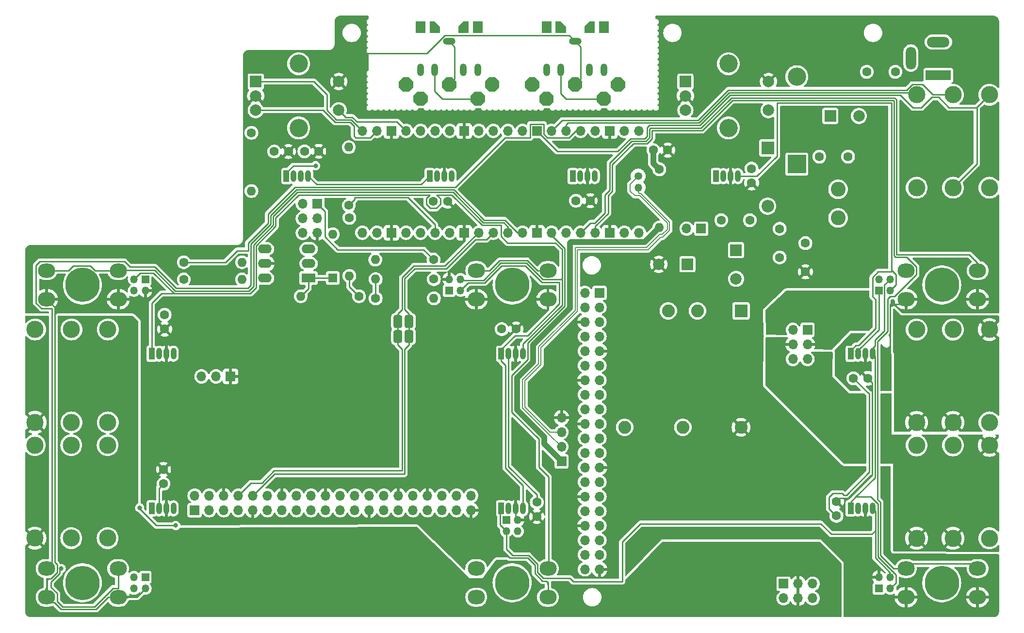
<source format=gbl>
G04 #@! TF.GenerationSoftware,KiCad,Pcbnew,7.0.7-7.0.7~ubuntu23.04.1*
G04 #@! TF.CreationDate,2023-09-10T12:49:35+00:00*
G04 #@! TF.ProjectId,pedalboard-hw,70656461-6c62-46f6-9172-642d68772e6b,2.1.0*
G04 #@! TF.SameCoordinates,Original*
G04 #@! TF.FileFunction,Copper,L2,Bot*
G04 #@! TF.FilePolarity,Positive*
%FSLAX46Y46*%
G04 Gerber Fmt 4.6, Leading zero omitted, Abs format (unit mm)*
G04 Created by KiCad (PCBNEW 7.0.7-7.0.7~ubuntu23.04.1) date 2023-09-10 12:49:35*
%MOMM*%
%LPD*%
G01*
G04 APERTURE LIST*
G04 #@! TA.AperFunction,EtchedComponent*
%ADD10C,0.250000*%
G04 #@! TD*
G04 #@! TA.AperFunction,ComponentPad*
%ADD11C,1.600000*%
G04 #@! TD*
G04 #@! TA.AperFunction,ComponentPad*
%ADD12O,1.200000X2.200000*%
G04 #@! TD*
G04 #@! TA.AperFunction,ComponentPad*
%ADD13O,2.200000X1.200000*%
G04 #@! TD*
G04 #@! TA.AperFunction,ComponentPad*
%ADD14C,3.000000*%
G04 #@! TD*
G04 #@! TA.AperFunction,ComponentPad*
%ADD15R,4.400000X1.800000*%
G04 #@! TD*
G04 #@! TA.AperFunction,ComponentPad*
%ADD16O,4.000000X1.800000*%
G04 #@! TD*
G04 #@! TA.AperFunction,ComponentPad*
%ADD17O,1.800000X4.000000*%
G04 #@! TD*
G04 #@! TA.AperFunction,WasherPad*
%ADD18C,6.000000*%
G04 #@! TD*
G04 #@! TA.AperFunction,ComponentPad*
%ADD19R,1.350000X1.350000*%
G04 #@! TD*
G04 #@! TA.AperFunction,ComponentPad*
%ADD20O,1.350000X1.350000*%
G04 #@! TD*
G04 #@! TA.AperFunction,ComponentPad*
%ADD21O,1.600000X1.600000*%
G04 #@! TD*
G04 #@! TA.AperFunction,ComponentPad*
%ADD22R,1.000000X2.000000*%
G04 #@! TD*
G04 #@! TA.AperFunction,ComponentPad*
%ADD23O,1.000000X2.000000*%
G04 #@! TD*
G04 #@! TA.AperFunction,ComponentPad*
%ADD24R,2.250000X2.250000*%
G04 #@! TD*
G04 #@! TA.AperFunction,ComponentPad*
%ADD25C,2.250000*%
G04 #@! TD*
G04 #@! TA.AperFunction,ComponentPad*
%ADD26R,1.700000X1.700000*%
G04 #@! TD*
G04 #@! TA.AperFunction,ComponentPad*
%ADD27O,1.700000X1.700000*%
G04 #@! TD*
G04 #@! TA.AperFunction,ComponentPad*
%ADD28O,3.000000X2.500000*%
G04 #@! TD*
G04 #@! TA.AperFunction,ComponentPad*
%ADD29R,2.400000X1.600000*%
G04 #@! TD*
G04 #@! TA.AperFunction,ComponentPad*
%ADD30O,2.400000X1.600000*%
G04 #@! TD*
G04 #@! TA.AperFunction,ComponentPad*
%ADD31C,2.600000*%
G04 #@! TD*
G04 #@! TA.AperFunction,ComponentPad*
%ADD32R,1.800000X2.000000*%
G04 #@! TD*
G04 #@! TA.AperFunction,ComponentPad*
%ADD33R,2.000000X2.000000*%
G04 #@! TD*
G04 #@! TA.AperFunction,ComponentPad*
%ADD34C,2.000000*%
G04 #@! TD*
G04 #@! TA.AperFunction,ComponentPad*
%ADD35C,3.200000*%
G04 #@! TD*
G04 #@! TA.AperFunction,ComponentPad*
%ADD36R,1.600000X1.600000*%
G04 #@! TD*
G04 #@! TA.AperFunction,ComponentPad*
%ADD37R,3.200000X3.200000*%
G04 #@! TD*
G04 #@! TA.AperFunction,ComponentPad*
%ADD38O,3.200000X3.200000*%
G04 #@! TD*
G04 #@! TA.AperFunction,ComponentPad*
%ADD39R,2.200000X2.200000*%
G04 #@! TD*
G04 #@! TA.AperFunction,ComponentPad*
%ADD40O,2.200000X2.200000*%
G04 #@! TD*
G04 #@! TA.AperFunction,ComponentPad*
%ADD41C,1.350000*%
G04 #@! TD*
G04 #@! TA.AperFunction,ViaPad*
%ADD42C,0.800000*%
G04 #@! TD*
G04 #@! TA.AperFunction,Conductor*
%ADD43C,0.250000*%
G04 #@! TD*
G04 #@! TA.AperFunction,Conductor*
%ADD44C,0.200000*%
G04 #@! TD*
G04 #@! TA.AperFunction,Conductor*
%ADD45C,1.000000*%
G04 #@! TD*
G04 APERTURE END LIST*
D10*
X65060000Y50143000D02*
X65060000Y50457000D01*
X66990000Y50153000D02*
X66990000Y50467000D01*
D11*
X126800000Y78300000D03*
X126800000Y75800000D03*
D12*
X101000000Y95500000D03*
X98500000Y95500000D03*
D13*
X96000000Y100500000D03*
D12*
X91000000Y95500000D03*
X93500000Y95500000D03*
D14*
X8050000Y13800000D03*
X8050000Y30030000D03*
X1700000Y13800000D03*
X1700000Y30030000D03*
X14400000Y13800000D03*
X14400000Y30030000D03*
D11*
X138637600Y80400000D03*
X143637600Y80400000D03*
D15*
X159400000Y94600000D03*
D16*
X159400000Y100400000D03*
D17*
X154600000Y97600000D03*
D18*
X10000000Y6000000D03*
D19*
X21000000Y59000000D03*
D20*
X21000000Y57000000D03*
X19000000Y59000000D03*
X19000000Y57000000D03*
D11*
X110700000Y78180000D03*
D21*
X110700000Y68020000D03*
D22*
X95600000Y77000000D03*
D23*
X96870000Y77000000D03*
X98140000Y77000000D03*
X99410000Y77000000D03*
D18*
X85000000Y58000000D03*
X10000000Y58000000D03*
D14*
X8085000Y34000000D03*
X8085000Y50230000D03*
X1735000Y34000000D03*
X1735000Y50230000D03*
X14435000Y34000000D03*
X14435000Y50230000D03*
D24*
X124960000Y53480000D03*
D25*
X117340000Y53480000D03*
X112260000Y53480000D03*
X104640000Y33160000D03*
X114800000Y33160000D03*
X124960000Y33160000D03*
D14*
X161950000Y30005000D03*
X161950000Y13775000D03*
X168300000Y30005000D03*
X168300000Y13775000D03*
X155600000Y30005000D03*
X155600000Y13775000D03*
D22*
X120600000Y77000000D03*
D23*
X121870000Y77000000D03*
X123140000Y77000000D03*
X124410000Y77000000D03*
D11*
X89310000Y20070000D03*
X89310000Y17570000D03*
D22*
X83100000Y19000000D03*
D23*
X84370000Y19000000D03*
X85640000Y19000000D03*
X86910000Y19000000D03*
D19*
X149000000Y5000000D03*
D20*
X149000000Y7000000D03*
X151000000Y5000000D03*
X151000000Y7000000D03*
D26*
X29590000Y18680000D03*
D27*
X29590000Y21220000D03*
X32130000Y18680000D03*
X32130000Y21220000D03*
X34670000Y18680000D03*
X34670000Y21220000D03*
X37210000Y18680000D03*
X37210000Y21220000D03*
X39750000Y18680000D03*
X39750000Y21220000D03*
X42290000Y18680000D03*
X42290000Y21220000D03*
X44830000Y18680000D03*
X44830000Y21220000D03*
X47370000Y18680000D03*
X47370000Y21220000D03*
X49910000Y18680000D03*
X49910000Y21220000D03*
X52450000Y18680000D03*
X52450000Y21220000D03*
X54990000Y18680000D03*
X54990000Y21220000D03*
X57530000Y18680000D03*
X57530000Y21220000D03*
X60070000Y18680000D03*
X60070000Y21220000D03*
X62610000Y18680000D03*
X62610000Y21220000D03*
X65150000Y18680000D03*
X65150000Y21220000D03*
X67690000Y18680000D03*
X67690000Y21220000D03*
X70230000Y18680000D03*
X70230000Y21220000D03*
X72770000Y18680000D03*
X72770000Y21220000D03*
X75310000Y18680000D03*
X75310000Y21220000D03*
X77850000Y18680000D03*
X77850000Y21220000D03*
D11*
X141620000Y17700000D03*
X141620000Y20200000D03*
D19*
X21000000Y7000000D03*
D20*
X21000000Y5000000D03*
X19000000Y7000000D03*
X19000000Y5000000D03*
D11*
X24155000Y23300000D03*
X24155000Y25800000D03*
D28*
X78750000Y60500000D03*
X91250000Y60500000D03*
X78750000Y55500000D03*
X91250000Y55500000D03*
D22*
X22100000Y46000000D03*
D23*
X23370000Y46000000D03*
X24640000Y46000000D03*
X25910000Y46000000D03*
D19*
X74000000Y57000000D03*
D20*
X74000000Y59000000D03*
X76000000Y57000000D03*
X76000000Y59000000D03*
D11*
X56500000Y71895000D03*
D21*
X56500000Y82055000D03*
D29*
X49475000Y59200000D03*
D30*
X49475000Y61740000D03*
X49475000Y64280000D03*
X41855000Y64280000D03*
X41855000Y61740000D03*
X41855000Y59200000D03*
D31*
X141900000Y74700000D03*
X141900000Y69700000D03*
D14*
X161965000Y91200000D03*
X161965000Y74970000D03*
X168315000Y91200000D03*
X168315000Y74970000D03*
X155615000Y91200000D03*
X155615000Y74970000D03*
D11*
X43475000Y81300000D03*
X45975000Y81300000D03*
G04 #@! TA.AperFunction,ComponentPad*
G36*
X89750000Y92482233D02*
G01*
X89017767Y91750000D01*
X87982233Y91750000D01*
X87250000Y92482233D01*
X87250000Y93517767D01*
X87982233Y94250000D01*
X89017767Y94250000D01*
X89750000Y93517767D01*
X89750000Y92482233D01*
G37*
G04 #@! TD.AperFunction*
G04 #@! TA.AperFunction,ComponentPad*
G36*
X96517767Y94250000D02*
G01*
X97250000Y93517767D01*
X97250000Y92482233D01*
X96517767Y91750000D01*
X95482233Y91750000D01*
X94750000Y92482233D01*
X94750000Y93517767D01*
X95482233Y94250000D01*
X96517767Y94250000D01*
G37*
G04 #@! TD.AperFunction*
G04 #@! TA.AperFunction,ComponentPad*
G36*
X104750000Y92482233D02*
G01*
X104017767Y91750000D01*
X102982233Y91750000D01*
X102250000Y92482233D01*
X102250000Y93517767D01*
X102982233Y94250000D01*
X104017767Y94250000D01*
X104750000Y93517767D01*
X104750000Y92482233D01*
G37*
G04 #@! TD.AperFunction*
G04 #@! TA.AperFunction,ComponentPad*
G36*
X92250000Y89982233D02*
G01*
X91517767Y89250000D01*
X90482233Y89250000D01*
X89750000Y89982233D01*
X89750000Y91017767D01*
X90482233Y91750000D01*
X91517767Y91750000D01*
X92250000Y91017767D01*
X92250000Y89982233D01*
G37*
G04 #@! TD.AperFunction*
G04 #@! TA.AperFunction,ComponentPad*
G36*
X102250000Y89982233D02*
G01*
X101517767Y89250000D01*
X100482233Y89250000D01*
X99750000Y89982233D01*
X99750000Y91017767D01*
X100482233Y91750000D01*
X101517767Y91750000D01*
X102250000Y91017767D01*
X102250000Y89982233D01*
G37*
G04 #@! TD.AperFunction*
G04 #@! TA.AperFunction,ComponentPad*
G36*
X99400000Y102000000D02*
G01*
X97600000Y102000000D01*
X97600000Y103100000D01*
X98500000Y104000000D01*
X99400000Y104000000D01*
X99400000Y102000000D01*
G37*
G04 #@! TD.AperFunction*
D32*
X101000000Y103000000D03*
X91000000Y103000000D03*
G04 #@! TA.AperFunction,ComponentPad*
G36*
X94400000Y102000000D02*
G01*
X92600000Y102000000D01*
X92600000Y104000000D01*
X93500000Y104000000D01*
X94400000Y103100000D01*
X94400000Y102000000D01*
G37*
G04 #@! TD.AperFunction*
D22*
X70600000Y77000000D03*
D23*
X71870000Y77000000D03*
X73140000Y77000000D03*
X74410000Y77000000D03*
D33*
X40250000Y93500000D03*
D34*
X40250000Y88500000D03*
X40250000Y91000000D03*
D35*
X47750000Y96600000D03*
X47750000Y85400000D03*
D34*
X54750000Y88500000D03*
X54750000Y93500000D03*
D11*
X48750000Y81325000D03*
X51250000Y81325000D03*
X144570000Y41700000D03*
X147070000Y41700000D03*
D33*
X124100000Y64067677D03*
D34*
X124100000Y59067677D03*
D19*
X149000000Y57000000D03*
D20*
X149000000Y59000000D03*
X151000000Y57000000D03*
X151000000Y59000000D03*
D18*
X160000000Y58000000D03*
D11*
X58280000Y56020000D03*
D21*
X48120000Y56020000D03*
D33*
X115600000Y61600000D03*
D34*
X110600000Y61600000D03*
D22*
X45600000Y77000000D03*
D23*
X46870000Y77000000D03*
X48140000Y77000000D03*
X49410000Y77000000D03*
D11*
X71250000Y72600000D03*
X73750000Y72600000D03*
D14*
X161950000Y50220000D03*
X161950000Y33990000D03*
X168300000Y50220000D03*
X168300000Y33990000D03*
X155600000Y50220000D03*
X155600000Y33990000D03*
D18*
X85000000Y6000000D03*
D28*
X3750000Y60500000D03*
X16250000Y60500000D03*
X3750000Y55500000D03*
X16250000Y55500000D03*
D11*
X109650000Y81530000D03*
X112150000Y81530000D03*
X27695000Y61950000D03*
D21*
X37855000Y61950000D03*
D33*
X140532323Y87500000D03*
D34*
X145532323Y87500000D03*
D19*
X84000000Y17000000D03*
D20*
X86000000Y17000000D03*
X84000000Y15000000D03*
X86000000Y15000000D03*
D22*
X144100000Y46000000D03*
D23*
X145370000Y46000000D03*
X146640000Y46000000D03*
X147910000Y46000000D03*
D11*
X61190000Y55660000D03*
D21*
X71350000Y55660000D03*
D22*
X22100000Y19000000D03*
D23*
X23370000Y19000000D03*
X24640000Y19000000D03*
X25910000Y19000000D03*
D11*
X56600000Y69730000D03*
D21*
X56600000Y59570000D03*
D11*
X126500000Y69300000D03*
X121500000Y69300000D03*
D36*
X53700000Y59225000D03*
D21*
X53700000Y66845000D03*
D11*
X96150000Y72700000D03*
X98650000Y72700000D03*
D37*
X134700000Y79100000D03*
D38*
X134700000Y94340000D03*
D11*
X71280000Y62425000D03*
D21*
X61120000Y62425000D03*
D11*
X151900000Y95200000D03*
X146900000Y95200000D03*
X131700000Y67800000D03*
X131700000Y62800000D03*
D22*
X144100000Y19000000D03*
D23*
X145370000Y19000000D03*
X146640000Y19000000D03*
X147910000Y19000000D03*
D28*
X153750000Y8500000D03*
X166250000Y8500000D03*
X153750000Y3500000D03*
X166250000Y3500000D03*
D18*
X160000000Y6000000D03*
D28*
X153750000Y60500000D03*
X166250000Y60500000D03*
X153750000Y55500000D03*
X166250000Y55500000D03*
D11*
X83200000Y50300000D03*
X85700000Y50300000D03*
D28*
X3750000Y8500000D03*
X16250000Y8500000D03*
X3750000Y3500000D03*
X16250000Y3500000D03*
D11*
X71350000Y59020000D03*
D21*
X61190000Y59020000D03*
D33*
X115250000Y93500000D03*
D34*
X115250000Y88500000D03*
X115250000Y91000000D03*
D35*
X122750000Y96600000D03*
X122750000Y85400000D03*
D34*
X129750000Y88500000D03*
X129750000Y93500000D03*
D11*
X27695000Y58950000D03*
D21*
X37855000Y58950000D03*
D28*
X78750000Y8500000D03*
X91250000Y8500000D03*
X78750000Y3500000D03*
X91250000Y3500000D03*
D11*
X136200000Y60300000D03*
X136200000Y65300000D03*
G04 #@! TA.AperFunction,ComponentPad*
G36*
X67755500Y92482233D02*
G01*
X67023267Y91750000D01*
X65987733Y91750000D01*
X65255500Y92482233D01*
X65255500Y93517767D01*
X65987733Y94250000D01*
X67023267Y94250000D01*
X67755500Y93517767D01*
X67755500Y92482233D01*
G37*
G04 #@! TD.AperFunction*
G04 #@! TA.AperFunction,ComponentPad*
G36*
X74523267Y94250000D02*
G01*
X75255500Y93517767D01*
X75255500Y92482233D01*
X74523267Y91750000D01*
X73487733Y91750000D01*
X72755500Y92482233D01*
X72755500Y93517767D01*
X73487733Y94250000D01*
X74523267Y94250000D01*
G37*
G04 #@! TD.AperFunction*
G04 #@! TA.AperFunction,ComponentPad*
G36*
X82755500Y92482233D02*
G01*
X82023267Y91750000D01*
X80987733Y91750000D01*
X80255500Y92482233D01*
X80255500Y93517767D01*
X80987733Y94250000D01*
X82023267Y94250000D01*
X82755500Y93517767D01*
X82755500Y92482233D01*
G37*
G04 #@! TD.AperFunction*
G04 #@! TA.AperFunction,ComponentPad*
G36*
X70255500Y89982233D02*
G01*
X69523267Y89250000D01*
X68487733Y89250000D01*
X67755500Y89982233D01*
X67755500Y91017767D01*
X68487733Y91750000D01*
X69523267Y91750000D01*
X70255500Y91017767D01*
X70255500Y89982233D01*
G37*
G04 #@! TD.AperFunction*
G04 #@! TA.AperFunction,ComponentPad*
G36*
X80255500Y89982233D02*
G01*
X79523267Y89250000D01*
X78487733Y89250000D01*
X77755500Y89982233D01*
X77755500Y91017767D01*
X78487733Y91750000D01*
X79523267Y91750000D01*
X80255500Y91017767D01*
X80255500Y89982233D01*
G37*
G04 #@! TD.AperFunction*
G04 #@! TA.AperFunction,ComponentPad*
G36*
X77405500Y102000000D02*
G01*
X75605500Y102000000D01*
X75605500Y103100000D01*
X76505500Y104000000D01*
X77405500Y104000000D01*
X77405500Y102000000D01*
G37*
G04 #@! TD.AperFunction*
D32*
X79005500Y103000000D03*
X69005500Y103000000D03*
G04 #@! TA.AperFunction,ComponentPad*
G36*
X72405500Y102000000D02*
G01*
X70605500Y102000000D01*
X70605500Y104000000D01*
X71505500Y104000000D01*
X72405500Y103100000D01*
X72405500Y102000000D01*
G37*
G04 #@! TD.AperFunction*
D11*
X24355000Y52800000D03*
X24355000Y50300000D03*
D39*
X129606000Y81921600D03*
D40*
X129606000Y71761600D03*
D22*
X83100000Y46000000D03*
D23*
X84370000Y46000000D03*
X85640000Y46000000D03*
X86910000Y46000000D03*
D11*
X39500000Y84555000D03*
D21*
X39500000Y74395000D03*
D12*
X79000000Y95500000D03*
X76500000Y95500000D03*
D13*
X74000000Y100500000D03*
D12*
X69000000Y95500000D03*
X71500000Y95500000D03*
D26*
X93625000Y27220000D03*
D27*
X93625000Y29760000D03*
X93625000Y32300000D03*
X93625000Y34840000D03*
G04 #@! TA.AperFunction,SMDPad,CuDef*
G36*
G01*
X65441000Y47857000D02*
X64679000Y47857000D01*
G75*
G02*
X64298000Y48238000I0J381000D01*
G01*
X64298000Y49762000D01*
G75*
G02*
X64679000Y50143000I381000J0D01*
G01*
X65441000Y50143000D01*
G75*
G02*
X65822000Y49762000I0J-381000D01*
G01*
X65822000Y48238000D01*
G75*
G02*
X65441000Y47857000I-381000J0D01*
G01*
G37*
G04 #@! TD.AperFunction*
G04 #@! TA.AperFunction,SMDPad,CuDef*
G36*
G01*
X65441000Y50457000D02*
X64679000Y50457000D01*
G75*
G02*
X64298000Y50838000I0J381000D01*
G01*
X64298000Y52362000D01*
G75*
G02*
X64679000Y52743000I381000J0D01*
G01*
X65441000Y52743000D01*
G75*
G02*
X65822000Y52362000I0J-381000D01*
G01*
X65822000Y50838000D01*
G75*
G02*
X65441000Y50457000I-381000J0D01*
G01*
G37*
G04 #@! TD.AperFunction*
D26*
X118000000Y67825000D03*
D27*
X115460000Y67825000D03*
D41*
X107000000Y77000000D03*
D20*
X107000000Y75000000D03*
D27*
X107130000Y67110000D03*
X104590000Y67110000D03*
D26*
X102050000Y67110000D03*
D27*
X99510000Y67110000D03*
X96970000Y67110000D03*
X94430000Y67110000D03*
X91890000Y67110000D03*
D26*
X89350000Y67110000D03*
D27*
X86810000Y67110000D03*
X84270000Y67110000D03*
X81730000Y67110000D03*
X79190000Y67110000D03*
D26*
X76650000Y67110000D03*
D27*
X74110000Y67110000D03*
X71570000Y67110000D03*
X69030000Y67110000D03*
X66490000Y67110000D03*
D26*
X63950000Y67110000D03*
D27*
X61410000Y67110000D03*
X58870000Y67110000D03*
X58870000Y84890000D03*
X61410000Y84890000D03*
D26*
X63950000Y84890000D03*
D27*
X66490000Y84890000D03*
X69030000Y84890000D03*
X71570000Y84890000D03*
X74110000Y84890000D03*
D26*
X76650000Y84890000D03*
D27*
X79190000Y84890000D03*
X81730000Y84890000D03*
X84270000Y84890000D03*
X86810000Y84890000D03*
D26*
X89350000Y84890000D03*
D27*
X91890000Y84890000D03*
X94430000Y84890000D03*
X96970000Y84890000D03*
X99510000Y84890000D03*
D26*
X102050000Y84890000D03*
D27*
X104590000Y84890000D03*
X107130000Y84890000D03*
D26*
X35865000Y42037400D03*
D27*
X33325000Y42037400D03*
X30785000Y42037400D03*
D26*
X100250000Y56624400D03*
D27*
X97710000Y56624400D03*
X100250000Y54084400D03*
X97710000Y54084400D03*
X100250000Y51544400D03*
X97710000Y51544400D03*
X100250000Y49004400D03*
X97710000Y49004400D03*
X100250000Y46464400D03*
X97710000Y46464400D03*
X100250000Y43924400D03*
X97710000Y43924400D03*
X100250000Y41384400D03*
X97710000Y41384400D03*
X100250000Y38844400D03*
X97710000Y38844400D03*
X100250000Y36304400D03*
X97710000Y36304400D03*
X100250000Y33764400D03*
X97710000Y33764400D03*
X100250000Y31224400D03*
X97710000Y31224400D03*
X100250000Y28684400D03*
X97710000Y28684400D03*
X100250000Y26144400D03*
X97710000Y26144400D03*
X100250000Y23604400D03*
X97710000Y23604400D03*
X100250000Y21064400D03*
X97710000Y21064400D03*
X100250000Y18524400D03*
X97710000Y18524400D03*
X100250000Y15984400D03*
X97710000Y15984400D03*
X100250000Y13444400D03*
X97710000Y13444400D03*
X100250000Y10904400D03*
X97710000Y10904400D03*
X100250000Y8364400D03*
X97710000Y8364400D03*
D26*
X136555000Y50154400D03*
D27*
X134015000Y50154400D03*
X136555000Y47614400D03*
X134015000Y47614400D03*
X136555000Y45074400D03*
X134015000Y45074400D03*
D26*
X132380000Y5849400D03*
D27*
X132380000Y3309400D03*
X134920000Y5849400D03*
X134920000Y3309400D03*
X137460000Y5849400D03*
X137460000Y3309400D03*
G04 #@! TA.AperFunction,SMDPad,CuDef*
G36*
G01*
X67371000Y47867000D02*
X66609000Y47867000D01*
G75*
G02*
X66228000Y48248000I0J381000D01*
G01*
X66228000Y49772000D01*
G75*
G02*
X66609000Y50153000I381000J0D01*
G01*
X67371000Y50153000D01*
G75*
G02*
X67752000Y49772000I0J-381000D01*
G01*
X67752000Y48248000D01*
G75*
G02*
X67371000Y47867000I-381000J0D01*
G01*
G37*
G04 #@! TD.AperFunction*
G04 #@! TA.AperFunction,SMDPad,CuDef*
G36*
G01*
X67371000Y50467000D02*
X66609000Y50467000D01*
G75*
G02*
X66228000Y50848000I0J381000D01*
G01*
X66228000Y52372000D01*
G75*
G02*
X66609000Y52753000I381000J0D01*
G01*
X67371000Y52753000D01*
G75*
G02*
X67752000Y52372000I0J-381000D01*
G01*
X67752000Y50848000D01*
G75*
G02*
X67371000Y50467000I-381000J0D01*
G01*
G37*
G04 #@! TD.AperFunction*
D26*
X51000000Y72150000D03*
D27*
X48460000Y72150000D03*
X51000000Y69610000D03*
X48460000Y69610000D03*
X51000000Y67070000D03*
X48460000Y67070000D03*
D42*
X149900000Y44500000D03*
X149976800Y21215600D03*
X76500000Y75050000D03*
X103650000Y72676000D03*
X6299500Y8500000D03*
X50700000Y78800000D03*
X158800000Y31200000D03*
X27100000Y8700000D03*
X20000000Y19100000D03*
X26300000Y16000000D03*
D43*
X55855000Y98460000D02*
X70151852Y98460000D01*
X16250000Y3500000D02*
X19500000Y3500000D01*
X149900000Y44500000D02*
X151000000Y45600000D01*
X73274652Y101582800D02*
X94917200Y101582800D01*
X147070000Y41700000D02*
X147870000Y40900000D01*
X143778298Y20778298D02*
X142198298Y20778298D01*
X84590000Y10350000D02*
X83470000Y11470000D01*
X3750000Y6665000D02*
X3750000Y3500000D01*
X5575000Y9152386D02*
X5575000Y7847614D01*
X96975000Y93975000D02*
X96000000Y93000000D01*
X3750000Y55500000D02*
X5150000Y54100000D01*
X85640000Y19000000D02*
X85640000Y17360000D01*
X87699400Y10350000D02*
X84590000Y10350000D01*
X153750000Y3500000D02*
X154580000Y2670000D01*
X6323604Y1370000D02*
X12410000Y1370000D01*
X5125000Y2568604D02*
X6323604Y1370000D01*
X12410000Y1370000D02*
X14540000Y3500000D01*
X147870000Y24870000D02*
X143778298Y20778298D01*
X5575000Y7847614D02*
X4487386Y6760000D01*
X3750000Y3500000D02*
X4681396Y2568604D01*
X90296218Y6340000D02*
X88975000Y7661218D01*
X5150000Y9577386D02*
X5575000Y9152386D01*
X90980000Y6340000D02*
X90296218Y6340000D01*
X14540000Y3500000D02*
X16250000Y3500000D01*
X142198298Y20778298D02*
X141620000Y20200000D01*
X88975000Y9074400D02*
X87699400Y10350000D01*
X151000000Y54650000D02*
X152900000Y54650000D01*
X4487386Y6760000D02*
X3845000Y6760000D01*
X19500000Y3500000D02*
X21000000Y5000000D01*
X5150000Y54100000D02*
X5150000Y9577386D01*
X70151852Y98460000D02*
X73274652Y101582800D01*
X165420000Y2670000D02*
X166250000Y3500000D01*
X4681396Y2568604D02*
X5125000Y2568604D01*
X91250000Y3500000D02*
X91250000Y6070000D01*
X88975000Y7661218D02*
X88975000Y9074400D01*
X147870000Y40900000D02*
X147870000Y24870000D01*
X94917200Y101582800D02*
X96000000Y100500000D01*
X96000000Y100500000D02*
X96975000Y99525000D01*
X96975000Y99525000D02*
X96975000Y93975000D01*
X151000000Y45600000D02*
X151000000Y54650000D01*
X3845000Y6760000D02*
X3750000Y6665000D01*
X91250000Y6070000D02*
X90980000Y6340000D01*
X88175000Y86065000D02*
X90525000Y86065000D01*
X83715000Y83715000D02*
X88175000Y83715000D01*
X27695000Y61950000D02*
X34950000Y61950000D01*
X94916701Y83715000D02*
X96091701Y84890000D01*
X96091701Y84890000D02*
X96970000Y84890000D01*
X88175000Y83715000D02*
X88175000Y86065000D01*
X90525000Y86065000D02*
X90525000Y84351396D01*
X75085000Y75085000D02*
X83715000Y83715000D01*
X47085000Y75085000D02*
X75085000Y75085000D01*
X38931802Y64000000D02*
X38931802Y65354594D01*
X91161396Y83715000D02*
X94916701Y83715000D01*
X37000000Y64000000D02*
X38931802Y64000000D01*
X38931802Y65354594D02*
X42400000Y68822792D01*
X42400000Y70400000D02*
X47085000Y75085000D01*
X42400000Y68822792D02*
X42400000Y70400000D01*
X34950000Y61950000D02*
X37000000Y64000000D01*
X90525000Y84351396D02*
X91161396Y83715000D01*
X50875000Y75535000D02*
X69135000Y75535000D01*
X49410000Y77000000D02*
X50875000Y75535000D01*
X69135000Y75535000D02*
X70600000Y77000000D01*
X57550000Y73285000D02*
X66785000Y73285000D01*
X71570000Y68500000D02*
X71570000Y67110000D01*
X66785000Y73285000D02*
X71570000Y68500000D01*
X57550000Y73285000D02*
X57550000Y72945000D01*
X57550000Y72945000D02*
X56500000Y71895000D01*
X151200000Y60300000D02*
X148885786Y60300000D01*
X127734400Y77000000D02*
X131242800Y80508400D01*
X152000000Y59772614D02*
X151200000Y60572614D01*
X151200000Y89770000D02*
X151200000Y64200000D01*
X144100000Y46538148D02*
X144100000Y46452645D01*
X152000000Y58000000D02*
X152000000Y59772614D01*
X124410000Y77000000D02*
X127734400Y77000000D01*
X151000000Y57000000D02*
X152000000Y58000000D01*
X151200000Y64200000D02*
X151200000Y60300000D01*
X147900000Y59314214D02*
X147900000Y56000000D01*
X148885786Y60300000D02*
X147900000Y59314214D01*
X151200000Y60572614D02*
X151200000Y64200000D01*
X148450000Y50397818D02*
X145477182Y47425000D01*
X145477182Y47425000D02*
X144986852Y47425000D01*
X144986852Y47425000D02*
X144100000Y46538148D01*
X148450000Y55450000D02*
X148450000Y50397818D01*
X131242800Y89730400D02*
X131282400Y89770000D01*
X147900000Y56000000D02*
X148450000Y55450000D01*
X131242800Y80508400D02*
X131242800Y89730400D01*
X131282400Y89770000D02*
X151200000Y89770000D01*
X148850000Y10564214D02*
X152000000Y7414214D01*
X147580000Y21000000D02*
X148850000Y19730000D01*
X147910000Y46000000D02*
X148320000Y45590000D01*
X152000000Y7414214D02*
X152000000Y6000000D01*
X152000000Y6000000D02*
X151000000Y5000000D01*
X150000000Y49997500D02*
X148350000Y48347500D01*
X148320000Y45590000D02*
X148320000Y24320000D01*
X150000000Y58000000D02*
X150000000Y49997500D01*
X145000000Y21000000D02*
X144100000Y20100000D01*
X151000000Y59000000D02*
X150000000Y58000000D01*
X148350000Y48347500D02*
X148350000Y47350000D01*
X144100000Y20100000D02*
X144100000Y19365000D01*
X145000000Y21000000D02*
X147580000Y21000000D01*
X148320000Y24320000D02*
X145000000Y21000000D01*
X147910000Y46910000D02*
X147910000Y46000000D01*
X148850000Y19730000D02*
X148850000Y10564214D01*
X148350000Y47350000D02*
X147910000Y46910000D01*
X138865600Y16334400D02*
X140700000Y14500000D01*
X107406400Y16334400D02*
X138865600Y16334400D01*
X84000000Y11870000D02*
X85070000Y10800000D01*
X151000000Y7000000D02*
X151000000Y7777818D01*
X82900000Y16100000D02*
X82900000Y18800000D01*
X90482614Y6790000D02*
X95111200Y6790000D01*
X84000000Y15000000D02*
X82900000Y16100000D01*
X148400000Y18510000D02*
X147910000Y19000000D01*
X95671200Y6230000D02*
X104210000Y6230000D01*
X148400000Y10377818D02*
X148400000Y15509200D01*
X89425000Y7847614D02*
X90482614Y6790000D01*
X148400000Y15509200D02*
X148400000Y18510000D01*
X84000000Y15000000D02*
X84000000Y11870000D01*
X147800000Y14500000D02*
X148400000Y15100000D01*
X85070000Y10800000D02*
X87885796Y10800000D01*
X140700000Y14500000D02*
X147800000Y14500000D01*
X87885796Y10800000D02*
X89425000Y9260796D01*
X104210000Y13138000D02*
X107406400Y16334400D01*
X151000000Y7777818D02*
X148400000Y10377818D01*
X89425000Y9260796D02*
X89425000Y7847614D01*
X104210000Y6230000D02*
X104210000Y13138000D01*
X95111200Y6790000D02*
X95671200Y6230000D01*
X148400000Y15100000D02*
X148400000Y15509200D01*
X86910000Y22977778D02*
X83820000Y26067778D01*
X87748780Y49168198D02*
X93275000Y54694418D01*
X83196396Y61360000D02*
X80186396Y58350000D01*
X83820000Y26067778D02*
X83820000Y44000000D01*
X87276218Y61360000D02*
X83196396Y61360000D01*
X83100000Y44720000D02*
X83100000Y46000000D01*
X83820000Y44000000D02*
X83100000Y44720000D01*
X83100000Y46732500D02*
X85535698Y49168198D01*
X77350000Y58350000D02*
X76000000Y57000000D01*
X93275000Y58475000D02*
X90161218Y58475000D01*
X90161218Y58475000D02*
X87276218Y61360000D01*
X86910000Y19000000D02*
X86910000Y22977778D01*
X85535698Y49168198D02*
X87748780Y49168198D01*
X80186396Y58350000D02*
X77350000Y58350000D01*
X93275000Y54694418D02*
X93275000Y58475000D01*
X20100000Y60100000D02*
X19000000Y59000000D01*
X93725000Y58975000D02*
X93725000Y54508022D01*
X70025000Y72092588D02*
X70025000Y73107412D01*
X72475000Y72092588D02*
X71757412Y71375000D01*
X71847412Y73735000D02*
X72475000Y73107412D01*
X39310000Y56500000D02*
X26000000Y56500000D01*
X40330000Y64830000D02*
X40330000Y57520000D01*
X26000000Y56500000D02*
X23800000Y56500000D01*
X72475000Y73107412D02*
X72475000Y72092588D01*
X47735000Y73735000D02*
X43750000Y69750000D01*
X83073200Y66478400D02*
X83073200Y68423200D01*
X70025000Y73107412D02*
X70652588Y73735000D01*
X92573598Y65347202D02*
X84204398Y65347202D01*
X22400000Y60100000D02*
X20100000Y60100000D01*
X26000000Y56500000D02*
X22400000Y60100000D01*
X76200000Y58800000D02*
X80000000Y58800000D01*
X40330000Y57520000D02*
X39310000Y56500000D01*
X43750000Y68250000D02*
X40330000Y64830000D01*
X86910000Y47693022D02*
X86910000Y46000000D01*
X83073200Y68423200D02*
X79780404Y68423200D01*
X90347614Y58925000D02*
X93525000Y58925000D01*
X70652588Y73735000D02*
X47735000Y73735000D01*
X93725000Y64195800D02*
X92573598Y65347202D01*
X84204398Y65347202D02*
X83073200Y66478400D01*
X93725000Y54508022D02*
X86910000Y47693022D01*
X79780404Y68423200D02*
X74468604Y73735000D01*
X93525000Y58925000D02*
X93725000Y59125000D01*
X22100000Y54800000D02*
X22100000Y46000000D01*
X93725000Y59125000D02*
X93725000Y64195800D01*
X22100000Y54800000D02*
X23800000Y56500000D01*
X43750000Y69750000D02*
X43750000Y68250000D01*
X87462614Y61810000D02*
X90347614Y58925000D01*
X80000000Y58800000D02*
X83010000Y61810000D01*
X83010000Y61810000D02*
X87462614Y61810000D01*
X74468604Y73735000D02*
X71847412Y73735000D01*
X70742588Y71375000D02*
X70025000Y72092588D01*
X71757412Y71375000D02*
X70742588Y71375000D01*
X49475000Y59200000D02*
X53675000Y59200000D01*
X49475000Y59200000D02*
X49475000Y57375000D01*
X49475000Y57375000D02*
X48120000Y56020000D01*
X117437600Y86747600D02*
X122710000Y92020000D01*
X158455000Y91210000D02*
X161955000Y91210000D01*
X156655000Y93025000D02*
X158455000Y91225000D01*
X154859060Y93025000D02*
X156655000Y93025000D01*
X93747600Y86747600D02*
X117437600Y86747600D01*
X158455000Y91225000D02*
X158455000Y91210000D01*
X153854060Y92020000D02*
X154859060Y93025000D01*
X91890000Y84890000D02*
X93747600Y86747600D01*
X122710000Y92020000D02*
X153854060Y92020000D01*
X108538400Y83948400D02*
X108538400Y85426192D01*
X105678604Y83560000D02*
X108150000Y83560000D01*
X159420000Y90760000D02*
X161255000Y88925000D01*
X166107500Y79112500D02*
X161965000Y74970000D01*
X154980000Y88925000D02*
X156420000Y88925000D01*
X108150000Y83560000D02*
X108538400Y83948400D01*
X103418604Y81300000D02*
X105678604Y83560000D01*
X108538400Y85426192D02*
X108959808Y85847600D01*
X117810392Y85847600D02*
X123082792Y91120000D01*
X158255000Y90760000D02*
X159420000Y90760000D01*
X108959808Y85847600D02*
X117810392Y85847600D01*
X168315000Y91200000D02*
X166107500Y88992500D01*
X166107500Y88992500D02*
X166107500Y79112500D01*
X92940000Y81300000D02*
X103418604Y81300000D01*
X89350000Y84890000D02*
X92940000Y81300000D01*
X156420000Y88925000D02*
X158255000Y90760000D01*
X152785000Y91120000D02*
X154980000Y88925000D01*
X123082792Y91120000D02*
X152785000Y91120000D01*
X161255000Y88925000D02*
X166040000Y88925000D01*
X166040000Y88925000D02*
X166107500Y88992500D01*
X117623996Y86297600D02*
X122896396Y91570000D01*
X94430000Y85950000D02*
X94777600Y86297600D01*
X94777600Y86297600D02*
X117623996Y86297600D01*
X122896396Y91570000D02*
X155245000Y91570000D01*
X94430000Y84890000D02*
X94430000Y85950000D01*
X37210000Y21220000D02*
X39400998Y23410998D01*
X41304602Y23410998D02*
X43466002Y25572398D01*
X65800000Y25572398D02*
X65800000Y46756396D01*
X65800000Y46756396D02*
X65793604Y46756396D01*
X43466002Y25572398D02*
X65800000Y25572398D01*
X65050000Y47500000D02*
X65050000Y48990000D01*
X65793604Y46756396D02*
X65050000Y47500000D01*
X39400998Y23410998D02*
X41304602Y23410998D01*
X43504800Y24974800D02*
X66200000Y24974800D01*
X66250000Y46750000D02*
X67000000Y47500000D01*
X67000000Y47500000D02*
X67000000Y49000000D01*
X66250000Y25024800D02*
X66250000Y46750000D01*
X66200000Y24974800D02*
X66250000Y25024800D01*
X39750000Y21220000D02*
X43504800Y24974800D01*
D44*
X89595000Y47160686D02*
X96000000Y53565686D01*
X110757792Y66805000D02*
X111182057Y66805000D01*
X91502200Y31882800D02*
X91458900Y31882800D01*
X93625000Y29760000D02*
X91502200Y31882800D01*
X112080000Y67702943D02*
X112080000Y68815000D01*
X107305000Y73590000D02*
X106415958Y73590000D01*
X112080000Y68815000D02*
X107305000Y73590000D01*
X106415958Y73590000D02*
X105590000Y74415958D01*
X96000000Y64444296D02*
X96115704Y64560000D01*
X96115704Y64560000D02*
X108512792Y64560000D01*
X105590000Y75590000D02*
X107000000Y77000000D01*
X111182057Y66805000D02*
X112080000Y67702943D01*
X86784500Y36557200D02*
X86784500Y41420186D01*
X86784500Y41420186D02*
X89595000Y44230686D01*
X96000000Y53565686D02*
X96000000Y64444296D01*
X108512792Y64560000D02*
X110757792Y66805000D01*
X91458900Y31882800D02*
X86784500Y36557200D01*
X105590000Y74415958D02*
X105590000Y75590000D01*
X89595000Y44230686D02*
X89595000Y47160686D01*
D43*
X8405000Y61325000D02*
X11377261Y61325000D01*
X39880000Y65016396D02*
X39880000Y57780000D01*
X7580000Y60500000D02*
X8405000Y61325000D01*
X74655000Y74185000D02*
X47548604Y74185000D01*
X22586396Y60550000D02*
X16300000Y60550000D01*
X83547204Y68873200D02*
X79966800Y68873200D01*
X12230001Y60500000D02*
X16250000Y60500000D01*
X39880000Y57780000D02*
X39050000Y56950000D01*
X79966800Y68873200D02*
X74655000Y74185000D01*
X26186396Y56950000D02*
X22586396Y60550000D01*
X12216131Y60486130D02*
X12230001Y60500000D01*
X3750000Y60500000D02*
X7580000Y60500000D01*
X39050000Y56950000D02*
X26186396Y56950000D01*
X43300000Y69936396D02*
X43300000Y68436396D01*
X84270000Y68150404D02*
X83547204Y68873200D01*
X84270000Y67110000D02*
X84270000Y68150404D01*
X11377261Y61325000D02*
X12216131Y60486130D01*
X43300000Y68436396D02*
X39880000Y65016396D01*
X47548604Y74185000D02*
X43300000Y69936396D01*
X82823604Y62260000D02*
X87649010Y62260000D01*
X81063604Y60500000D02*
X82823604Y62260000D01*
X78750000Y60500000D02*
X81063604Y60500000D01*
X89409010Y60500000D02*
X91250000Y60500000D01*
X87649010Y62260000D02*
X89409010Y60500000D01*
X108355000Y83110000D02*
X108988400Y83743400D01*
X105865000Y83110000D02*
X108355000Y83110000D01*
X108988400Y85239796D02*
X109146204Y85397600D01*
X166250000Y61850000D02*
X166250000Y60500000D01*
X152100000Y63300000D02*
X164800000Y63300000D01*
X108988400Y83743400D02*
X108988400Y85239796D01*
X117996788Y85397600D02*
X123269188Y90670000D01*
X164800000Y63300000D02*
X166250000Y61850000D01*
X99431802Y68818198D02*
X101181802Y70568198D01*
X151770000Y90670000D02*
X152100000Y90340000D01*
X101181802Y73686802D02*
X102055000Y74560000D01*
X109146204Y85397600D02*
X117996788Y85397600D01*
X96970000Y67110000D02*
X98678198Y68818198D01*
X98678198Y68818198D02*
X99431802Y68818198D01*
X102055000Y74560000D02*
X102055000Y79300000D01*
X101181802Y70568198D02*
X101181802Y73686802D01*
X152100000Y90340000D02*
X152100000Y63300000D01*
X102055000Y79300000D02*
X105865000Y83110000D01*
X123269188Y90670000D02*
X151770000Y90670000D01*
X74841396Y74635000D02*
X80153196Y69323200D01*
X85946800Y67110000D02*
X86810000Y67110000D01*
X2859010Y53913604D02*
X1925000Y54847614D01*
X22647792Y61125000D02*
X26372792Y57400000D01*
X5575000Y4152386D02*
X4500000Y5227386D01*
X1925000Y61460000D02*
X2540000Y62075000D01*
X1925000Y54847614D02*
X1925000Y61460000D01*
X42850000Y70122792D02*
X47362208Y74635000D01*
X16250000Y8500000D02*
X16250000Y5075000D01*
X4500000Y5227386D02*
X4500000Y6136218D01*
X12092614Y1820000D02*
X6510000Y1820000D01*
X6510000Y1820000D02*
X5575000Y2755000D01*
X6025000Y7661218D02*
X6025000Y8225500D01*
X39381802Y65168198D02*
X42836396Y68622792D01*
X80153196Y69323200D02*
X83733600Y69323200D01*
X47362208Y74635000D02*
X74841396Y74635000D01*
X42850000Y68622792D02*
X42850000Y70122792D01*
X4700000Y9450000D02*
X4700000Y53913604D01*
X38863604Y57400000D02*
X39381802Y57918198D01*
X5575000Y2755000D02*
X5575000Y4152386D01*
X18325000Y61125000D02*
X22647792Y61125000D01*
X42836396Y68622792D02*
X42850000Y68622792D01*
X4700000Y53913604D02*
X2859010Y53913604D01*
X15347614Y5075000D02*
X12092614Y1820000D01*
X26372792Y57400000D02*
X38863604Y57400000D01*
X16250000Y5075000D02*
X15347614Y5075000D01*
X3750000Y8500000D02*
X4700000Y9450000D01*
X39381802Y57918198D02*
X39381802Y65168198D01*
X6025000Y8225500D02*
X6299500Y8500000D01*
X2540000Y62075000D02*
X17375000Y62075000D01*
X83733600Y69323200D02*
X85946800Y67110000D01*
X17375000Y62075000D02*
X18325000Y61125000D01*
X4500000Y6136218D02*
X6025000Y7661218D01*
X84959500Y42176126D02*
X87770000Y44986626D01*
X89677200Y26194000D02*
X89677200Y31083560D01*
X89677200Y31083560D02*
X84959500Y35801260D01*
X91350000Y24521200D02*
X89677200Y26194000D01*
X87770000Y47916626D02*
X94175000Y54321626D01*
X94175000Y54321626D02*
X94175000Y64382196D01*
X84959500Y35801260D02*
X84959500Y42176126D01*
X87770000Y44986626D02*
X87770000Y47916626D01*
X91350000Y8600000D02*
X91350000Y24521200D01*
X94175000Y64382196D02*
X91890000Y66667196D01*
X108555000Y82660000D02*
X108555000Y82673604D01*
X106165000Y82660000D02*
X108555000Y82660000D01*
X158607739Y9310000D02*
X158622739Y9325000D01*
X151000000Y56000000D02*
X150550000Y55550000D01*
X148800000Y47163604D02*
X148780000Y47143604D01*
X151650000Y90153604D02*
X151650000Y63113604D01*
X153750000Y8500000D02*
X154560000Y9310000D01*
X102505000Y74373604D02*
X102505000Y79000000D01*
X151772614Y56000000D02*
X151000000Y56000000D01*
X155575000Y61152386D02*
X155575000Y59802386D01*
X151583604Y90220000D02*
X151650000Y90153604D01*
X123455584Y90220000D02*
X151583604Y90220000D01*
X109438400Y83557004D02*
X109438400Y84947600D01*
X149300000Y10800000D02*
X151600000Y8500000D01*
X148780000Y47143604D02*
X148780000Y20570000D01*
X109438400Y84947600D02*
X118183184Y84947600D01*
X101750000Y73618604D02*
X102505000Y74373604D01*
X108555000Y82673604D02*
X109438400Y83557004D01*
X148800000Y48161104D02*
X148800000Y47163604D01*
X148780000Y20570000D02*
X149300000Y20050000D01*
X102505000Y79000000D02*
X106165000Y82660000D01*
X150550000Y49911104D02*
X148800000Y48161104D01*
X149300000Y20050000D02*
X149300000Y10800000D01*
X165425000Y9325000D02*
X166250000Y8500000D01*
X151650000Y63113604D02*
X151913604Y62850000D01*
X118183184Y84947600D02*
X123455584Y90220000D01*
X158622739Y9325000D02*
X165425000Y9325000D01*
X150550000Y55550000D02*
X150550000Y49911104D01*
X153877386Y62850000D02*
X155575000Y61152386D01*
X154560000Y9310000D02*
X158607739Y9310000D01*
X99500000Y68250000D02*
X101750000Y70500000D01*
X151913604Y62850000D02*
X153877386Y62850000D01*
X155575000Y59802386D02*
X151772614Y56000000D01*
X101750000Y70500000D02*
X101750000Y73618604D01*
X151600000Y8500000D02*
X153750000Y8500000D01*
X99500000Y67120000D02*
X99500000Y68250000D01*
X52675000Y91200000D02*
X52675000Y88475000D01*
X40250000Y93500000D02*
X50375000Y93500000D01*
X52675000Y88475000D02*
X54325000Y86825000D01*
X50375000Y93500000D02*
X52675000Y91200000D01*
X54325000Y86825000D02*
X56935000Y86825000D01*
X56935000Y86825000D02*
X58870000Y84890000D01*
X57399302Y85724302D02*
X57399302Y84010698D01*
X54138604Y86375000D02*
X56748604Y86375000D01*
X60235000Y83715000D02*
X61410000Y84890000D01*
X40250000Y88500000D02*
X52013604Y88500000D01*
X57399302Y84010698D02*
X57695000Y83715000D01*
X56748604Y86375000D02*
X57399302Y85724302D01*
X52013604Y88500000D02*
X54138604Y86375000D01*
X57695000Y83715000D02*
X60235000Y83715000D01*
X57896396Y86500000D02*
X57121396Y87275000D01*
X66490000Y84890000D02*
X64880000Y86500000D01*
X55975000Y87275000D02*
X54750000Y88500000D01*
X64880000Y86500000D02*
X57896396Y86500000D01*
X57121396Y87275000D02*
X55975000Y87275000D01*
X56600000Y57700000D02*
X58280000Y56020000D01*
X56600000Y59570000D02*
X56600000Y57700000D01*
X61190000Y59020000D02*
X61190000Y55660000D01*
X74000000Y100500000D02*
X74975000Y99525000D01*
X74975000Y99525000D02*
X74975000Y93969500D01*
X74975000Y93969500D02*
X74005500Y93000000D01*
X93500000Y91415000D02*
X94415000Y90500000D01*
X94415000Y90500000D02*
X101000000Y90500000D01*
X93500000Y95500000D02*
X93500000Y91415000D01*
X54581000Y64135000D02*
X69570000Y64135000D01*
X51000000Y72150000D02*
X52339200Y70810800D01*
X71500000Y95500000D02*
X71500000Y91815000D01*
X52339200Y70810800D02*
X52339200Y66376800D01*
X71500000Y91815000D02*
X72855000Y90460000D01*
X69570000Y64135000D02*
X71280000Y62425000D01*
X72895000Y90500000D02*
X79005500Y90500000D01*
X72855000Y90460000D02*
X72895000Y90500000D01*
X52339200Y66376800D02*
X54581000Y64135000D01*
D44*
X96400000Y53400000D02*
X96400000Y64110019D01*
X112480000Y68980686D02*
X107470686Y73990000D01*
X108699181Y64110019D02*
X110944162Y66355000D01*
X107000000Y74200000D02*
X107000000Y75000000D01*
X111297742Y66355000D02*
X112480000Y67537258D01*
X107470686Y73990000D02*
X107210000Y73990000D01*
X110944162Y66355000D02*
X111297742Y66355000D01*
X96400000Y64110019D02*
X108699181Y64110019D01*
X87234500Y36672886D02*
X87234500Y41304500D01*
X91607386Y32300000D02*
X87234500Y36672886D01*
X93625000Y32300000D02*
X91607386Y32300000D01*
X112480000Y67537258D02*
X112480000Y68980686D01*
X87234500Y41304500D02*
X89995000Y44065000D01*
X89995000Y44065000D02*
X89995000Y46995000D01*
X89995000Y46995000D02*
X96400000Y53400000D01*
X107210000Y73990000D02*
X107000000Y74200000D01*
D43*
X50700000Y78800000D02*
X46800000Y78800000D01*
X45600000Y77600000D02*
X46800000Y78800000D01*
X45600000Y77000000D02*
X45600000Y77600000D01*
X140300000Y20920000D02*
X140300000Y18954400D01*
X89310000Y21355596D02*
X89310000Y20070000D01*
X142608298Y21620000D02*
X141000000Y21620000D01*
X145680000Y46850000D02*
X149000000Y50170000D01*
X147320000Y25320000D02*
X143328298Y21328298D01*
X84370000Y26295596D02*
X89310000Y21355596D01*
X84370000Y46000000D02*
X84370000Y26295596D01*
X145680000Y46621224D02*
X145680000Y46850000D01*
X142900000Y21328298D02*
X142608298Y21620000D01*
X143328298Y21328298D02*
X142900000Y21328298D01*
X140300000Y18954400D02*
X141620000Y17634400D01*
X144570000Y41700000D02*
X147320000Y38950000D01*
X141000000Y21620000D02*
X140300000Y20920000D01*
X147320000Y38950000D02*
X147320000Y25320000D01*
X24155000Y23300000D02*
X23370000Y22515000D01*
X23370000Y22515000D02*
X23370000Y19000000D01*
X149000000Y50170000D02*
X149000000Y57000000D01*
D45*
X108140000Y65460000D02*
X110700000Y68020000D01*
X88695000Y44603478D02*
X88695000Y47533478D01*
X95275496Y65460000D02*
X108140000Y65460000D01*
X90602200Y30242800D02*
X90602200Y31466708D01*
X90602200Y31466708D02*
X85884500Y36184408D01*
X95100000Y53938478D02*
X95100000Y65284504D01*
X85884500Y41792978D02*
X88695000Y44603478D01*
X95100000Y65284504D02*
X95275496Y65460000D01*
X85884500Y36184408D02*
X85884500Y41792978D01*
X88695000Y47533478D02*
X95100000Y53938478D01*
X93625000Y27220000D02*
X90602200Y30242800D01*
X109641600Y79686400D02*
X109650000Y79694800D01*
X109641600Y79238400D02*
X109641600Y79686400D01*
X110700000Y78180000D02*
X109641600Y79238400D01*
X109650000Y79694800D02*
X109650000Y81530000D01*
D43*
X67986396Y60850000D02*
X66246800Y59110404D01*
X66246800Y53733200D02*
X66990000Y52990000D01*
X73486396Y60850000D02*
X67986396Y60850000D01*
X80555000Y65935000D02*
X78571396Y65935000D01*
X78571396Y65935000D02*
X73486396Y60850000D01*
X81730000Y67110000D02*
X80555000Y65935000D01*
X66990000Y52990000D02*
X66990000Y51610000D01*
X66246800Y59110404D02*
X66246800Y53733200D01*
X65796800Y53696800D02*
X65050000Y52950000D01*
X73300000Y61300000D02*
X67800000Y61300000D01*
X65796800Y59296800D02*
X65796800Y53696800D01*
X67800000Y61300000D02*
X65796800Y59296800D01*
X65050000Y52950000D02*
X65050000Y51610000D01*
X79110000Y67110000D02*
X73300000Y61300000D01*
X20000000Y18900000D02*
X22900000Y16000000D01*
X22900000Y16000000D02*
X26300000Y16000000D01*
X20000000Y19100000D02*
X20000000Y18900000D01*
G04 #@! TA.AperFunction,Conductor*
G36*
X135097512Y5349893D02*
G01*
X135150315Y5304138D01*
X135170000Y5237099D01*
X135170000Y3921702D01*
X135150315Y3854663D01*
X135097511Y3808908D01*
X135028355Y3798964D01*
X134955766Y3809400D01*
X134955763Y3809400D01*
X134884237Y3809400D01*
X134884233Y3809400D01*
X134811645Y3798964D01*
X134742487Y3808908D01*
X134689684Y3854664D01*
X134670000Y3921702D01*
X134670000Y5237099D01*
X134689685Y5304138D01*
X134742489Y5349893D01*
X134811647Y5359837D01*
X134884237Y5349400D01*
X134884238Y5349400D01*
X134955762Y5349400D01*
X134955763Y5349400D01*
X135028353Y5359837D01*
X135097512Y5349893D01*
G37*
G04 #@! TD.AperFunction*
G04 #@! TA.AperFunction,Conductor*
G36*
X4117539Y52615715D02*
G01*
X4163294Y52562911D01*
X4174500Y52511400D01*
X4174500Y10274500D01*
X4154815Y10207461D01*
X4102011Y10161706D01*
X4050500Y10150500D01*
X3435145Y10150500D01*
X3241009Y10135222D01*
X2988389Y10074573D01*
X2748376Y9975157D01*
X2526859Y9839412D01*
X2329311Y9670689D01*
X2160588Y9473141D01*
X2024843Y9251624D01*
X1925427Y9011611D01*
X1864778Y8758991D01*
X1844396Y8500001D01*
X1864778Y8241010D01*
X1925427Y7988390D01*
X2024843Y7748377D01*
X2024845Y7748373D01*
X2024846Y7748372D01*
X2160588Y7526860D01*
X2329311Y7329311D01*
X2526860Y7160588D01*
X2748372Y7024846D01*
X2748374Y7024846D01*
X2748376Y7024844D01*
X2808353Y7000001D01*
X2988390Y6925427D01*
X3133836Y6890509D01*
X3194427Y6855718D01*
X3226591Y6793692D01*
X3224665Y6745770D01*
X3225655Y6745633D01*
X3224500Y6737228D01*
X3224500Y6695121D01*
X3224175Y6688777D01*
X3219869Y6646893D01*
X3219869Y6646889D01*
X3222697Y6630489D01*
X3224500Y6609420D01*
X3224500Y5229013D01*
X3204815Y5161974D01*
X3152011Y5116219D01*
X3129449Y5108439D01*
X2988386Y5074572D01*
X2748376Y4975157D01*
X2526859Y4839412D01*
X2329311Y4670689D01*
X2160588Y4473141D01*
X2024843Y4251624D01*
X1925427Y4011611D01*
X1864778Y3758991D01*
X1844396Y3500001D01*
X1864778Y3241010D01*
X1864779Y3241006D01*
X1925427Y2988390D01*
X1931939Y2972669D01*
X2024843Y2748377D01*
X2024845Y2748373D01*
X2024846Y2748372D01*
X2160588Y2526860D01*
X2329311Y2329311D01*
X2526860Y2160588D01*
X2748372Y2024846D01*
X2748374Y2024846D01*
X2748376Y2024844D01*
X2791975Y2006785D01*
X2988390Y1925427D01*
X3241006Y1864779D01*
X3338076Y1857140D01*
X3435145Y1849500D01*
X3435147Y1849500D01*
X4064855Y1849500D01*
X4129566Y1854593D01*
X4258994Y1864779D01*
X4511610Y1925427D01*
X4751628Y2024846D01*
X4751638Y2024853D01*
X4755960Y2027054D01*
X4756403Y2026185D01*
X4816393Y2043104D01*
X4855968Y2043104D01*
X4923007Y2023419D01*
X4943649Y2006785D01*
X5945663Y1004772D01*
X5988849Y958531D01*
X6024826Y936654D01*
X6030070Y933085D01*
X6063629Y907636D01*
X6079114Y901530D01*
X6098051Y892124D01*
X6112273Y883475D01*
X6112275Y883475D01*
X6112276Y883474D01*
X6152820Y872115D01*
X6158824Y870097D01*
X6198015Y854641D01*
X6203671Y854060D01*
X6214572Y852939D01*
X6235350Y848991D01*
X6251376Y844500D01*
X6293484Y844500D01*
X6299825Y844176D01*
X6341714Y839869D01*
X6358118Y842698D01*
X6379184Y844500D01*
X12401016Y844500D01*
X12464245Y842340D01*
X12505169Y852314D01*
X12511368Y853493D01*
X12553111Y859229D01*
X12568386Y865865D01*
X12588421Y872603D01*
X12604594Y876543D01*
X12641316Y897192D01*
X12646955Y899993D01*
X12685609Y916781D01*
X12698528Y927293D01*
X12715997Y939182D01*
X12730512Y947342D01*
X12760298Y977130D01*
X12764999Y981372D01*
X12797665Y1007946D01*
X12807264Y1021547D01*
X12820881Y1037713D01*
X14416167Y2633000D01*
X14477488Y2666483D01*
X14547180Y2661499D01*
X14603113Y2619627D01*
X14609573Y2610107D01*
X14660584Y2526866D01*
X14660585Y2526863D01*
X14660588Y2526860D01*
X14829311Y2329311D01*
X15026860Y2160588D01*
X15248372Y2024846D01*
X15248374Y2024846D01*
X15248376Y2024844D01*
X15291975Y2006785D01*
X15488390Y1925427D01*
X15741006Y1864779D01*
X15838076Y1857140D01*
X15935145Y1849500D01*
X15935147Y1849500D01*
X16564855Y1849500D01*
X16629566Y1854593D01*
X16758994Y1864779D01*
X17011610Y1925427D01*
X17251628Y2024846D01*
X17473140Y2160588D01*
X17670689Y2329311D01*
X17839412Y2526860D01*
X17975154Y2748372D01*
X18037112Y2897953D01*
X18080954Y2952356D01*
X18147248Y2974421D01*
X18151674Y2974500D01*
X19491016Y2974500D01*
X19554245Y2972340D01*
X19595169Y2982314D01*
X19601368Y2983493D01*
X19643111Y2989229D01*
X19658386Y2995865D01*
X19678421Y3002603D01*
X19694594Y3006543D01*
X19731316Y3027192D01*
X19736955Y3029993D01*
X19775609Y3046781D01*
X19788528Y3057293D01*
X19805997Y3069182D01*
X19820512Y3077342D01*
X19850298Y3107130D01*
X19854999Y3111372D01*
X19887665Y3137946D01*
X19897264Y3151547D01*
X19910881Y3167713D01*
X20243169Y3500001D01*
X76844396Y3500001D01*
X76864778Y3241010D01*
X76864779Y3241006D01*
X76925427Y2988390D01*
X76931939Y2972669D01*
X77024843Y2748377D01*
X77024845Y2748373D01*
X77024846Y2748372D01*
X77160588Y2526860D01*
X77329311Y2329311D01*
X77526860Y2160588D01*
X77748372Y2024846D01*
X77748374Y2024846D01*
X77748376Y2024844D01*
X77791975Y2006785D01*
X77988390Y1925427D01*
X78241006Y1864779D01*
X78338076Y1857140D01*
X78435145Y1849500D01*
X78435147Y1849500D01*
X79064855Y1849500D01*
X79129566Y1854593D01*
X79258994Y1864779D01*
X79511610Y1925427D01*
X79751628Y2024846D01*
X79973140Y2160588D01*
X80170689Y2329311D01*
X80339412Y2526860D01*
X80475154Y2748372D01*
X80574573Y2988390D01*
X80635221Y3241006D01*
X80655604Y3500000D01*
X80635221Y3758994D01*
X80574573Y4011610D01*
X80504625Y4180480D01*
X80475156Y4251624D01*
X80473829Y4253789D01*
X80339412Y4473140D01*
X80170689Y4670689D01*
X79973140Y4839412D01*
X79751628Y4975154D01*
X79751627Y4975155D01*
X79751623Y4975157D01*
X79585627Y5043914D01*
X79511610Y5074573D01*
X79511611Y5074573D01*
X79370549Y5108439D01*
X79258994Y5135221D01*
X79258992Y5135222D01*
X79258991Y5135222D01*
X79064855Y5150500D01*
X79064853Y5150500D01*
X78435147Y5150500D01*
X78435145Y5150500D01*
X78241009Y5135222D01*
X77988389Y5074573D01*
X77748376Y4975157D01*
X77526859Y4839412D01*
X77329311Y4670689D01*
X77160588Y4473141D01*
X77024843Y4251624D01*
X76925427Y4011611D01*
X76864778Y3758991D01*
X76844396Y3500001D01*
X20243169Y3500001D01*
X20658096Y3914928D01*
X20719417Y3948411D01*
X20768556Y3949134D01*
X20900340Y3924500D01*
X20900343Y3924500D01*
X21099658Y3924500D01*
X21099660Y3924500D01*
X21295586Y3961124D01*
X21481446Y4033127D01*
X21650910Y4138055D01*
X21798209Y4272336D01*
X21918326Y4431396D01*
X22007171Y4609820D01*
X22061717Y4801531D01*
X22080108Y5000000D01*
X22061717Y5198469D01*
X22007171Y5390180D01*
X21992288Y5420069D01*
X21918329Y5568599D01*
X21918324Y5568607D01*
X21826274Y5690500D01*
X21798209Y5727664D01*
X21795441Y5730187D01*
X21782460Y5742021D01*
X21746178Y5801731D01*
X21747937Y5871579D01*
X21787180Y5929387D01*
X21809696Y5944140D01*
X21913342Y5996950D01*
X21916390Y5999998D01*
X81594506Y5999998D01*
X81601707Y5867187D01*
X81611286Y5690500D01*
X81614469Y5631804D01*
X81614470Y5631787D01*
X81674122Y5267932D01*
X81674128Y5267906D01*
X81772768Y4912635D01*
X81772770Y4912629D01*
X81909255Y4570074D01*
X81909261Y4570062D01*
X82081973Y4244292D01*
X82081976Y4244287D01*
X82081978Y4244284D01*
X82150377Y4143403D01*
X82288909Y3939084D01*
X82459098Y3738723D01*
X82527627Y3658044D01*
X82795330Y3404462D01*
X83088881Y3181310D01*
X83404838Y2991205D01*
X83404840Y2991204D01*
X83404842Y2991203D01*
X83404846Y2991201D01*
X83645052Y2880070D01*
X83739497Y2836375D01*
X84088934Y2718636D01*
X84449052Y2639368D01*
X84815630Y2599500D01*
X84815636Y2599500D01*
X85184364Y2599500D01*
X85184370Y2599500D01*
X85550948Y2639368D01*
X85911066Y2718636D01*
X86260503Y2836375D01*
X86595162Y2991205D01*
X86911119Y3181310D01*
X87204670Y3404462D01*
X87472373Y3658044D01*
X87711090Y3939083D01*
X87918022Y4244284D01*
X88090743Y4570070D01*
X88227227Y4912621D01*
X88325875Y5267919D01*
X88358290Y5465638D01*
X88385529Y5631787D01*
X88385529Y5631790D01*
X88385531Y5631801D01*
X88405494Y6000000D01*
X88385531Y6368199D01*
X88384917Y6371943D01*
X88325877Y6732069D01*
X88325876Y6732070D01*
X88325875Y6732081D01*
X88291547Y6855718D01*
X88227231Y7087366D01*
X88227229Y7087372D01*
X88227228Y7087373D01*
X88227227Y7087379D01*
X88090743Y7429930D01*
X87963359Y7670202D01*
X87918026Y7755709D01*
X87918024Y7755712D01*
X87918022Y7755716D01*
X87711090Y8060917D01*
X87472373Y8341956D01*
X87204670Y8595538D01*
X86911119Y8818690D01*
X86595162Y9008795D01*
X86595161Y9008796D01*
X86595157Y9008798D01*
X86595153Y9008800D01*
X86260513Y9163621D01*
X86260508Y9163623D01*
X86260503Y9163625D01*
X86076007Y9225789D01*
X85911065Y9281365D01*
X85550946Y9360633D01*
X85184371Y9400500D01*
X85184370Y9400500D01*
X84815630Y9400500D01*
X84815628Y9400500D01*
X84449053Y9360633D01*
X84088934Y9281365D01*
X83818812Y9190350D01*
X83739497Y9163625D01*
X83739494Y9163624D01*
X83739486Y9163621D01*
X83404846Y9008800D01*
X83404842Y9008798D01*
X83169538Y8867221D01*
X83088881Y8818690D01*
X82988410Y8742315D01*
X82795330Y8595539D01*
X82795330Y8595538D01*
X82527626Y8341956D01*
X82288909Y8060917D01*
X82081979Y7755718D01*
X82081973Y7755709D01*
X81909261Y7429939D01*
X81909255Y7429927D01*
X81772770Y7087372D01*
X81772768Y7087366D01*
X81674128Y6732095D01*
X81674122Y6732069D01*
X81614470Y6368214D01*
X81614469Y6368197D01*
X81594506Y6000003D01*
X81594506Y5999998D01*
X21916390Y5999998D01*
X22003050Y6086658D01*
X22060646Y6199696D01*
X22060646Y6199698D01*
X22060647Y6199699D01*
X22072470Y6274352D01*
X22075500Y6293481D01*
X22075499Y7706518D01*
X22060646Y7800304D01*
X22003050Y7913342D01*
X22003046Y7913346D01*
X22003045Y7913348D01*
X21913347Y8003046D01*
X21913344Y8003048D01*
X21913342Y8003050D01*
X21836517Y8042195D01*
X21800301Y8060648D01*
X21706524Y8075500D01*
X20293482Y8075500D01*
X20212519Y8062677D01*
X20199696Y8060646D01*
X20086658Y8003050D01*
X20086657Y8003049D01*
X20086652Y8003046D01*
X19996954Y7913348D01*
X19996949Y7913341D01*
X19943148Y7807751D01*
X19895174Y7756956D01*
X19827353Y7740161D01*
X19761218Y7762699D01*
X19749126Y7772410D01*
X19650911Y7861944D01*
X19650910Y7861945D01*
X19567892Y7913348D01*
X19481447Y7966873D01*
X19481445Y7966874D01*
X19388073Y8003046D01*
X19295586Y8038876D01*
X19295582Y8038877D01*
X19216639Y8053634D01*
X19099660Y8075500D01*
X18900340Y8075500D01*
X18822326Y8060917D01*
X18704417Y8038877D01*
X18704415Y8038877D01*
X18704414Y8038876D01*
X18652517Y8018771D01*
X18518554Y7966874D01*
X18518552Y7966873D01*
X18349088Y7861944D01*
X18234724Y7757688D01*
X18171920Y7727071D01*
X18102532Y7735269D01*
X18048593Y7779679D01*
X18027225Y7846201D01*
X18036624Y7896774D01*
X18074573Y7988390D01*
X18135221Y8241006D01*
X18155604Y8500000D01*
X18135221Y8758994D01*
X18074573Y9011610D01*
X17975154Y9251628D01*
X17839412Y9473140D01*
X17670689Y9670689D01*
X17473140Y9839412D01*
X17251628Y9975154D01*
X17251627Y9975155D01*
X17251623Y9975157D01*
X17070934Y10050000D01*
X17011610Y10074573D01*
X17011611Y10074573D01*
X16873921Y10107630D01*
X16758994Y10135221D01*
X16758992Y10135222D01*
X16758991Y10135222D01*
X16564855Y10150500D01*
X16564853Y10150500D01*
X15935147Y10150500D01*
X15935145Y10150500D01*
X15741009Y10135222D01*
X15488389Y10074573D01*
X15248376Y9975157D01*
X15026859Y9839412D01*
X14829311Y9670689D01*
X14660588Y9473141D01*
X14524843Y9251624D01*
X14425427Y9011611D01*
X14364778Y8758991D01*
X14344396Y8500000D01*
X14364778Y8241010D01*
X14425427Y7988390D01*
X14524843Y7748377D01*
X14524845Y7748373D01*
X14524846Y7748372D01*
X14660588Y7526860D01*
X14829311Y7329311D01*
X15026860Y7160588D01*
X15248372Y7024846D01*
X15248374Y7024846D01*
X15248376Y7024844D01*
X15308353Y7000001D01*
X15488390Y6925427D01*
X15488392Y6925427D01*
X15488396Y6925425D01*
X15559402Y6908379D01*
X15629447Y6891563D01*
X15690038Y6856773D01*
X15722203Y6794747D01*
X15724500Y6770989D01*
X15724500Y5724500D01*
X15704815Y5657461D01*
X15652011Y5611706D01*
X15600500Y5600500D01*
X15356598Y5600500D01*
X15293369Y5602660D01*
X15293368Y5602660D01*
X15293366Y5602660D01*
X15252462Y5592692D01*
X15246224Y5591507D01*
X15204501Y5585771D01*
X15189225Y5579136D01*
X15169199Y5572401D01*
X15153021Y5568458D01*
X15153018Y5568456D01*
X15116324Y5547825D01*
X15110637Y5545001D01*
X15072009Y5528222D01*
X15072005Y5528220D01*
X15059085Y5517708D01*
X15041605Y5505812D01*
X15027104Y5497659D01*
X15027099Y5497656D01*
X14997329Y5467887D01*
X14992616Y5463633D01*
X14959949Y5437055D01*
X14950342Y5423446D01*
X14936723Y5407280D01*
X11911264Y2381819D01*
X11849941Y2348334D01*
X11823583Y2345500D01*
X6779031Y2345500D01*
X6711992Y2365185D01*
X6691350Y2381819D01*
X6136819Y2936350D01*
X6103334Y2997673D01*
X6100500Y3024031D01*
X6100500Y4143403D01*
X6101766Y4180474D01*
X6102660Y4206631D01*
X6092689Y4247546D01*
X6091505Y4253773D01*
X6085771Y4295497D01*
X6079135Y4310773D01*
X6072400Y4330803D01*
X6068458Y4346980D01*
X6047819Y4383685D01*
X6044995Y4389371D01*
X6043115Y4393699D01*
X6028219Y4427995D01*
X6017711Y4440910D01*
X6005816Y4458388D01*
X5997659Y4472895D01*
X5997658Y4472897D01*
X5967886Y4502668D01*
X5963636Y4507377D01*
X5937054Y4540051D01*
X5923450Y4549654D01*
X5907278Y4563277D01*
X5061819Y5408736D01*
X5028334Y5470059D01*
X5025500Y5496417D01*
X5025500Y5867187D01*
X5045185Y5934226D01*
X5061819Y5954868D01*
X5106949Y5999998D01*
X6594506Y5999998D01*
X6601707Y5867187D01*
X6611286Y5690500D01*
X6614469Y5631804D01*
X6614470Y5631787D01*
X6674122Y5267932D01*
X6674128Y5267906D01*
X6772768Y4912635D01*
X6772770Y4912629D01*
X6909255Y4570074D01*
X6909261Y4570062D01*
X7081973Y4244292D01*
X7081976Y4244287D01*
X7081978Y4244284D01*
X7150377Y4143403D01*
X7288909Y3939084D01*
X7459098Y3738723D01*
X7527627Y3658044D01*
X7795330Y3404462D01*
X8088881Y3181310D01*
X8404838Y2991205D01*
X8404840Y2991204D01*
X8404842Y2991203D01*
X8404846Y2991201D01*
X8645052Y2880070D01*
X8739497Y2836375D01*
X9088934Y2718636D01*
X9449052Y2639368D01*
X9815630Y2599500D01*
X9815636Y2599500D01*
X10184364Y2599500D01*
X10184370Y2599500D01*
X10550948Y2639368D01*
X10911066Y2718636D01*
X11260503Y2836375D01*
X11595162Y2991205D01*
X11911119Y3181310D01*
X12204670Y3404462D01*
X12472373Y3658044D01*
X12711090Y3939083D01*
X12918022Y4244284D01*
X13090743Y4570070D01*
X13227227Y4912621D01*
X13325875Y5267919D01*
X13358290Y5465638D01*
X13385529Y5631787D01*
X13385529Y5631790D01*
X13385531Y5631801D01*
X13405494Y6000000D01*
X13385531Y6368199D01*
X13384917Y6371943D01*
X13325877Y6732069D01*
X13325876Y6732070D01*
X13325875Y6732081D01*
X13291547Y6855718D01*
X13227231Y7087366D01*
X13227229Y7087372D01*
X13227228Y7087373D01*
X13227227Y7087379D01*
X13090743Y7429930D01*
X12963359Y7670202D01*
X12918026Y7755709D01*
X12918024Y7755712D01*
X12918022Y7755716D01*
X12711090Y8060917D01*
X12472373Y8341956D01*
X12204670Y8595538D01*
X11911119Y8818690D01*
X11595162Y9008795D01*
X11595161Y9008796D01*
X11595157Y9008798D01*
X11595153Y9008800D01*
X11260513Y9163621D01*
X11260508Y9163623D01*
X11260503Y9163625D01*
X11076007Y9225789D01*
X10911065Y9281365D01*
X10550946Y9360633D01*
X10184371Y9400500D01*
X10184370Y9400500D01*
X9815630Y9400500D01*
X9815628Y9400500D01*
X9449053Y9360633D01*
X9088934Y9281365D01*
X8818812Y9190350D01*
X8739497Y9163625D01*
X8739494Y9163624D01*
X8739486Y9163621D01*
X8404846Y9008800D01*
X8404842Y9008798D01*
X8169538Y8867221D01*
X8088881Y8818690D01*
X7988410Y8742315D01*
X7795330Y8595539D01*
X7795330Y8595538D01*
X7527626Y8341956D01*
X7288909Y8060917D01*
X7081979Y7755718D01*
X7081973Y7755709D01*
X6909261Y7429939D01*
X6909255Y7429927D01*
X6772770Y7087372D01*
X6772768Y7087366D01*
X6674128Y6732095D01*
X6674122Y6732069D01*
X6614470Y6368214D01*
X6614469Y6368197D01*
X6594506Y6000003D01*
X6594506Y5999998D01*
X5106949Y5999998D01*
X6390243Y7283292D01*
X6396081Y7288744D01*
X6436469Y7326463D01*
X6458352Y7362451D01*
X6461909Y7367676D01*
X6487365Y7401243D01*
X6493472Y7416733D01*
X6502877Y7435669D01*
X6511526Y7449890D01*
X6522889Y7490451D01*
X6524907Y7496448D01*
X6527425Y7502831D01*
X6540359Y7535629D01*
X6542061Y7552195D01*
X6546007Y7572958D01*
X6550500Y7588990D01*
X6550500Y7631091D01*
X6550825Y7637435D01*
X6553692Y7665324D01*
X6580129Y7729999D01*
X6636091Y7769687D01*
X6649022Y7774211D01*
X6801762Y7870184D01*
X6929316Y7997738D01*
X7025289Y8150478D01*
X7084868Y8320745D01*
X7105065Y8500000D01*
X7095783Y8582377D01*
X7084869Y8679250D01*
X7084868Y8679255D01*
X7040739Y8805368D01*
X7025289Y8849522D01*
X6929316Y9002262D01*
X6801762Y9129816D01*
X6747962Y9163621D01*
X6649023Y9225789D01*
X6478754Y9285369D01*
X6478749Y9285370D01*
X6299504Y9305565D01*
X6299495Y9305565D01*
X6185802Y9292756D01*
X6116981Y9304811D01*
X6065602Y9352160D01*
X6063834Y9355202D01*
X6047822Y9383679D01*
X6044996Y9389369D01*
X6028219Y9427995D01*
X6028217Y9427998D01*
X6017713Y9440909D01*
X6005812Y9458396D01*
X5997660Y9472895D01*
X5997658Y9472898D01*
X5967883Y9502673D01*
X5963633Y9507381D01*
X5937054Y9540051D01*
X5923455Y9549650D01*
X5907280Y9563275D01*
X5711819Y9758737D01*
X5678334Y9820060D01*
X5675500Y9846418D01*
X5675500Y13799999D01*
X6144645Y13799999D01*
X6164039Y13528840D01*
X6164040Y13528833D01*
X6221740Y13263589D01*
X6221825Y13263199D01*
X6277775Y13113193D01*
X6316830Y13008481D01*
X6447109Y12769893D01*
X6447110Y12769892D01*
X6447113Y12769887D01*
X6610029Y12552258D01*
X6610033Y12552254D01*
X6610038Y12552248D01*
X6802247Y12360039D01*
X6802253Y12360034D01*
X6802258Y12360029D01*
X7019887Y12197113D01*
X7019891Y12197111D01*
X7019892Y12197110D01*
X7258481Y12066831D01*
X7258480Y12066831D01*
X7258484Y12066830D01*
X7258487Y12066828D01*
X7513199Y11971825D01*
X7778840Y11914039D01*
X8030605Y11896033D01*
X8049999Y11894645D01*
X8050000Y11894645D01*
X8050001Y11894645D01*
X8068100Y11895940D01*
X8321160Y11914039D01*
X8586801Y11971825D01*
X8841513Y12066828D01*
X8841517Y12066831D01*
X8841519Y12066831D01*
X9065480Y12189123D01*
X9080113Y12197113D01*
X9297742Y12360029D01*
X9489971Y12552258D01*
X9652887Y12769887D01*
X9735035Y12920331D01*
X9783169Y13008481D01*
X9783169Y13008483D01*
X9783172Y13008487D01*
X9878175Y13263199D01*
X9935961Y13528840D01*
X9955355Y13799999D01*
X12494645Y13799999D01*
X12514039Y13528840D01*
X12514040Y13528833D01*
X12571740Y13263589D01*
X12571825Y13263199D01*
X12627775Y13113193D01*
X12666830Y13008481D01*
X12797109Y12769893D01*
X12797110Y12769892D01*
X12797113Y12769887D01*
X12960029Y12552258D01*
X12960033Y12552254D01*
X12960038Y12552248D01*
X13152247Y12360039D01*
X13152253Y12360034D01*
X13152258Y12360029D01*
X13369887Y12197113D01*
X13369891Y12197111D01*
X13369892Y12197110D01*
X13608481Y12066831D01*
X13608480Y12066831D01*
X13608484Y12066830D01*
X13608487Y12066828D01*
X13863199Y11971825D01*
X14128840Y11914039D01*
X14380604Y11896033D01*
X14399999Y11894645D01*
X14400000Y11894645D01*
X14400001Y11894645D01*
X14418100Y11895940D01*
X14671160Y11914039D01*
X14936801Y11971825D01*
X15191513Y12066828D01*
X15191517Y12066831D01*
X15191519Y12066831D01*
X15415480Y12189123D01*
X15430113Y12197113D01*
X15647742Y12360029D01*
X15839971Y12552258D01*
X16002887Y12769887D01*
X16085035Y12920331D01*
X16133169Y13008481D01*
X16133169Y13008483D01*
X16133172Y13008487D01*
X16228175Y13263199D01*
X16285961Y13528840D01*
X16305355Y13800000D01*
X16285961Y14071160D01*
X16228175Y14336801D01*
X16133172Y14591513D01*
X16133170Y14591516D01*
X16133169Y14591520D01*
X16002890Y14830108D01*
X16002889Y14830109D01*
X16002887Y14830113D01*
X15839971Y15047742D01*
X15839966Y15047747D01*
X15839961Y15047753D01*
X15647752Y15239962D01*
X15647746Y15239967D01*
X15647742Y15239971D01*
X15430113Y15402887D01*
X15430108Y15402890D01*
X15430107Y15402891D01*
X15191518Y15533170D01*
X15191519Y15533170D01*
X15106176Y15565001D01*
X14936801Y15628175D01*
X14936794Y15628177D01*
X14936793Y15628177D01*
X14671167Y15685960D01*
X14671160Y15685961D01*
X14400001Y15705355D01*
X14399999Y15705355D01*
X14128839Y15685961D01*
X14128832Y15685960D01*
X13863206Y15628177D01*
X13863202Y15628176D01*
X13863199Y15628175D01*
X13756910Y15588531D01*
X13608480Y15533170D01*
X13369892Y15402891D01*
X13369891Y15402890D01*
X13152259Y15239972D01*
X13152247Y15239962D01*
X12960038Y15047753D01*
X12960028Y15047741D01*
X12797110Y14830109D01*
X12797109Y14830108D01*
X12666830Y14591520D01*
X12651111Y14549375D01*
X12571825Y14336801D01*
X12571824Y14336798D01*
X12571823Y14336794D01*
X12514040Y14071168D01*
X12514039Y14071161D01*
X12494645Y13800002D01*
X12494645Y13799999D01*
X9955355Y13799999D01*
X9955355Y13800000D01*
X9935961Y14071160D01*
X9878175Y14336801D01*
X9783172Y14591513D01*
X9783170Y14591516D01*
X9783169Y14591520D01*
X9652890Y14830108D01*
X9652889Y14830109D01*
X9652887Y14830113D01*
X9489971Y15047742D01*
X9489966Y15047747D01*
X9489961Y15047753D01*
X9297752Y15239962D01*
X9297746Y15239967D01*
X9297742Y15239971D01*
X9080113Y15402887D01*
X9080108Y15402890D01*
X9080107Y15402891D01*
X8841518Y15533170D01*
X8841519Y15533170D01*
X8756176Y15565001D01*
X8586801Y15628175D01*
X8586794Y15628177D01*
X8586793Y15628177D01*
X8321167Y15685960D01*
X8321160Y15685961D01*
X8050001Y15705355D01*
X8049999Y15705355D01*
X7778839Y15685961D01*
X7778832Y15685960D01*
X7513206Y15628177D01*
X7513202Y15628176D01*
X7513199Y15628175D01*
X7406910Y15588531D01*
X7258480Y15533170D01*
X7019892Y15402891D01*
X7019891Y15402890D01*
X6802259Y15239972D01*
X6802247Y15239962D01*
X6610038Y15047753D01*
X6610028Y15047741D01*
X6447110Y14830109D01*
X6447109Y14830108D01*
X6316830Y14591520D01*
X6301111Y14549375D01*
X6221825Y14336801D01*
X6221824Y14336798D01*
X6221823Y14336794D01*
X6164040Y14071168D01*
X6164039Y14071161D01*
X6144645Y13800002D01*
X6144645Y13799999D01*
X5675500Y13799999D01*
X5675500Y30029999D01*
X6144645Y30029999D01*
X6164039Y29758840D01*
X6164040Y29758833D01*
X6166462Y29747701D01*
X6221825Y29493199D01*
X6289395Y29312038D01*
X6316830Y29238481D01*
X6447109Y28999893D01*
X6447110Y28999892D01*
X6447113Y28999887D01*
X6610029Y28782258D01*
X6610033Y28782254D01*
X6610038Y28782248D01*
X6802247Y28590039D01*
X6802253Y28590034D01*
X6802258Y28590029D01*
X7019887Y28427113D01*
X7019891Y28427111D01*
X7019892Y28427110D01*
X7258481Y28296831D01*
X7258480Y28296831D01*
X7258484Y28296830D01*
X7258487Y28296828D01*
X7513199Y28201825D01*
X7778840Y28144039D01*
X8030605Y28126033D01*
X8049999Y28124645D01*
X8050000Y28124645D01*
X8050001Y28124645D01*
X8068100Y28125940D01*
X8321160Y28144039D01*
X8586801Y28201825D01*
X8841513Y28296828D01*
X8841517Y28296831D01*
X8841519Y28296831D01*
X9026888Y28398050D01*
X9080113Y28427113D01*
X9297742Y28590029D01*
X9489971Y28782258D01*
X9652887Y28999887D01*
X9725223Y29132361D01*
X9783169Y29238481D01*
X9783169Y29238483D01*
X9783172Y29238487D01*
X9878175Y29493199D01*
X9935961Y29758840D01*
X9955355Y30029999D01*
X12494645Y30029999D01*
X12514039Y29758840D01*
X12514040Y29758833D01*
X12516462Y29747701D01*
X12571825Y29493199D01*
X12639395Y29312038D01*
X12666830Y29238481D01*
X12797109Y28999893D01*
X12797110Y28999892D01*
X12797113Y28999887D01*
X12960029Y28782258D01*
X12960033Y28782254D01*
X12960038Y28782248D01*
X13152247Y28590039D01*
X13152253Y28590034D01*
X13152258Y28590029D01*
X13369887Y28427113D01*
X13369891Y28427111D01*
X13369892Y28427110D01*
X13608481Y28296831D01*
X13608480Y28296831D01*
X13608484Y28296830D01*
X13608487Y28296828D01*
X13863199Y28201825D01*
X14128840Y28144039D01*
X14380604Y28126033D01*
X14399999Y28124645D01*
X14400000Y28124645D01*
X14400001Y28124645D01*
X14418100Y28125940D01*
X14671160Y28144039D01*
X14936801Y28201825D01*
X15191513Y28296828D01*
X15191517Y28296831D01*
X15191519Y28296831D01*
X15376888Y28398050D01*
X15430113Y28427113D01*
X15647742Y28590029D01*
X15839971Y28782258D01*
X16002887Y28999887D01*
X16075223Y29132361D01*
X16133169Y29238481D01*
X16133169Y29238483D01*
X16133172Y29238487D01*
X16228175Y29493199D01*
X16285961Y29758840D01*
X16305355Y30030000D01*
X16285961Y30301160D01*
X16228175Y30566801D01*
X16133172Y30821513D01*
X16133170Y30821516D01*
X16133169Y30821520D01*
X16002890Y31060108D01*
X16002889Y31060109D01*
X16002887Y31060113D01*
X15839971Y31277742D01*
X15839966Y31277747D01*
X15839961Y31277753D01*
X15647752Y31469962D01*
X15647746Y31469967D01*
X15647742Y31469971D01*
X15430113Y31632887D01*
X15430108Y31632890D01*
X15430107Y31632891D01*
X15191518Y31763170D01*
X15191519Y31763170D01*
X15094114Y31799500D01*
X14936801Y31858175D01*
X14936797Y31858176D01*
X14936794Y31858177D01*
X14790378Y31890028D01*
X14729055Y31923513D01*
X14695571Y31984836D01*
X14700555Y32054528D01*
X14742427Y32110461D01*
X14790378Y32132360D01*
X14971801Y32171825D01*
X15226513Y32266828D01*
X15226517Y32266831D01*
X15226519Y32266831D01*
X15345813Y32331971D01*
X15465113Y32397113D01*
X15682742Y32560029D01*
X15874971Y32752258D01*
X16037887Y32969887D01*
X16141696Y33160000D01*
X16168169Y33208481D01*
X16168169Y33208483D01*
X16168172Y33208487D01*
X16263175Y33463199D01*
X16320961Y33728840D01*
X16340355Y34000000D01*
X16320961Y34271160D01*
X16263175Y34536801D01*
X16168172Y34791513D01*
X16168170Y34791516D01*
X16168169Y34791520D01*
X16037890Y35030108D01*
X16037889Y35030109D01*
X16037887Y35030113D01*
X15874971Y35247742D01*
X15874966Y35247747D01*
X15874961Y35247753D01*
X15682752Y35439962D01*
X15682746Y35439967D01*
X15682742Y35439971D01*
X15465113Y35602887D01*
X15465108Y35602890D01*
X15465107Y35602891D01*
X15226518Y35733170D01*
X15226519Y35733170D01*
X15176920Y35751670D01*
X14971801Y35828175D01*
X14971794Y35828177D01*
X14971793Y35828177D01*
X14706167Y35885960D01*
X14706160Y35885961D01*
X14435001Y35905355D01*
X14434999Y35905355D01*
X14163839Y35885961D01*
X14163832Y35885960D01*
X13898206Y35828177D01*
X13898202Y35828176D01*
X13898199Y35828175D01*
X13826944Y35801598D01*
X13643480Y35733170D01*
X13404892Y35602891D01*
X13404891Y35602890D01*
X13187259Y35439972D01*
X13187247Y35439962D01*
X12995038Y35247753D01*
X12995028Y35247741D01*
X12832110Y35030109D01*
X12832109Y35030108D01*
X12701830Y34791520D01*
X12686111Y34749375D01*
X12606825Y34536801D01*
X12606824Y34536798D01*
X12606823Y34536794D01*
X12549040Y34271168D01*
X12549039Y34271161D01*
X12529645Y34000002D01*
X12529645Y33999999D01*
X12549039Y33728840D01*
X12549040Y33728833D01*
X12606823Y33463207D01*
X12606825Y33463199D01*
X12662775Y33313193D01*
X12701830Y33208481D01*
X12832109Y32969893D01*
X12832110Y32969892D01*
X12832113Y32969887D01*
X12995029Y32752258D01*
X12995033Y32752254D01*
X12995038Y32752248D01*
X13187247Y32560039D01*
X13187253Y32560034D01*
X13187258Y32560029D01*
X13404887Y32397113D01*
X13404891Y32397111D01*
X13404892Y32397110D01*
X13643481Y32266831D01*
X13643480Y32266831D01*
X13643484Y32266830D01*
X13643487Y32266828D01*
X13898199Y32171825D01*
X13978857Y32154280D01*
X14044620Y32139973D01*
X14105943Y32106488D01*
X14139428Y32045165D01*
X14134444Y31975474D01*
X14092573Y31919540D01*
X14044620Y31897641D01*
X13863206Y31858177D01*
X13863202Y31858176D01*
X13863199Y31858175D01*
X13735843Y31810674D01*
X13608480Y31763170D01*
X13369892Y31632891D01*
X13369891Y31632890D01*
X13152259Y31469972D01*
X13152247Y31469962D01*
X12960038Y31277753D01*
X12960028Y31277741D01*
X12797110Y31060109D01*
X12797109Y31060108D01*
X12666830Y30821520D01*
X12619326Y30694157D01*
X12571825Y30566801D01*
X12571824Y30566798D01*
X12571823Y30566794D01*
X12514040Y30301168D01*
X12514039Y30301161D01*
X12494645Y30030002D01*
X12494645Y30029999D01*
X9955355Y30029999D01*
X9955355Y30030000D01*
X9935961Y30301160D01*
X9878175Y30566801D01*
X9783172Y30821513D01*
X9783170Y30821516D01*
X9783169Y30821520D01*
X9652890Y31060108D01*
X9652889Y31060109D01*
X9652887Y31060113D01*
X9489971Y31277742D01*
X9489966Y31277747D01*
X9489961Y31277753D01*
X9297752Y31469962D01*
X9297746Y31469967D01*
X9297742Y31469971D01*
X9080113Y31632887D01*
X9080108Y31632890D01*
X9080107Y31632891D01*
X8841518Y31763170D01*
X8841519Y31763170D01*
X8744114Y31799500D01*
X8586801Y31858175D01*
X8586797Y31858176D01*
X8586794Y31858177D01*
X8440378Y31890028D01*
X8379055Y31923513D01*
X8345571Y31984836D01*
X8350555Y32054528D01*
X8392427Y32110461D01*
X8440378Y32132360D01*
X8621801Y32171825D01*
X8876513Y32266828D01*
X8876517Y32266831D01*
X8876519Y32266831D01*
X8995812Y32331971D01*
X9115113Y32397113D01*
X9332742Y32560029D01*
X9524971Y32752258D01*
X9687887Y32969887D01*
X9791696Y33160000D01*
X9818169Y33208481D01*
X9818169Y33208483D01*
X9818172Y33208487D01*
X9913175Y33463199D01*
X9970961Y33728840D01*
X9990355Y34000000D01*
X9970961Y34271160D01*
X9913175Y34536801D01*
X9818172Y34791513D01*
X9818170Y34791516D01*
X9818169Y34791520D01*
X9687890Y35030108D01*
X9687889Y35030109D01*
X9687887Y35030113D01*
X9524971Y35247742D01*
X9524966Y35247747D01*
X9524961Y35247753D01*
X9332752Y35439962D01*
X9332746Y35439967D01*
X9332742Y35439971D01*
X9115113Y35602887D01*
X9115108Y35602890D01*
X9115107Y35602891D01*
X8876518Y35733170D01*
X8876519Y35733170D01*
X8826920Y35751670D01*
X8621801Y35828175D01*
X8621794Y35828177D01*
X8621793Y35828177D01*
X8356167Y35885960D01*
X8356160Y35885961D01*
X8085001Y35905355D01*
X8084999Y35905355D01*
X7813839Y35885961D01*
X7813832Y35885960D01*
X7548206Y35828177D01*
X7548202Y35828176D01*
X7548199Y35828175D01*
X7476944Y35801598D01*
X7293480Y35733170D01*
X7054892Y35602891D01*
X7054891Y35602890D01*
X6837259Y35439972D01*
X6837247Y35439962D01*
X6645038Y35247753D01*
X6645028Y35247741D01*
X6482110Y35030109D01*
X6482109Y35030108D01*
X6351830Y34791520D01*
X6336111Y34749375D01*
X6256825Y34536801D01*
X6256824Y34536798D01*
X6256823Y34536794D01*
X6199040Y34271168D01*
X6199039Y34271161D01*
X6179645Y34000002D01*
X6179645Y33999999D01*
X6199039Y33728840D01*
X6199040Y33728833D01*
X6256823Y33463207D01*
X6256825Y33463199D01*
X6312775Y33313193D01*
X6351830Y33208481D01*
X6482109Y32969893D01*
X6482110Y32969892D01*
X6482113Y32969887D01*
X6645029Y32752258D01*
X6645033Y32752254D01*
X6645038Y32752248D01*
X6837247Y32560039D01*
X6837253Y32560034D01*
X6837258Y32560029D01*
X7054887Y32397113D01*
X7054891Y32397111D01*
X7054892Y32397110D01*
X7293481Y32266831D01*
X7293480Y32266831D01*
X7293484Y32266830D01*
X7293487Y32266828D01*
X7548199Y32171825D01*
X7628857Y32154280D01*
X7694620Y32139973D01*
X7755943Y32106488D01*
X7789428Y32045165D01*
X7784444Y31975474D01*
X7742573Y31919540D01*
X7694620Y31897641D01*
X7513206Y31858177D01*
X7513202Y31858176D01*
X7513199Y31858175D01*
X7385843Y31810674D01*
X7258480Y31763170D01*
X7019892Y31632891D01*
X7019891Y31632890D01*
X6802259Y31469972D01*
X6802247Y31469962D01*
X6610038Y31277753D01*
X6610028Y31277741D01*
X6447110Y31060109D01*
X6447109Y31060108D01*
X6316830Y30821520D01*
X6269326Y30694157D01*
X6221825Y30566801D01*
X6221824Y30566798D01*
X6221823Y30566794D01*
X6164040Y30301168D01*
X6164039Y30301161D01*
X6144645Y30030002D01*
X6144645Y30029999D01*
X5675500Y30029999D01*
X5675500Y50229999D01*
X6179645Y50229999D01*
X6199039Y49958840D01*
X6199040Y49958833D01*
X6203915Y49936423D01*
X6256825Y49693199D01*
X6333330Y49488080D01*
X6351830Y49438481D01*
X6482109Y49199893D01*
X6482110Y49199892D01*
X6482113Y49199887D01*
X6645029Y48982258D01*
X6645033Y48982254D01*
X6645038Y48982248D01*
X6837247Y48790039D01*
X6837253Y48790034D01*
X6837258Y48790029D01*
X7054887Y48627113D01*
X7054891Y48627111D01*
X7054892Y48627110D01*
X7293481Y48496831D01*
X7293480Y48496831D01*
X7293484Y48496830D01*
X7293487Y48496828D01*
X7548199Y48401825D01*
X7813840Y48344039D01*
X8065605Y48326033D01*
X8084999Y48324645D01*
X8085000Y48324645D01*
X8085001Y48324645D01*
X8103100Y48325940D01*
X8356160Y48344039D01*
X8621801Y48401825D01*
X8876513Y48496828D01*
X8876517Y48496831D01*
X8876519Y48496831D01*
X9019803Y48575070D01*
X9115113Y48627113D01*
X9332742Y48790029D01*
X9524971Y48982258D01*
X9687887Y49199887D01*
X9768502Y49347523D01*
X9818169Y49438481D01*
X9818169Y49438483D01*
X9818172Y49438487D01*
X9913175Y49693199D01*
X9970961Y49958840D01*
X9990355Y50229999D01*
X12529645Y50229999D01*
X12549039Y49958840D01*
X12549040Y49958833D01*
X12553915Y49936423D01*
X12606825Y49693199D01*
X12683330Y49488080D01*
X12701830Y49438481D01*
X12832109Y49199893D01*
X12832110Y49199892D01*
X12832113Y49199887D01*
X12995029Y48982258D01*
X12995033Y48982254D01*
X12995038Y48982248D01*
X13187247Y48790039D01*
X13187253Y48790034D01*
X13187258Y48790029D01*
X13404887Y48627113D01*
X13404891Y48627111D01*
X13404892Y48627110D01*
X13643481Y48496831D01*
X13643480Y48496831D01*
X13643484Y48496830D01*
X13643487Y48496828D01*
X13898199Y48401825D01*
X14163840Y48344039D01*
X14415605Y48326033D01*
X14434999Y48324645D01*
X14435000Y48324645D01*
X14435001Y48324645D01*
X14453100Y48325940D01*
X14706160Y48344039D01*
X14971801Y48401825D01*
X15226513Y48496828D01*
X15226517Y48496831D01*
X15226519Y48496831D01*
X15369803Y48575070D01*
X15465113Y48627113D01*
X15682742Y48790029D01*
X15874971Y48982258D01*
X16037887Y49199887D01*
X16118502Y49347523D01*
X16168169Y49438481D01*
X16168169Y49438483D01*
X16168172Y49438487D01*
X16263175Y49693199D01*
X16320961Y49958840D01*
X16340355Y50230000D01*
X16320961Y50501160D01*
X16263175Y50766801D01*
X16168172Y51021513D01*
X16168170Y51021516D01*
X16168169Y51021520D01*
X16037890Y51260108D01*
X16037889Y51260109D01*
X16037887Y51260113D01*
X15874971Y51477742D01*
X15874966Y51477747D01*
X15874961Y51477753D01*
X15682752Y51669962D01*
X15682746Y51669967D01*
X15682742Y51669971D01*
X15465113Y51832887D01*
X15465108Y51832890D01*
X15465107Y51832891D01*
X15226518Y51963170D01*
X15226519Y51963170D01*
X15176920Y51981670D01*
X14971801Y52058175D01*
X14971794Y52058177D01*
X14971793Y52058177D01*
X14706167Y52115960D01*
X14706160Y52115961D01*
X14435001Y52135355D01*
X14434999Y52135355D01*
X14163839Y52115961D01*
X14163832Y52115960D01*
X13898206Y52058177D01*
X13898202Y52058176D01*
X13898199Y52058175D01*
X13814482Y52026950D01*
X13643480Y51963170D01*
X13404892Y51832891D01*
X13404891Y51832890D01*
X13187259Y51669972D01*
X13187247Y51669962D01*
X12995038Y51477753D01*
X12995028Y51477741D01*
X12832110Y51260109D01*
X12832109Y51260108D01*
X12701830Y51021520D01*
X12700500Y51017953D01*
X12606825Y50766801D01*
X12606824Y50766798D01*
X12606823Y50766794D01*
X12549040Y50501168D01*
X12549039Y50501161D01*
X12529645Y50230002D01*
X12529645Y50229999D01*
X9990355Y50229999D01*
X9990355Y50230000D01*
X9970961Y50501160D01*
X9913175Y50766801D01*
X9818172Y51021513D01*
X9818170Y51021516D01*
X9818169Y51021520D01*
X9687890Y51260108D01*
X9687889Y51260109D01*
X9687887Y51260113D01*
X9524971Y51477742D01*
X9524966Y51477747D01*
X9524961Y51477753D01*
X9332752Y51669962D01*
X9332746Y51669967D01*
X9332742Y51669971D01*
X9115113Y51832887D01*
X9115108Y51832890D01*
X9115107Y51832891D01*
X8876518Y51963170D01*
X8876519Y51963170D01*
X8826920Y51981670D01*
X8621801Y52058175D01*
X8621794Y52058177D01*
X8621793Y52058177D01*
X8356167Y52115960D01*
X8356160Y52115961D01*
X8085001Y52135355D01*
X8084999Y52135355D01*
X7813839Y52115961D01*
X7813832Y52115960D01*
X7548206Y52058177D01*
X7548202Y52058176D01*
X7548199Y52058175D01*
X7464482Y52026950D01*
X7293480Y51963170D01*
X7054892Y51832891D01*
X7054891Y51832890D01*
X6837259Y51669972D01*
X6837247Y51669962D01*
X6645038Y51477753D01*
X6645028Y51477741D01*
X6482110Y51260109D01*
X6482109Y51260108D01*
X6351830Y51021520D01*
X6350500Y51017953D01*
X6256825Y50766801D01*
X6256824Y50766798D01*
X6256823Y50766794D01*
X6199040Y50501168D01*
X6199039Y50501161D01*
X6179645Y50230002D01*
X6179645Y50229999D01*
X5675500Y50229999D01*
X5675500Y52511400D01*
X5695185Y52578439D01*
X5747989Y52624194D01*
X5799500Y52635400D01*
X18652136Y52635400D01*
X18719175Y52615715D01*
X18735593Y52603111D01*
X18779769Y52562911D01*
X19735858Y51692871D01*
X19772191Y51633194D01*
X19776400Y51601162D01*
X19776400Y19957834D01*
X19756715Y19890795D01*
X19703911Y19845040D01*
X19693356Y19840793D01*
X19650476Y19825789D01*
X19650475Y19825788D01*
X19497737Y19729816D01*
X19370184Y19602263D01*
X19274211Y19449524D01*
X19214631Y19279255D01*
X19214630Y19279250D01*
X19194435Y19100004D01*
X19194435Y19099997D01*
X19214630Y18920751D01*
X19214631Y18920746D01*
X19274211Y18750477D01*
X19337819Y18649247D01*
X19370184Y18597738D01*
X19497738Y18470184D01*
X19637706Y18382236D01*
X19650478Y18374211D01*
X19827032Y18312432D01*
X19873759Y18283071D01*
X22522059Y15634772D01*
X22565245Y15588531D01*
X22601222Y15566654D01*
X22606466Y15563085D01*
X22640025Y15537636D01*
X22655510Y15531530D01*
X22674447Y15522124D01*
X22688669Y15513475D01*
X22688671Y15513475D01*
X22688672Y15513474D01*
X22729216Y15502115D01*
X22735220Y15500097D01*
X22774411Y15484641D01*
X22790977Y15482939D01*
X22811741Y15478992D01*
X22827772Y15474500D01*
X22869879Y15474500D01*
X22876220Y15474176D01*
X22918109Y15469869D01*
X22934513Y15472698D01*
X22955579Y15474500D01*
X25642060Y15474500D01*
X25709099Y15454815D01*
X25729741Y15438181D01*
X25797738Y15370184D01*
X25950478Y15274211D01*
X26048356Y15239962D01*
X26120745Y15214632D01*
X26120750Y15214631D01*
X26299996Y15194435D01*
X26300000Y15194435D01*
X26300004Y15194435D01*
X26479249Y15214631D01*
X26479252Y15214632D01*
X26479255Y15214632D01*
X26649522Y15274211D01*
X26802262Y15370184D01*
X26929816Y15497738D01*
X26956507Y15540218D01*
X27008839Y15586507D01*
X27060863Y15598243D01*
X68263014Y15808486D01*
X68330153Y15789144D01*
X68350157Y15773325D01*
X76880214Y7466625D01*
X77522867Y6840800D01*
X79850000Y6830000D01*
X81680089Y9285369D01*
X82212810Y10000103D01*
X82268656Y10042091D01*
X82312232Y10050000D01*
X84095469Y10050000D01*
X84162508Y10030315D01*
X84183149Y10013682D01*
X84212059Y9984772D01*
X84255245Y9938531D01*
X84291222Y9916654D01*
X84296466Y9913085D01*
X84330025Y9887636D01*
X84345510Y9881530D01*
X84364447Y9872124D01*
X84378669Y9863475D01*
X84378671Y9863475D01*
X84378672Y9863474D01*
X84419216Y9852115D01*
X84425220Y9850097D01*
X84464411Y9834641D01*
X84470067Y9834060D01*
X84480968Y9832939D01*
X84501746Y9828991D01*
X84517772Y9824500D01*
X84559880Y9824500D01*
X84566221Y9824176D01*
X84608110Y9819869D01*
X84624514Y9822698D01*
X84645580Y9824500D01*
X87430368Y9824500D01*
X87497407Y9804815D01*
X87518049Y9788181D01*
X88413181Y8893049D01*
X88446666Y8831726D01*
X88449500Y8805368D01*
X88449500Y7670202D01*
X88447340Y7606968D01*
X88457308Y7566065D01*
X88458494Y7559824D01*
X88464228Y7518109D01*
X88470864Y7502831D01*
X88477602Y7482794D01*
X88481542Y7466625D01*
X88481543Y7466624D01*
X88502175Y7429929D01*
X88505000Y7424241D01*
X88521782Y7385607D01*
X88532283Y7372700D01*
X88544183Y7355217D01*
X88552342Y7340706D01*
X88582115Y7310933D01*
X88586372Y7306216D01*
X88600587Y7288744D01*
X88612946Y7273553D01*
X88626544Y7263954D01*
X88642715Y7250333D01*
X89918277Y5974772D01*
X89961463Y5928531D01*
X89997440Y5906654D01*
X90002684Y5903085D01*
X90036243Y5877636D01*
X90049534Y5872395D01*
X90051730Y5871529D01*
X90070670Y5862122D01*
X90084887Y5853476D01*
X90084890Y5853474D01*
X90110148Y5846397D01*
X90125436Y5842113D01*
X90131453Y5840090D01*
X90170628Y5824641D01*
X90187195Y5822939D01*
X90207959Y5818992D01*
X90223990Y5814500D01*
X90266097Y5814500D01*
X90272438Y5814176D01*
X90314327Y5809869D01*
X90330731Y5812698D01*
X90351797Y5814500D01*
X90600500Y5814500D01*
X90667539Y5794815D01*
X90713294Y5742011D01*
X90724500Y5690500D01*
X90724500Y5229013D01*
X90704815Y5161974D01*
X90652011Y5116219D01*
X90629449Y5108439D01*
X90488386Y5074572D01*
X90248376Y4975157D01*
X90026859Y4839412D01*
X89829311Y4670689D01*
X89660588Y4473141D01*
X89524843Y4251624D01*
X89425427Y4011611D01*
X89364778Y3758991D01*
X89344396Y3500001D01*
X89364778Y3241010D01*
X89364779Y3241006D01*
X89425427Y2988390D01*
X89431939Y2972669D01*
X89524843Y2748377D01*
X89524845Y2748373D01*
X89524846Y2748372D01*
X89660588Y2526860D01*
X89829311Y2329311D01*
X90026860Y2160588D01*
X90248372Y2024846D01*
X90248374Y2024846D01*
X90248376Y2024844D01*
X90291975Y2006785D01*
X90488390Y1925427D01*
X90741006Y1864779D01*
X90838076Y1857140D01*
X90935145Y1849500D01*
X90935147Y1849500D01*
X91564855Y1849500D01*
X91629566Y1854593D01*
X91758994Y1864779D01*
X92011610Y1925427D01*
X92251628Y2024846D01*
X92473140Y2160588D01*
X92670689Y2329311D01*
X92839412Y2526860D01*
X92975154Y2748372D01*
X93074573Y2988390D01*
X93135221Y3241006D01*
X93154030Y3480001D01*
X97374551Y3480001D01*
X97394317Y3228849D01*
X97453126Y2983890D01*
X97549533Y2751141D01*
X97681160Y2536347D01*
X97681161Y2536344D01*
X97710047Y2502523D01*
X97844776Y2344776D01*
X97988179Y2222298D01*
X98036343Y2181162D01*
X98036346Y2181161D01*
X98251140Y2049534D01*
X98483888Y1953127D01*
X98483889Y1953127D01*
X98728852Y1894317D01*
X98884950Y1882032D01*
X98917116Y1879500D01*
X98917118Y1879500D01*
X99042884Y1879500D01*
X99072518Y1881833D01*
X99231148Y1894317D01*
X99476111Y1953127D01*
X99708859Y2049534D01*
X99923659Y2181164D01*
X100115224Y2344776D01*
X100278836Y2536341D01*
X100410466Y2751141D01*
X100506873Y2983889D01*
X100565683Y3228852D01*
X100572022Y3309398D01*
X131124723Y3309398D01*
X131131012Y3237511D01*
X131143081Y3099556D01*
X131143793Y3091425D01*
X131143793Y3091421D01*
X131200422Y2880078D01*
X131200424Y2880074D01*
X131200425Y2880070D01*
X131233379Y2809400D01*
X131292897Y2681762D01*
X131317998Y2645914D01*
X131418402Y2502523D01*
X131573123Y2347802D01*
X131752361Y2222298D01*
X131950670Y2129825D01*
X132162023Y2073193D01*
X132344926Y2057192D01*
X132379998Y2054123D01*
X132380000Y2054123D01*
X132380002Y2054123D01*
X132408254Y2056595D01*
X132597977Y2073193D01*
X132809330Y2129825D01*
X133007639Y2222298D01*
X133186877Y2347802D01*
X133341598Y2502523D01*
X133467102Y2681761D01*
X133482726Y2715268D01*
X133528896Y2767705D01*
X133596090Y2786857D01*
X133662971Y2766642D01*
X133707489Y2715266D01*
X133746399Y2631822D01*
X133881894Y2438318D01*
X134048917Y2271295D01*
X134242421Y2135800D01*
X134456507Y2035971D01*
X134456516Y2035967D01*
X134670000Y1978766D01*
X134670000Y2697099D01*
X134689685Y2764138D01*
X134742489Y2809893D01*
X134811647Y2819837D01*
X134884237Y2809400D01*
X134884238Y2809400D01*
X134955762Y2809400D01*
X134955763Y2809400D01*
X135028353Y2819837D01*
X135097512Y2809893D01*
X135150315Y2764138D01*
X135170000Y2697099D01*
X135170000Y1978766D01*
X135383483Y2035967D01*
X135383492Y2035971D01*
X135597578Y2135800D01*
X135791082Y2271295D01*
X135958105Y2438318D01*
X136093598Y2631820D01*
X136132509Y2715265D01*
X136178681Y2767705D01*
X136245875Y2786857D01*
X136312756Y2766642D01*
X136357273Y2715267D01*
X136372895Y2681767D01*
X136372898Y2681761D01*
X136498402Y2502523D01*
X136653123Y2347802D01*
X136832361Y2222298D01*
X137030670Y2129825D01*
X137242023Y2073193D01*
X137424926Y2057192D01*
X137459998Y2054123D01*
X137460000Y2054123D01*
X137460002Y2054123D01*
X137488254Y2056595D01*
X137677977Y2073193D01*
X137889330Y2129825D01*
X138087639Y2222298D01*
X138266877Y2347802D01*
X138421598Y2502523D01*
X138547102Y2681761D01*
X138639575Y2880070D01*
X138696207Y3091423D01*
X138715277Y3309400D01*
X138696207Y3527377D01*
X138639575Y3738730D01*
X138547102Y3937038D01*
X138547100Y3937041D01*
X138547099Y3937043D01*
X138421599Y4116276D01*
X138357395Y4180480D01*
X138266877Y4270998D01*
X138087639Y4396502D01*
X138087640Y4396502D01*
X138087638Y4396503D01*
X137936416Y4467019D01*
X137883977Y4513192D01*
X137864825Y4580385D01*
X137885041Y4647266D01*
X137936414Y4691781D01*
X138087639Y4762298D01*
X138266877Y4887802D01*
X138421598Y5042523D01*
X138547102Y5221761D01*
X138639575Y5420070D01*
X138696207Y5631423D01*
X138714565Y5841257D01*
X138715277Y5849398D01*
X138715277Y5849403D01*
X138708707Y5924500D01*
X138696207Y6067377D01*
X138639575Y6278730D01*
X138547102Y6477038D01*
X138547100Y6477041D01*
X138547099Y6477043D01*
X138421599Y6656276D01*
X138345130Y6732745D01*
X138266877Y6810998D01*
X138103456Y6925427D01*
X138087638Y6936503D01*
X137951465Y7000001D01*
X137889330Y7028975D01*
X137889326Y7028976D01*
X137889322Y7028978D01*
X137677977Y7085607D01*
X137460002Y7104677D01*
X137459998Y7104677D01*
X137314681Y7091964D01*
X137242023Y7085607D01*
X137242020Y7085607D01*
X137030677Y7028978D01*
X137030670Y7028976D01*
X137030670Y7028975D01*
X137027391Y7027446D01*
X136832361Y6936502D01*
X136832357Y6936500D01*
X136653121Y6810998D01*
X136498402Y6656279D01*
X136372900Y6477043D01*
X136372897Y6477037D01*
X136357273Y6443532D01*
X136311099Y6391093D01*
X136243905Y6371943D01*
X136177025Y6392160D01*
X136132509Y6443535D01*
X136093598Y6526981D01*
X135958113Y6720474D01*
X135958108Y6720480D01*
X135791082Y6887506D01*
X135597578Y7023001D01*
X135383492Y7122830D01*
X135383486Y7122833D01*
X135170000Y7180036D01*
X135170000Y6461702D01*
X135150315Y6394663D01*
X135097511Y6348908D01*
X135028355Y6338964D01*
X134955766Y6349400D01*
X134955763Y6349400D01*
X134884237Y6349400D01*
X134884233Y6349400D01*
X134811645Y6338964D01*
X134742487Y6348908D01*
X134689684Y6394664D01*
X134670000Y6461702D01*
X134670000Y7180036D01*
X134669999Y7180036D01*
X134456513Y7122833D01*
X134456507Y7122830D01*
X134242422Y7023001D01*
X134242420Y7023000D01*
X134048926Y6887514D01*
X134048920Y6887509D01*
X133881891Y6720480D01*
X133881885Y6720473D01*
X133854256Y6681015D01*
X133799679Y6637392D01*
X133730180Y6630200D01*
X133667826Y6661724D01*
X133632413Y6721954D01*
X133630211Y6732731D01*
X133615646Y6824704D01*
X133558050Y6937742D01*
X133558046Y6937746D01*
X133558045Y6937748D01*
X133468347Y7027446D01*
X133468344Y7027448D01*
X133468342Y7027450D01*
X133391517Y7066595D01*
X133355301Y7085048D01*
X133261524Y7099900D01*
X131498482Y7099900D01*
X131419427Y7087379D01*
X131404696Y7085046D01*
X131291658Y7027450D01*
X131291657Y7027449D01*
X131291652Y7027446D01*
X131201954Y6937748D01*
X131201951Y6937743D01*
X131201950Y6937742D01*
X131195676Y6925428D01*
X131144352Y6824702D01*
X131129500Y6730925D01*
X131129500Y4967883D01*
X131138251Y4912629D01*
X131144354Y4874096D01*
X131201950Y4761058D01*
X131201952Y4761056D01*
X131201954Y4761053D01*
X131291652Y4671355D01*
X131291654Y4671354D01*
X131291658Y4671350D01*
X131379883Y4626397D01*
X131404698Y4613753D01*
X131498475Y4598901D01*
X131498481Y4598900D01*
X131648140Y4598901D01*
X131715177Y4579217D01*
X131760932Y4526413D01*
X131770876Y4457255D01*
X131741851Y4393699D01*
X131719262Y4373326D01*
X131573118Y4270995D01*
X131418402Y4116279D01*
X131292900Y3937043D01*
X131292898Y3937039D01*
X131200426Y3738732D01*
X131200422Y3738723D01*
X131143793Y3527380D01*
X131143793Y3527377D01*
X131141398Y3500001D01*
X131124723Y3309403D01*
X131124723Y3309398D01*
X100572022Y3309398D01*
X100585449Y3480000D01*
X100565683Y3731148D01*
X100506873Y3976111D01*
X100492169Y4011610D01*
X100410466Y4208860D01*
X100278839Y4423654D01*
X100278838Y4423657D01*
X100218294Y4494544D01*
X100115224Y4615224D01*
X99988571Y4723396D01*
X99923656Y4778839D01*
X99923653Y4778840D01*
X99708859Y4910467D01*
X99476110Y5006874D01*
X99231150Y5065683D01*
X99042884Y5080500D01*
X99042882Y5080500D01*
X98917118Y5080500D01*
X98917116Y5080500D01*
X98728849Y5065683D01*
X98483889Y5006874D01*
X98251140Y4910467D01*
X98036346Y4778840D01*
X98036343Y4778839D01*
X97844776Y4615224D01*
X97681161Y4423657D01*
X97681160Y4423654D01*
X97549533Y4208860D01*
X97453126Y3976111D01*
X97394317Y3731152D01*
X97374551Y3480001D01*
X93154030Y3480001D01*
X93155604Y3500000D01*
X93135221Y3758994D01*
X93074573Y4011610D01*
X93004625Y4180480D01*
X92975156Y4251624D01*
X92973829Y4253789D01*
X92839412Y4473140D01*
X92670689Y4670689D01*
X92473140Y4839412D01*
X92251628Y4975154D01*
X92251627Y4975155D01*
X92251623Y4975157D01*
X92011613Y5074572D01*
X92011611Y5074573D01*
X92011610Y5074573D01*
X91915396Y5097673D01*
X91870551Y5108439D01*
X91809960Y5143231D01*
X91777797Y5205257D01*
X91775500Y5229013D01*
X91775500Y6061017D01*
X91776135Y6079616D01*
X91777660Y6124245D01*
X91777658Y6124253D01*
X91777292Y6127817D01*
X91777892Y6131058D01*
X91777949Y6132722D01*
X91778198Y6132714D01*
X91790017Y6196518D01*
X91837864Y6247434D01*
X91900642Y6264500D01*
X94842168Y6264500D01*
X94909207Y6244815D01*
X94929849Y6228181D01*
X95293273Y5864757D01*
X95336445Y5818531D01*
X95361173Y5803494D01*
X95372413Y5796658D01*
X95377663Y5793086D01*
X95411225Y5767635D01*
X95426725Y5761523D01*
X95445653Y5752121D01*
X95459872Y5743474D01*
X95500413Y5732115D01*
X95506424Y5730093D01*
X95512579Y5727666D01*
X95545611Y5714640D01*
X95550514Y5714136D01*
X95562175Y5712937D01*
X95582949Y5708989D01*
X95594153Y5705850D01*
X95598972Y5704500D01*
X95641070Y5704500D01*
X95647411Y5704176D01*
X95689310Y5699868D01*
X95699268Y5701585D01*
X95705719Y5702697D01*
X95726787Y5704500D01*
X104189928Y5704500D01*
X104194161Y5704355D01*
X104246195Y5700796D01*
X104246195Y5700797D01*
X104246199Y5700796D01*
X104297281Y5711411D01*
X104301410Y5712124D01*
X104353111Y5719229D01*
X104358110Y5721401D01*
X104382296Y5729078D01*
X104387634Y5730186D01*
X104433983Y5754203D01*
X104437716Y5755979D01*
X104485609Y5776781D01*
X104489838Y5780223D01*
X104511056Y5794140D01*
X104515895Y5796646D01*
X104554015Y5832249D01*
X104557209Y5835034D01*
X104597665Y5867946D01*
X104600810Y5872403D01*
X104617480Y5891521D01*
X104621469Y5895245D01*
X104648586Y5939840D01*
X104650873Y5943326D01*
X104680971Y5985963D01*
X104682799Y5991108D01*
X104693693Y6014015D01*
X104696526Y6018672D01*
X104710597Y6068893D01*
X104711878Y6072930D01*
X104729344Y6122074D01*
X104729343Y6122074D01*
X104729346Y6122079D01*
X104729718Y6127528D01*
X104734027Y6152518D01*
X104735500Y6157772D01*
X104735500Y6209929D01*
X104735645Y6214162D01*
X104739204Y6266199D01*
X104739203Y6266205D01*
X104738093Y6271549D01*
X104735500Y6296773D01*
X104735500Y6501910D01*
X104755185Y6568949D01*
X104807989Y6614704D01*
X104860071Y6625908D01*
X104950000Y6625491D01*
X111193457Y13121032D01*
X111254105Y13155723D01*
X111282730Y13159102D01*
X138648606Y13185869D01*
X138715664Y13166250D01*
X138736361Y13149597D01*
X139526770Y12360039D01*
X142417026Y9472895D01*
X142453634Y9436327D01*
X142487152Y9375022D01*
X142490000Y9348599D01*
X142490000Y124500D01*
X142470315Y57461D01*
X142417511Y11706D01*
X142366000Y500D01*
X1002710Y500D01*
X997303Y736D01*
X995015Y937D01*
X954554Y4477D01*
X828238Y16918D01*
X808299Y20546D01*
X741669Y38399D01*
X648435Y66681D01*
X632027Y72960D01*
X583433Y95619D01*
X564618Y104393D01*
X561605Y105899D01*
X477671Y150764D01*
X471331Y154659D01*
X405170Y200985D01*
X401398Y203846D01*
X329190Y263105D01*
X324688Y267185D01*
X267182Y324691D01*
X263103Y329192D01*
X203844Y401400D01*
X200983Y405172D01*
X154657Y471333D01*
X150762Y477673D01*
X125982Y524031D01*
X105888Y561625D01*
X104406Y564589D01*
X72958Y632029D01*
X66682Y648430D01*
X38403Y741651D01*
X20541Y808315D01*
X16918Y828229D01*
X4482Y954481D01*
X735Y997305D01*
X500Y1002707D01*
X500Y12448792D01*
X20185Y12515831D01*
X72989Y12561586D01*
X115746Y12569301D01*
X944890Y13398446D01*
X1006213Y13431931D01*
X1075904Y13426947D01*
X1125386Y13392993D01*
X1232404Y13272195D01*
X1232406Y13272193D01*
X1277869Y13240813D01*
X1283501Y13236925D01*
X1283503Y13236924D01*
X1327493Y13182642D01*
X1335153Y13113193D01*
X1304050Y13050628D01*
X1300744Y13047193D01*
X473436Y12219886D01*
X473436Y12219885D01*
X615960Y12113193D01*
X615961Y12113192D01*
X867042Y11976092D01*
X867041Y11976092D01*
X1135104Y11876110D01*
X1414637Y11815301D01*
X1699999Y11794891D01*
X1700001Y11794891D01*
X1985362Y11815301D01*
X2264895Y11876110D01*
X2532958Y11976092D01*
X2784047Y12113197D01*
X2926561Y12219884D01*
X2926562Y12219885D01*
X2099254Y13047193D01*
X2065769Y13108516D01*
X2070753Y13178208D01*
X2112625Y13234141D01*
X2116460Y13236900D01*
X2167595Y13272194D01*
X2274615Y13392995D01*
X2333801Y13430119D01*
X2403666Y13429351D01*
X2455108Y13398446D01*
X3280115Y12573438D01*
X3280116Y12573439D01*
X3386803Y12715953D01*
X3523908Y12967042D01*
X3623890Y13235105D01*
X3684699Y13514638D01*
X3705109Y13799999D01*
X3705109Y13800002D01*
X3684699Y14085363D01*
X3623890Y14364896D01*
X3523908Y14632959D01*
X3386808Y14884039D01*
X3386807Y14884040D01*
X3280115Y15026564D01*
X2455108Y14201556D01*
X2393785Y14168071D01*
X2324093Y14173055D01*
X2274612Y14207010D01*
X2167599Y14327802D01*
X2167597Y14327804D01*
X2167595Y14327806D01*
X2162047Y14331635D01*
X2116495Y14363078D01*
X2072505Y14417361D01*
X2064845Y14486810D01*
X2095949Y14549375D01*
X2099254Y14552809D01*
X2926562Y15380117D01*
X2926561Y15380118D01*
X2784046Y15486804D01*
X2784038Y15486809D01*
X2532957Y15623909D01*
X2532958Y15623909D01*
X2264895Y15723891D01*
X1985362Y15784700D01*
X1700001Y15805109D01*
X1699999Y15805109D01*
X1414637Y15784700D01*
X1135104Y15723891D01*
X867041Y15623909D01*
X615961Y15486809D01*
X615953Y15486804D01*
X473436Y15380118D01*
X473436Y15380117D01*
X1300745Y14552808D01*
X1334230Y14491485D01*
X1329246Y14421793D01*
X1287374Y14365860D01*
X1283504Y14363077D01*
X1232407Y14327808D01*
X1232404Y14327806D01*
X1125387Y14207008D01*
X1066197Y14169882D01*
X996332Y14170650D01*
X944891Y14201555D01*
X114910Y15031537D01*
X65073Y15042378D01*
X15668Y15091783D01*
X500Y15151210D01*
X500Y28756388D01*
X20185Y28823427D01*
X72989Y28869182D01*
X142147Y28879126D01*
X205703Y28850101D01*
X223767Y28830698D01*
X260022Y28782266D01*
X260038Y28782248D01*
X452247Y28590039D01*
X452253Y28590034D01*
X452258Y28590029D01*
X669887Y28427113D01*
X669891Y28427111D01*
X669892Y28427110D01*
X908481Y28296831D01*
X908480Y28296831D01*
X908484Y28296830D01*
X908487Y28296828D01*
X1163199Y28201825D01*
X1428840Y28144039D01*
X1680605Y28126033D01*
X1699999Y28124645D01*
X1700000Y28124645D01*
X1700001Y28124645D01*
X1718100Y28125940D01*
X1971160Y28144039D01*
X2236801Y28201825D01*
X2491513Y28296828D01*
X2491517Y28296831D01*
X2491519Y28296831D01*
X2676888Y28398050D01*
X2730113Y28427113D01*
X2947742Y28590029D01*
X3139971Y28782258D01*
X3302887Y28999887D01*
X3375223Y29132361D01*
X3433169Y29238481D01*
X3433169Y29238483D01*
X3433172Y29238487D01*
X3528175Y29493199D01*
X3585961Y29758840D01*
X3605355Y30030000D01*
X3585961Y30301160D01*
X3528175Y30566801D01*
X3433172Y30821513D01*
X3433170Y30821516D01*
X3433169Y30821520D01*
X3302890Y31060108D01*
X3302889Y31060109D01*
X3302887Y31060113D01*
X3139971Y31277742D01*
X3139966Y31277747D01*
X3139961Y31277753D01*
X2947752Y31469962D01*
X2947746Y31469967D01*
X2947742Y31469971D01*
X2730113Y31632887D01*
X2730108Y31632890D01*
X2730107Y31632891D01*
X2491518Y31763170D01*
X2491519Y31763170D01*
X2394114Y31799500D01*
X2286662Y31839578D01*
X2230730Y31881449D01*
X2206313Y31946913D01*
X2221165Y32015186D01*
X2270570Y32064591D01*
X2295894Y32074013D01*
X2295645Y32074861D01*
X2299892Y32076109D01*
X2567958Y32176092D01*
X2819047Y32313197D01*
X2961561Y32419884D01*
X2961562Y32419885D01*
X2134254Y33247193D01*
X2100769Y33308516D01*
X2105753Y33378208D01*
X2147625Y33434141D01*
X2151460Y33436900D01*
X2202595Y33472194D01*
X2309615Y33592995D01*
X2368801Y33630119D01*
X2438666Y33629351D01*
X2490108Y33598446D01*
X3315115Y32773438D01*
X3315116Y32773439D01*
X3421803Y32915953D01*
X3558908Y33167042D01*
X3658890Y33435105D01*
X3719699Y33714638D01*
X3740109Y33999999D01*
X3740109Y34000002D01*
X3719699Y34285363D01*
X3658890Y34564896D01*
X3558908Y34832959D01*
X3421808Y35084039D01*
X3421807Y35084040D01*
X3315115Y35226564D01*
X2490108Y34401556D01*
X2428785Y34368071D01*
X2359093Y34373055D01*
X2309612Y34407010D01*
X2202599Y34527802D01*
X2202597Y34527804D01*
X2202595Y34527806D01*
X2197047Y34531635D01*
X2151495Y34563078D01*
X2107505Y34617361D01*
X2099845Y34686810D01*
X2130949Y34749375D01*
X2134254Y34752809D01*
X2961562Y35580117D01*
X2961561Y35580118D01*
X2819046Y35686804D01*
X2819038Y35686809D01*
X2567957Y35823909D01*
X2567958Y35823909D01*
X2299895Y35923891D01*
X2020362Y35984700D01*
X1735001Y36005109D01*
X1734999Y36005109D01*
X1449637Y35984700D01*
X1170104Y35923891D01*
X902041Y35823909D01*
X650961Y35686809D01*
X650953Y35686804D01*
X508436Y35580118D01*
X508436Y35580117D01*
X1335745Y34752808D01*
X1369230Y34691485D01*
X1364246Y34621793D01*
X1322374Y34565860D01*
X1318504Y34563077D01*
X1267407Y34527808D01*
X1267404Y34527806D01*
X1160387Y34407008D01*
X1101197Y34369882D01*
X1031332Y34370650D01*
X979891Y34401555D01*
X154883Y35226564D01*
X133346Y35225023D01*
X65073Y35239875D01*
X15668Y35289280D01*
X500Y35348707D01*
X500Y49003142D01*
X20185Y49070181D01*
X72989Y49115936D01*
X142147Y49125880D01*
X205703Y49096855D01*
X223764Y49077456D01*
X295029Y48982258D01*
X295033Y48982254D01*
X295038Y48982248D01*
X487247Y48790039D01*
X487253Y48790034D01*
X487258Y48790029D01*
X704887Y48627113D01*
X704891Y48627111D01*
X704892Y48627110D01*
X943481Y48496831D01*
X943480Y48496831D01*
X943484Y48496830D01*
X943487Y48496828D01*
X1198199Y48401825D01*
X1463840Y48344039D01*
X1715605Y48326033D01*
X1734999Y48324645D01*
X1735000Y48324645D01*
X1735001Y48324645D01*
X1753100Y48325940D01*
X2006160Y48344039D01*
X2271801Y48401825D01*
X2526513Y48496828D01*
X2526517Y48496831D01*
X2526519Y48496831D01*
X2669803Y48575070D01*
X2765113Y48627113D01*
X2982742Y48790029D01*
X3174971Y48982258D01*
X3337887Y49199887D01*
X3418502Y49347523D01*
X3468169Y49438481D01*
X3468169Y49438483D01*
X3468172Y49438487D01*
X3563175Y49693199D01*
X3620961Y49958840D01*
X3640355Y50230000D01*
X3620961Y50501160D01*
X3563175Y50766801D01*
X3468172Y51021513D01*
X3468170Y51021516D01*
X3468169Y51021520D01*
X3337890Y51260108D01*
X3337889Y51260109D01*
X3337887Y51260113D01*
X3174971Y51477742D01*
X3174966Y51477747D01*
X3174961Y51477753D01*
X2982752Y51669962D01*
X2982746Y51669967D01*
X2982742Y51669971D01*
X2765113Y51832887D01*
X2765108Y51832890D01*
X2765107Y51832891D01*
X2526518Y51963170D01*
X2526519Y51963170D01*
X2476920Y51981670D01*
X2271801Y52058175D01*
X2271794Y52058177D01*
X2271793Y52058177D01*
X2006167Y52115960D01*
X2006160Y52115961D01*
X1735001Y52135355D01*
X1734999Y52135355D01*
X1463839Y52115961D01*
X1463832Y52115960D01*
X1198206Y52058177D01*
X1198202Y52058176D01*
X1198199Y52058175D01*
X1114482Y52026950D01*
X943480Y51963170D01*
X704892Y51832891D01*
X704891Y51832890D01*
X487259Y51669972D01*
X487247Y51669962D01*
X295038Y51477753D01*
X295028Y51477741D01*
X223767Y51382548D01*
X167833Y51340677D01*
X98141Y51335693D01*
X36818Y51369178D01*
X3334Y51430502D01*
X500Y51456859D01*
X500Y52511400D01*
X20185Y52578439D01*
X72989Y52624194D01*
X124500Y52635400D01*
X4050500Y52635400D01*
X4117539Y52615715D01*
G37*
G04 #@! TD.AperFunction*
G04 #@! TA.AperFunction,Conductor*
G36*
X1110904Y33626947D02*
G01*
X1160386Y33592993D01*
X1267404Y33472195D01*
X1267406Y33472193D01*
X1312869Y33440813D01*
X1318501Y33436925D01*
X1318503Y33436924D01*
X1362493Y33382642D01*
X1370153Y33313193D01*
X1339050Y33250628D01*
X1335744Y33247193D01*
X508436Y32419886D01*
X508436Y32419885D01*
X650960Y32313193D01*
X650961Y32313192D01*
X902042Y32176092D01*
X902041Y32176092D01*
X1147309Y32084612D01*
X1203242Y32042740D01*
X1227659Y31977276D01*
X1212807Y31909003D01*
X1163402Y31859598D01*
X1147312Y31852250D01*
X1011153Y31801465D01*
X908481Y31763170D01*
X669892Y31632891D01*
X669891Y31632890D01*
X452259Y31469972D01*
X452247Y31469962D01*
X260038Y31277753D01*
X260028Y31277741D01*
X223767Y31229302D01*
X167833Y31187431D01*
X98141Y31182447D01*
X36818Y31215932D01*
X3334Y31277256D01*
X500Y31303613D01*
X500Y32651295D01*
X20185Y32718334D01*
X72989Y32764089D01*
X133347Y32774979D01*
X154884Y32773439D01*
X979890Y33598446D01*
X1041213Y33631931D01*
X1110904Y33626947D01*
G37*
G04 #@! TD.AperFunction*
G04 #@! TA.AperFunction,Conductor*
G36*
X151730703Y53852851D02*
G01*
X151737181Y53846819D01*
X152916800Y52667200D01*
X169875500Y52667200D01*
X169942539Y52647515D01*
X169988294Y52594711D01*
X169999500Y52543200D01*
X169999500Y51776718D01*
X169999420Y51571168D01*
X169979709Y51504136D01*
X169926888Y51458402D01*
X169884273Y51450722D01*
X169055108Y50621556D01*
X168993785Y50588071D01*
X168924093Y50593055D01*
X168874612Y50627010D01*
X168767599Y50747802D01*
X168767597Y50747804D01*
X168767595Y50747806D01*
X168762047Y50751635D01*
X168716495Y50783078D01*
X168672505Y50837361D01*
X168664845Y50906810D01*
X168695949Y50969375D01*
X168699254Y50972809D01*
X169526562Y51800117D01*
X169526561Y51800118D01*
X169384046Y51906804D01*
X169384038Y51906809D01*
X169132957Y52043909D01*
X169132958Y52043909D01*
X168864895Y52143891D01*
X168585362Y52204700D01*
X168300001Y52225109D01*
X168299999Y52225109D01*
X168014637Y52204700D01*
X167735104Y52143891D01*
X167467041Y52043909D01*
X167215961Y51906809D01*
X167215953Y51906804D01*
X167073436Y51800118D01*
X167073436Y51800117D01*
X167900745Y50972808D01*
X167934230Y50911485D01*
X167929246Y50841793D01*
X167887374Y50785860D01*
X167883504Y50783077D01*
X167832407Y50747808D01*
X167832404Y50747806D01*
X167725387Y50627008D01*
X167666197Y50589882D01*
X167596332Y50590650D01*
X167544891Y50621555D01*
X166719883Y51446564D01*
X166719882Y51446563D01*
X166613196Y51304047D01*
X166613191Y51304039D01*
X166476091Y51052959D01*
X166376109Y50784896D01*
X166315300Y50505363D01*
X166294891Y50220002D01*
X166294891Y50219999D01*
X166315300Y49934638D01*
X166376109Y49655105D01*
X166476091Y49387042D01*
X166613191Y49135962D01*
X166613196Y49135954D01*
X166719882Y48993439D01*
X166719883Y48993438D01*
X167544890Y49818446D01*
X167606213Y49851931D01*
X167675904Y49846947D01*
X167725386Y49812993D01*
X167832404Y49692195D01*
X167832406Y49692193D01*
X167877869Y49660813D01*
X167883501Y49656925D01*
X167883503Y49656924D01*
X167927493Y49602642D01*
X167935153Y49533193D01*
X167904050Y49470628D01*
X167900744Y49467193D01*
X167073436Y48639886D01*
X167073436Y48639885D01*
X167215960Y48533193D01*
X167215961Y48533192D01*
X167467042Y48396092D01*
X167467041Y48396092D01*
X167735104Y48296110D01*
X168014637Y48235301D01*
X168299999Y48214891D01*
X168300001Y48214891D01*
X168585362Y48235301D01*
X168864895Y48296110D01*
X169132958Y48396092D01*
X169384047Y48533197D01*
X169526561Y48639884D01*
X169526562Y48639885D01*
X168699254Y49467193D01*
X168665769Y49528516D01*
X168670753Y49598208D01*
X168712625Y49654141D01*
X168716460Y49656900D01*
X168767595Y49692194D01*
X168874615Y49812995D01*
X168933801Y49850119D01*
X169003666Y49849351D01*
X169055108Y49818446D01*
X169885503Y48988050D01*
X169933801Y48977544D01*
X169983207Y48928139D01*
X169998375Y48868663D01*
X169993116Y35272093D01*
X169973406Y35205061D01*
X169920584Y35159327D01*
X169851421Y35149410D01*
X169787877Y35178459D01*
X169769849Y35197830D01*
X169739972Y35237741D01*
X169739961Y35237753D01*
X169547752Y35429962D01*
X169547746Y35429967D01*
X169547742Y35429971D01*
X169330113Y35592887D01*
X169330108Y35592890D01*
X169330107Y35592891D01*
X169091518Y35723170D01*
X169091519Y35723170D01*
X169041920Y35741670D01*
X168836801Y35818175D01*
X168836794Y35818177D01*
X168836793Y35818177D01*
X168571167Y35875960D01*
X168571160Y35875961D01*
X168300001Y35895355D01*
X168299999Y35895355D01*
X168028839Y35875961D01*
X168028832Y35875960D01*
X167763206Y35818177D01*
X167763202Y35818176D01*
X167763199Y35818175D01*
X167635842Y35770674D01*
X167508480Y35723170D01*
X167269892Y35592891D01*
X167269891Y35592890D01*
X167052259Y35429972D01*
X167052247Y35429962D01*
X166860038Y35237753D01*
X166860028Y35237741D01*
X166697110Y35020109D01*
X166697109Y35020108D01*
X166566830Y34781520D01*
X166551111Y34739375D01*
X166471825Y34526801D01*
X166471824Y34526798D01*
X166471823Y34526794D01*
X166414040Y34261168D01*
X166414039Y34261161D01*
X166394645Y33990002D01*
X166394645Y33989999D01*
X166414039Y33718840D01*
X166414040Y33718833D01*
X166471823Y33453207D01*
X166471825Y33453199D01*
X166527775Y33303193D01*
X166566830Y33198481D01*
X166697109Y32959893D01*
X166697110Y32959892D01*
X166697113Y32959887D01*
X166860029Y32742258D01*
X166860030Y32742257D01*
X166860038Y32742248D01*
X167005605Y32596681D01*
X167039090Y32535358D01*
X167034106Y32465666D01*
X166992234Y32409733D01*
X166926770Y32385316D01*
X166917924Y32385000D01*
X163252809Y32385000D01*
X163185770Y32404685D01*
X163165128Y32421319D01*
X162349254Y33237193D01*
X162315769Y33298516D01*
X162320753Y33368208D01*
X162362625Y33424141D01*
X162366460Y33426900D01*
X162417595Y33462194D01*
X162524615Y33582995D01*
X162583801Y33620119D01*
X162653666Y33619351D01*
X162705108Y33588446D01*
X163530115Y32763438D01*
X163530116Y32763439D01*
X163636803Y32905953D01*
X163773908Y33157042D01*
X163873890Y33425105D01*
X163934699Y33704638D01*
X163955109Y33989999D01*
X163955109Y33990002D01*
X163934699Y34275363D01*
X163873890Y34554896D01*
X163773908Y34822959D01*
X163636808Y35074039D01*
X163636807Y35074040D01*
X163530115Y35216564D01*
X162705108Y34391556D01*
X162643785Y34358071D01*
X162574093Y34363055D01*
X162524612Y34397010D01*
X162417599Y34517802D01*
X162417597Y34517804D01*
X162417595Y34517806D01*
X162412047Y34521635D01*
X162366495Y34553078D01*
X162322505Y34607361D01*
X162314845Y34676810D01*
X162345949Y34739375D01*
X162349254Y34742809D01*
X163176562Y35570117D01*
X163176561Y35570118D01*
X163034046Y35676804D01*
X163034038Y35676809D01*
X162782957Y35813909D01*
X162782958Y35813909D01*
X162514895Y35913891D01*
X162235362Y35974700D01*
X161950001Y35995109D01*
X161949999Y35995109D01*
X161664637Y35974700D01*
X161385104Y35913891D01*
X161117041Y35813909D01*
X160865961Y35676809D01*
X160865953Y35676804D01*
X160723436Y35570118D01*
X160723436Y35570117D01*
X161550745Y34742808D01*
X161584230Y34681485D01*
X161579246Y34611793D01*
X161537374Y34555860D01*
X161533504Y34553077D01*
X161482407Y34517808D01*
X161482404Y34517806D01*
X161375387Y34397008D01*
X161316197Y34359882D01*
X161246332Y34360650D01*
X161194891Y34391555D01*
X160369883Y35216564D01*
X160369882Y35216563D01*
X160263196Y35074047D01*
X160263191Y35074039D01*
X160126091Y34822959D01*
X160026109Y34554896D01*
X159965300Y34275363D01*
X159944891Y33990002D01*
X159944891Y33989999D01*
X159965300Y33704638D01*
X160026109Y33425105D01*
X160126091Y33157042D01*
X160263191Y32905962D01*
X160263196Y32905954D01*
X160369882Y32763439D01*
X160369883Y32763438D01*
X161194890Y33588446D01*
X161256213Y33621931D01*
X161325904Y33616947D01*
X161375386Y33582993D01*
X161482404Y33462195D01*
X161482406Y33462193D01*
X161527869Y33430813D01*
X161533501Y33426925D01*
X161533503Y33426924D01*
X161577493Y33372642D01*
X161585153Y33303193D01*
X161554050Y33240628D01*
X161550744Y33237193D01*
X160734871Y32421319D01*
X160673548Y32387834D01*
X160647190Y32385000D01*
X156902809Y32385000D01*
X156835770Y32404685D01*
X156815128Y32421319D01*
X155999254Y33237193D01*
X155965769Y33298516D01*
X155970753Y33368208D01*
X156012625Y33424141D01*
X156016460Y33426900D01*
X156067595Y33462194D01*
X156174615Y33582995D01*
X156233801Y33620119D01*
X156303666Y33619351D01*
X156355108Y33588446D01*
X157180115Y32763438D01*
X157180116Y32763439D01*
X157286803Y32905953D01*
X157423908Y33157042D01*
X157523890Y33425105D01*
X157584699Y33704638D01*
X157605109Y33989999D01*
X157605109Y33990002D01*
X157584699Y34275363D01*
X157523890Y34554896D01*
X157423908Y34822959D01*
X157286808Y35074039D01*
X157286807Y35074040D01*
X157180115Y35216564D01*
X156355108Y34391556D01*
X156293785Y34358071D01*
X156224093Y34363055D01*
X156174612Y34397010D01*
X156067599Y34517802D01*
X156067597Y34517804D01*
X156067595Y34517806D01*
X156062047Y34521635D01*
X156016495Y34553078D01*
X155972505Y34607361D01*
X155964845Y34676810D01*
X155995949Y34739375D01*
X155999254Y34742809D01*
X156826562Y35570117D01*
X156826561Y35570118D01*
X156684046Y35676804D01*
X156684038Y35676809D01*
X156432957Y35813909D01*
X156432958Y35813909D01*
X156164895Y35913891D01*
X155885362Y35974700D01*
X155600001Y35995109D01*
X155599999Y35995109D01*
X155314637Y35974700D01*
X155035104Y35913891D01*
X154767041Y35813909D01*
X154515961Y35676809D01*
X154515953Y35676804D01*
X154373436Y35570118D01*
X154373436Y35570117D01*
X155200745Y34742808D01*
X155234230Y34681485D01*
X155229246Y34611793D01*
X155187374Y34555860D01*
X155183504Y34553077D01*
X155132407Y34517808D01*
X155132404Y34517806D01*
X155025387Y34397008D01*
X154966197Y34359882D01*
X154896332Y34360650D01*
X154844891Y34391555D01*
X154019883Y35216564D01*
X154019882Y35216563D01*
X153913196Y35074047D01*
X153913191Y35074039D01*
X153776091Y34822959D01*
X153676109Y34554896D01*
X153615300Y34275363D01*
X153594891Y33990002D01*
X153594891Y33989999D01*
X153615300Y33704638D01*
X153676109Y33425105D01*
X153776091Y33157042D01*
X153913191Y32905962D01*
X153913196Y32905954D01*
X154019882Y32763439D01*
X154019883Y32763438D01*
X154844890Y33588446D01*
X154906213Y33621931D01*
X154975904Y33616947D01*
X155025386Y33582993D01*
X155132404Y33462195D01*
X155132406Y33462193D01*
X155177869Y33430813D01*
X155183501Y33426925D01*
X155183503Y33426924D01*
X155227493Y33372642D01*
X155235153Y33303193D01*
X155204050Y33240628D01*
X155200744Y33237193D01*
X154384871Y32421319D01*
X154323548Y32387834D01*
X154297190Y32385000D01*
X151792318Y32385000D01*
X151725279Y32404685D01*
X151679524Y32457489D01*
X151668318Y32508932D01*
X151668273Y32590203D01*
X151660899Y46053417D01*
X151560460Y46157040D01*
X151527937Y46218877D01*
X151525500Y46243341D01*
X151525500Y50219999D01*
X153694645Y50219999D01*
X153714039Y49948840D01*
X153714040Y49948833D01*
X153771823Y49683207D01*
X153771825Y49683199D01*
X153842519Y49493663D01*
X153866830Y49428481D01*
X153997109Y49189893D01*
X153997110Y49189892D01*
X153997113Y49189887D01*
X154160029Y48972258D01*
X154160033Y48972254D01*
X154160038Y48972248D01*
X154352247Y48780039D01*
X154352253Y48780034D01*
X154352258Y48780029D01*
X154569887Y48617113D01*
X154569891Y48617111D01*
X154569892Y48617110D01*
X154808481Y48486831D01*
X154808480Y48486831D01*
X154808484Y48486830D01*
X154808487Y48486828D01*
X155063199Y48391825D01*
X155328840Y48334039D01*
X155580604Y48316033D01*
X155599999Y48314645D01*
X155600000Y48314645D01*
X155600001Y48314645D01*
X155618100Y48315940D01*
X155871160Y48334039D01*
X156136801Y48391825D01*
X156391513Y48486828D01*
X156391517Y48486831D01*
X156391519Y48486831D01*
X156554816Y48575998D01*
X156630113Y48617113D01*
X156847742Y48780029D01*
X157039971Y48972258D01*
X157202887Y49189887D01*
X157288961Y49347521D01*
X157333169Y49428481D01*
X157333169Y49428483D01*
X157333172Y49428487D01*
X157428175Y49683199D01*
X157485961Y49948840D01*
X157505355Y50219999D01*
X160044645Y50219999D01*
X160064039Y49948840D01*
X160064040Y49948833D01*
X160121823Y49683207D01*
X160121825Y49683199D01*
X160192519Y49493663D01*
X160216830Y49428481D01*
X160347109Y49189893D01*
X160347110Y49189892D01*
X160347113Y49189887D01*
X160510029Y48972258D01*
X160510033Y48972254D01*
X160510038Y48972248D01*
X160702247Y48780039D01*
X160702253Y48780034D01*
X160702258Y48780029D01*
X160919887Y48617113D01*
X160919891Y48617111D01*
X160919892Y48617110D01*
X161158481Y48486831D01*
X161158480Y48486831D01*
X161158484Y48486830D01*
X161158487Y48486828D01*
X161413199Y48391825D01*
X161678840Y48334039D01*
X161930604Y48316033D01*
X161949999Y48314645D01*
X161950000Y48314645D01*
X161950001Y48314645D01*
X161968100Y48315940D01*
X162221160Y48334039D01*
X162486801Y48391825D01*
X162741513Y48486828D01*
X162741517Y48486831D01*
X162741519Y48486831D01*
X162904816Y48575998D01*
X162980113Y48617113D01*
X163197742Y48780029D01*
X163389971Y48972258D01*
X163552887Y49189887D01*
X163638961Y49347521D01*
X163683169Y49428481D01*
X163683169Y49428483D01*
X163683172Y49428487D01*
X163778175Y49683199D01*
X163835961Y49948840D01*
X163855355Y50220000D01*
X163835961Y50491160D01*
X163778175Y50756801D01*
X163683172Y51011513D01*
X163683170Y51011516D01*
X163683169Y51011520D01*
X163552890Y51250108D01*
X163552889Y51250109D01*
X163552887Y51250113D01*
X163389971Y51467742D01*
X163389966Y51467747D01*
X163389961Y51467753D01*
X163197752Y51659962D01*
X163197746Y51659967D01*
X163197742Y51659971D01*
X162980113Y51822887D01*
X162980108Y51822890D01*
X162980107Y51822891D01*
X162741518Y51953170D01*
X162741519Y51953170D01*
X162691920Y51971670D01*
X162486801Y52048175D01*
X162486794Y52048177D01*
X162486793Y52048177D01*
X162221167Y52105960D01*
X162221160Y52105961D01*
X161950001Y52125355D01*
X161949999Y52125355D01*
X161678839Y52105961D01*
X161678832Y52105960D01*
X161413206Y52048177D01*
X161413202Y52048176D01*
X161413199Y52048175D01*
X161285843Y52000674D01*
X161158480Y51953170D01*
X160919892Y51822891D01*
X160919891Y51822890D01*
X160702259Y51659972D01*
X160702247Y51659962D01*
X160510038Y51467753D01*
X160510028Y51467741D01*
X160347110Y51250109D01*
X160347109Y51250108D01*
X160216830Y51011520D01*
X160182695Y50920000D01*
X160121825Y50756801D01*
X160121824Y50756798D01*
X160121823Y50756794D01*
X160064040Y50491168D01*
X160064039Y50491161D01*
X160044645Y50220002D01*
X160044645Y50219999D01*
X157505355Y50219999D01*
X157505355Y50220000D01*
X157485961Y50491160D01*
X157428175Y50756801D01*
X157333172Y51011513D01*
X157333170Y51011516D01*
X157333169Y51011520D01*
X157202890Y51250108D01*
X157202889Y51250109D01*
X157202887Y51250113D01*
X157039971Y51467742D01*
X157039966Y51467747D01*
X157039961Y51467753D01*
X156847752Y51659962D01*
X156847746Y51659967D01*
X156847742Y51659971D01*
X156630113Y51822887D01*
X156630108Y51822890D01*
X156630107Y51822891D01*
X156391518Y51953170D01*
X156391519Y51953170D01*
X156341920Y51971670D01*
X156136801Y52048175D01*
X156136794Y52048177D01*
X156136793Y52048177D01*
X155871167Y52105960D01*
X155871160Y52105961D01*
X155600001Y52125355D01*
X155599999Y52125355D01*
X155328839Y52105961D01*
X155328832Y52105960D01*
X155063206Y52048177D01*
X155063202Y52048176D01*
X155063199Y52048175D01*
X154935842Y52000674D01*
X154808480Y51953170D01*
X154569892Y51822891D01*
X154569891Y51822890D01*
X154352259Y51659972D01*
X154352247Y51659962D01*
X154160038Y51467753D01*
X154160028Y51467741D01*
X153997110Y51250109D01*
X153997109Y51250108D01*
X153866830Y51011520D01*
X153832695Y50920000D01*
X153771825Y50756801D01*
X153771824Y50756798D01*
X153771823Y50756794D01*
X153714040Y50491168D01*
X153714039Y50491161D01*
X153694645Y50220002D01*
X153694645Y50219999D01*
X151525500Y50219999D01*
X151525500Y53759138D01*
X151545185Y53826177D01*
X151597989Y53871932D01*
X151667147Y53881876D01*
X151730703Y53852851D01*
G37*
G04 #@! TD.AperFunction*
G04 #@! TA.AperFunction,Conductor*
G36*
X147317539Y56978315D02*
G01*
X147363294Y56925511D01*
X147374500Y56874000D01*
X147374500Y56008984D01*
X147372340Y55945750D01*
X147382308Y55904847D01*
X147383494Y55898606D01*
X147389228Y55856891D01*
X147395864Y55841613D01*
X147402602Y55821576D01*
X147406542Y55805407D01*
X147406543Y55805406D01*
X147427175Y55768711D01*
X147430000Y55763023D01*
X147446782Y55724389D01*
X147457283Y55711482D01*
X147469183Y55693999D01*
X147477342Y55679488D01*
X147507111Y55649719D01*
X147511367Y55645003D01*
X147537942Y55612339D01*
X147537943Y55612338D01*
X147537946Y55612335D01*
X147551549Y55602733D01*
X147567715Y55589115D01*
X147888181Y55268650D01*
X147921666Y55207327D01*
X147924500Y55180969D01*
X147924500Y50666850D01*
X147904815Y50599811D01*
X147888181Y50579169D01*
X147361007Y50051996D01*
X147299684Y50018511D01*
X147274948Y50015688D01*
X143957481Y49972290D01*
X140931594Y46767611D01*
X140871257Y46732381D01*
X140832289Y46729079D01*
X140828017Y46729395D01*
X137826436Y46736796D01*
X137759446Y46756646D01*
X137713821Y46809563D01*
X137704048Y46878746D01*
X137725172Y46931926D01*
X137728598Y46936820D01*
X137728599Y46936821D01*
X137828429Y47150908D01*
X137828432Y47150914D01*
X137885636Y47364400D01*
X137168347Y47364400D01*
X137101308Y47384085D01*
X137055553Y47436889D01*
X137045609Y47506047D01*
X137049369Y47523333D01*
X137055000Y47542512D01*
X137055000Y47686289D01*
X137049369Y47705467D01*
X137049370Y47775336D01*
X137087145Y47834114D01*
X137150701Y47863138D01*
X137168347Y47864400D01*
X137885636Y47864400D01*
X137885635Y47864401D01*
X137828432Y48077887D01*
X137828429Y48077893D01*
X137728600Y48291978D01*
X137728599Y48291980D01*
X137593113Y48485474D01*
X137593108Y48485480D01*
X137426080Y48652508D01*
X137386614Y48680143D01*
X137342990Y48734721D01*
X137335798Y48804219D01*
X137367321Y48866574D01*
X137427552Y48901986D01*
X137438321Y48904187D01*
X137530304Y48918754D01*
X137643342Y48976350D01*
X137733050Y49066058D01*
X137790646Y49179096D01*
X137790646Y49179098D01*
X137790647Y49179099D01*
X137805046Y49270013D01*
X137805500Y49272881D01*
X137805499Y51035918D01*
X137790646Y51129704D01*
X137733050Y51242742D01*
X137733046Y51242746D01*
X137733045Y51242748D01*
X137643347Y51332446D01*
X137643344Y51332448D01*
X137643342Y51332450D01*
X137566517Y51371595D01*
X137530301Y51390048D01*
X137436524Y51404900D01*
X135673482Y51404900D01*
X135592519Y51392077D01*
X135579696Y51390046D01*
X135466658Y51332450D01*
X135466657Y51332450D01*
X135466657Y51332449D01*
X135466652Y51332446D01*
X135376954Y51242748D01*
X135376951Y51242743D01*
X135376950Y51242742D01*
X135357751Y51205063D01*
X135319352Y51129702D01*
X135304500Y51035925D01*
X135304500Y50886262D01*
X135284815Y50819223D01*
X135232011Y50773468D01*
X135162853Y50763524D01*
X135099297Y50792549D01*
X135078925Y50815139D01*
X134976599Y50961276D01*
X134901950Y51035925D01*
X134821877Y51115998D01*
X134642639Y51241502D01*
X134642640Y51241502D01*
X134642638Y51241503D01*
X134508528Y51304039D01*
X134444330Y51333975D01*
X134444326Y51333976D01*
X134444322Y51333978D01*
X134232977Y51390607D01*
X134015002Y51409677D01*
X134014998Y51409677D01*
X133869681Y51396964D01*
X133797023Y51390607D01*
X133797020Y51390607D01*
X133585677Y51333978D01*
X133585670Y51333976D01*
X133585670Y51333975D01*
X133582391Y51332446D01*
X133387361Y51241502D01*
X133387357Y51241500D01*
X133208121Y51115998D01*
X133053402Y50961279D01*
X132927900Y50782043D01*
X132927898Y50782039D01*
X132835426Y50583732D01*
X132835422Y50583723D01*
X132778793Y50372380D01*
X132778793Y50372377D01*
X132759723Y50154400D01*
X132775859Y49969954D01*
X132778793Y49936425D01*
X132778793Y49936421D01*
X132835422Y49725078D01*
X132835424Y49725074D01*
X132835425Y49725070D01*
X132927898Y49526761D01*
X132970577Y49465809D01*
X132992904Y49399604D01*
X132975894Y49331836D01*
X132924946Y49284023D01*
X132868563Y49270687D01*
X129390388Y49283011D01*
X129323418Y49302933D01*
X129277851Y49355899D01*
X129266850Y49404658D01*
X129189292Y53502194D01*
X129207705Y53569592D01*
X129228285Y53594837D01*
X132808584Y56964301D01*
X132870894Y56995910D01*
X132893566Y56998000D01*
X147250500Y56998000D01*
X147317539Y56978315D01*
G37*
G04 #@! TD.AperFunction*
G04 #@! TA.AperFunction,Conductor*
G36*
X151164071Y39080735D02*
G01*
X151210356Y39028395D01*
X151222086Y38975387D01*
X151201421Y31900001D01*
X151201422Y31900000D01*
X154619025Y31900000D01*
X154686064Y31880315D01*
X154731819Y31827511D01*
X154741763Y31758353D01*
X154712738Y31694797D01*
X154678452Y31667168D01*
X154569891Y31607891D01*
X154569891Y31607890D01*
X154352259Y31444972D01*
X154352247Y31444962D01*
X154160038Y31252753D01*
X154160028Y31252741D01*
X153997110Y31035109D01*
X153997109Y31035108D01*
X153866830Y30796520D01*
X153851111Y30754375D01*
X153771825Y30541801D01*
X153771824Y30541798D01*
X153771823Y30541794D01*
X153714040Y30276168D01*
X153714039Y30276161D01*
X153694645Y30005002D01*
X153694645Y30004999D01*
X153714039Y29733840D01*
X153714040Y29733833D01*
X153771823Y29468207D01*
X153771825Y29468199D01*
X153827775Y29318193D01*
X153866830Y29213481D01*
X153997109Y28974893D01*
X153997110Y28974892D01*
X153997113Y28974887D01*
X154160029Y28757258D01*
X154160033Y28757254D01*
X154160038Y28757248D01*
X154352247Y28565039D01*
X154352253Y28565034D01*
X154352258Y28565029D01*
X154569887Y28402113D01*
X154569891Y28402111D01*
X154569892Y28402110D01*
X154808481Y28271831D01*
X154808480Y28271831D01*
X154808484Y28271830D01*
X154808487Y28271828D01*
X155063199Y28176825D01*
X155328840Y28119039D01*
X155580604Y28101033D01*
X155599999Y28099645D01*
X155600000Y28099645D01*
X155600001Y28099645D01*
X155618100Y28100940D01*
X155871160Y28119039D01*
X156136801Y28176825D01*
X156391513Y28271828D01*
X156391517Y28271831D01*
X156391519Y28271831D01*
X156510813Y28336971D01*
X156630113Y28402113D01*
X156847742Y28565029D01*
X157039971Y28757258D01*
X157202887Y28974887D01*
X157268029Y29094188D01*
X157333169Y29213481D01*
X157333169Y29213483D01*
X157333172Y29213487D01*
X157428175Y29468199D01*
X157485961Y29733840D01*
X157505355Y30005000D01*
X157485961Y30276160D01*
X157428175Y30541801D01*
X157333172Y30796513D01*
X157333170Y30796516D01*
X157333169Y30796520D01*
X157202890Y31035108D01*
X157202889Y31035109D01*
X157202887Y31035113D01*
X157039971Y31252742D01*
X157039966Y31252747D01*
X157039961Y31252753D01*
X156847752Y31444962D01*
X156847746Y31444967D01*
X156847742Y31444971D01*
X156630113Y31607887D01*
X156630108Y31607890D01*
X156630108Y31607891D01*
X156521548Y31667168D01*
X156472143Y31716573D01*
X156457291Y31784846D01*
X156481708Y31850310D01*
X156537641Y31892182D01*
X156580975Y31900000D01*
X160969025Y31900000D01*
X161036064Y31880315D01*
X161081819Y31827511D01*
X161091763Y31758353D01*
X161062738Y31694797D01*
X161028452Y31667168D01*
X160919891Y31607891D01*
X160919891Y31607890D01*
X160702259Y31444972D01*
X160702247Y31444962D01*
X160510038Y31252753D01*
X160510028Y31252741D01*
X160347110Y31035109D01*
X160347109Y31035108D01*
X160216830Y30796520D01*
X160201111Y30754375D01*
X160121825Y30541801D01*
X160121824Y30541798D01*
X160121823Y30541794D01*
X160064040Y30276168D01*
X160064039Y30276161D01*
X160044645Y30005002D01*
X160044645Y30004999D01*
X160064039Y29733840D01*
X160064040Y29733833D01*
X160121823Y29468207D01*
X160121825Y29468199D01*
X160177775Y29318193D01*
X160216830Y29213481D01*
X160347109Y28974893D01*
X160347110Y28974892D01*
X160347113Y28974887D01*
X160510029Y28757258D01*
X160510033Y28757254D01*
X160510038Y28757248D01*
X160702247Y28565039D01*
X160702253Y28565034D01*
X160702258Y28565029D01*
X160919887Y28402113D01*
X160919891Y28402111D01*
X160919892Y28402110D01*
X161158481Y28271831D01*
X161158480Y28271831D01*
X161158484Y28271830D01*
X161158487Y28271828D01*
X161413199Y28176825D01*
X161678840Y28119039D01*
X161930605Y28101033D01*
X161949999Y28099645D01*
X161950000Y28099645D01*
X161950001Y28099645D01*
X161968100Y28100940D01*
X162221160Y28119039D01*
X162486801Y28176825D01*
X162741513Y28271828D01*
X162741517Y28271831D01*
X162741519Y28271831D01*
X162860812Y28336971D01*
X162980113Y28402113D01*
X163197742Y28565029D01*
X163389971Y28757258D01*
X163552887Y28974887D01*
X163618029Y29094187D01*
X163683169Y29213481D01*
X163683169Y29213483D01*
X163683172Y29213487D01*
X163778175Y29468199D01*
X163835961Y29733840D01*
X163855355Y30005000D01*
X163835961Y30276160D01*
X163778175Y30541801D01*
X163683172Y30796513D01*
X163683170Y30796516D01*
X163683169Y30796520D01*
X163552890Y31035108D01*
X163552889Y31035109D01*
X163552887Y31035113D01*
X163389971Y31252742D01*
X163389966Y31252747D01*
X163389961Y31252753D01*
X163197752Y31444962D01*
X163197746Y31444967D01*
X163197742Y31444971D01*
X162980113Y31607887D01*
X162980108Y31607890D01*
X162980108Y31607891D01*
X162871548Y31667168D01*
X162822143Y31716573D01*
X162807291Y31784846D01*
X162831708Y31850310D01*
X162887641Y31892182D01*
X162930975Y31900000D01*
X167121512Y31900000D01*
X167188551Y31880315D01*
X167234306Y31827511D01*
X167244250Y31758353D01*
X167215225Y31694797D01*
X167195822Y31676733D01*
X167073436Y31585118D01*
X167073436Y31585117D01*
X167900745Y30757808D01*
X167934230Y30696485D01*
X167929246Y30626793D01*
X167887374Y30570860D01*
X167883504Y30568077D01*
X167832407Y30532808D01*
X167832404Y30532806D01*
X167725387Y30412008D01*
X167666197Y30374882D01*
X167596332Y30375650D01*
X167544891Y30406555D01*
X166719883Y31231564D01*
X166719882Y31231563D01*
X166613196Y31089047D01*
X166613191Y31089039D01*
X166476091Y30837959D01*
X166376109Y30569896D01*
X166315300Y30290363D01*
X166294891Y30005002D01*
X166294891Y30004999D01*
X166315300Y29719638D01*
X166376109Y29440105D01*
X166476091Y29172042D01*
X166613191Y28920962D01*
X166613196Y28920954D01*
X166719882Y28778439D01*
X166719883Y28778438D01*
X167544890Y29603446D01*
X167606213Y29636931D01*
X167675904Y29631947D01*
X167725386Y29597993D01*
X167832404Y29477195D01*
X167832406Y29477193D01*
X167877869Y29445813D01*
X167883501Y29441925D01*
X167883503Y29441924D01*
X167927493Y29387642D01*
X167935153Y29318193D01*
X167904050Y29255628D01*
X167900744Y29252193D01*
X167073436Y28424886D01*
X167073436Y28424885D01*
X167215960Y28318193D01*
X167215961Y28318192D01*
X167467042Y28181092D01*
X167467041Y28181092D01*
X167735104Y28081110D01*
X168014637Y28020301D01*
X168299999Y27999891D01*
X168300001Y27999891D01*
X168585362Y28020301D01*
X168864895Y28081110D01*
X169132958Y28181092D01*
X169384047Y28318197D01*
X169526561Y28424884D01*
X169526562Y28424885D01*
X168699254Y29252193D01*
X168665769Y29313516D01*
X168670753Y29383208D01*
X168712625Y29439141D01*
X168716460Y29441900D01*
X168767595Y29477194D01*
X168874615Y29597995D01*
X168933801Y29635119D01*
X169003666Y29634351D01*
X169055108Y29603446D01*
X169887719Y28770834D01*
X169927802Y28762115D01*
X169977207Y28712710D01*
X169992375Y28653779D01*
X169999500Y26876709D01*
X169999500Y15048613D01*
X169979815Y14981574D01*
X169927011Y14935819D01*
X169857853Y14925875D01*
X169794297Y14954900D01*
X169776233Y14974302D01*
X169755825Y15001563D01*
X169739971Y15022742D01*
X169739966Y15022747D01*
X169739961Y15022753D01*
X169547752Y15214962D01*
X169547746Y15214967D01*
X169547742Y15214971D01*
X169330113Y15377887D01*
X169330108Y15377890D01*
X169330107Y15377891D01*
X169091518Y15508170D01*
X169091519Y15508170D01*
X169041920Y15526670D01*
X168836801Y15603175D01*
X168836794Y15603177D01*
X168836793Y15603177D01*
X168571167Y15660960D01*
X168571160Y15660961D01*
X168300001Y15680355D01*
X168299999Y15680355D01*
X168028839Y15660961D01*
X168028832Y15660960D01*
X167763206Y15603177D01*
X167763202Y15603176D01*
X167763199Y15603175D01*
X167635842Y15555674D01*
X167508480Y15508170D01*
X167269892Y15377891D01*
X167269891Y15377890D01*
X167052259Y15214972D01*
X167052247Y15214962D01*
X166860038Y15022753D01*
X166860028Y15022741D01*
X166697110Y14805109D01*
X166697109Y14805108D01*
X166566830Y14566520D01*
X166551111Y14524375D01*
X166471825Y14311801D01*
X166471824Y14311798D01*
X166471823Y14311794D01*
X166414040Y14046168D01*
X166414039Y14046161D01*
X166394645Y13775002D01*
X166394645Y13774999D01*
X166414039Y13503840D01*
X166414040Y13503833D01*
X166471823Y13238207D01*
X166471825Y13238199D01*
X166527775Y13088193D01*
X166566830Y12983481D01*
X166697109Y12744893D01*
X166697110Y12744892D01*
X166697113Y12744887D01*
X166860029Y12527258D01*
X166860033Y12527254D01*
X166860038Y12527248D01*
X167052247Y12335039D01*
X167052253Y12335034D01*
X167052258Y12335029D01*
X167269887Y12172113D01*
X167269891Y12172111D01*
X167269892Y12172110D01*
X167508481Y12041831D01*
X167508480Y12041831D01*
X167508484Y12041830D01*
X167508487Y12041828D01*
X167763199Y11946825D01*
X168028840Y11889039D01*
X168280605Y11871033D01*
X168299999Y11869645D01*
X168300000Y11869645D01*
X168300001Y11869645D01*
X168318100Y11870940D01*
X168571160Y11889039D01*
X168836801Y11946825D01*
X169091513Y12041828D01*
X169091517Y12041831D01*
X169091519Y12041831D01*
X169210812Y12106971D01*
X169330113Y12172113D01*
X169547742Y12335029D01*
X169739971Y12527258D01*
X169776232Y12575698D01*
X169832166Y12617570D01*
X169901858Y12622554D01*
X169963181Y12589069D01*
X169996666Y12527746D01*
X169999500Y12501388D01*
X169999500Y11534355D01*
X169979815Y11467316D01*
X169927011Y11421561D01*
X169874833Y11410357D01*
X151623333Y11508483D01*
X151556401Y11528527D01*
X151510930Y11581577D01*
X151500000Y11632481D01*
X151500000Y13774999D01*
X153594891Y13774999D01*
X153615300Y13489638D01*
X153676109Y13210105D01*
X153776091Y12942042D01*
X153913191Y12690962D01*
X153913196Y12690954D01*
X154019882Y12548439D01*
X154019883Y12548438D01*
X154844890Y13373446D01*
X154906213Y13406931D01*
X154975904Y13401947D01*
X155025386Y13367993D01*
X155132404Y13247195D01*
X155132406Y13247193D01*
X155177869Y13215813D01*
X155183501Y13211925D01*
X155183503Y13211924D01*
X155227493Y13157642D01*
X155235153Y13088193D01*
X155204050Y13025628D01*
X155200744Y13022193D01*
X154373436Y12194886D01*
X154373436Y12194885D01*
X154515960Y12088193D01*
X154515961Y12088192D01*
X154767042Y11951092D01*
X154767041Y11951092D01*
X155035104Y11851110D01*
X155314637Y11790301D01*
X155599999Y11769891D01*
X155600001Y11769891D01*
X155885362Y11790301D01*
X156164895Y11851110D01*
X156432958Y11951092D01*
X156684047Y12088197D01*
X156826561Y12194884D01*
X156826562Y12194885D01*
X155999254Y13022193D01*
X155965769Y13083516D01*
X155970753Y13153208D01*
X156012625Y13209141D01*
X156016460Y13211900D01*
X156067595Y13247194D01*
X156174615Y13367995D01*
X156233801Y13405119D01*
X156303666Y13404351D01*
X156355108Y13373446D01*
X157180115Y12548438D01*
X157180116Y12548439D01*
X157286803Y12690953D01*
X157423908Y12942042D01*
X157523890Y13210105D01*
X157584699Y13489638D01*
X157605109Y13774999D01*
X159944891Y13774999D01*
X159965300Y13489638D01*
X160026109Y13210105D01*
X160126091Y12942042D01*
X160263191Y12690962D01*
X160263196Y12690954D01*
X160369882Y12548439D01*
X160369883Y12548438D01*
X161194890Y13373446D01*
X161256213Y13406931D01*
X161325904Y13401947D01*
X161375386Y13367993D01*
X161482404Y13247195D01*
X161482406Y13247193D01*
X161527869Y13215813D01*
X161533501Y13211925D01*
X161533503Y13211924D01*
X161577493Y13157642D01*
X161585153Y13088193D01*
X161554050Y13025628D01*
X161550744Y13022193D01*
X160723436Y12194886D01*
X160723436Y12194885D01*
X160865960Y12088193D01*
X160865961Y12088192D01*
X161117042Y11951092D01*
X161117041Y11951092D01*
X161385104Y11851110D01*
X161664637Y11790301D01*
X161949999Y11769891D01*
X161950001Y11769891D01*
X162235362Y11790301D01*
X162514895Y11851110D01*
X162782958Y11951092D01*
X163034047Y12088197D01*
X163176561Y12194884D01*
X163176562Y12194885D01*
X162349254Y13022193D01*
X162315769Y13083516D01*
X162320753Y13153208D01*
X162362625Y13209141D01*
X162366460Y13211900D01*
X162417595Y13247194D01*
X162524615Y13367995D01*
X162583801Y13405119D01*
X162653666Y13404351D01*
X162705108Y13373446D01*
X163530115Y12548438D01*
X163530116Y12548439D01*
X163636803Y12690953D01*
X163773908Y12942042D01*
X163873890Y13210105D01*
X163934699Y13489638D01*
X163955109Y13774999D01*
X163955109Y13775002D01*
X163934699Y14060363D01*
X163873890Y14339896D01*
X163773908Y14607959D01*
X163636808Y14859039D01*
X163636807Y14859040D01*
X163530115Y15001564D01*
X162705108Y14176556D01*
X162643785Y14143071D01*
X162574093Y14148055D01*
X162524612Y14182010D01*
X162417599Y14302802D01*
X162417597Y14302804D01*
X162417595Y14302806D01*
X162412047Y14306635D01*
X162366495Y14338078D01*
X162322505Y14392361D01*
X162314845Y14461810D01*
X162345949Y14524375D01*
X162349254Y14527809D01*
X163176562Y15355117D01*
X163176561Y15355118D01*
X163034046Y15461804D01*
X163034038Y15461809D01*
X162782957Y15598909D01*
X162782958Y15598909D01*
X162514895Y15698891D01*
X162235362Y15759700D01*
X161950001Y15780109D01*
X161949999Y15780109D01*
X161664637Y15759700D01*
X161385104Y15698891D01*
X161117041Y15598909D01*
X160865961Y15461809D01*
X160865953Y15461804D01*
X160723436Y15355118D01*
X160723436Y15355117D01*
X161550745Y14527808D01*
X161584230Y14466485D01*
X161579246Y14396793D01*
X161537374Y14340860D01*
X161533504Y14338077D01*
X161482407Y14302808D01*
X161482404Y14302806D01*
X161375387Y14182008D01*
X161316197Y14144882D01*
X161246332Y14145650D01*
X161194891Y14176555D01*
X160369883Y15001564D01*
X160369882Y15001563D01*
X160263196Y14859047D01*
X160263191Y14859039D01*
X160126091Y14607959D01*
X160026109Y14339896D01*
X159965300Y14060363D01*
X159944891Y13775002D01*
X159944891Y13774999D01*
X157605109Y13774999D01*
X157605109Y13775002D01*
X157584699Y14060363D01*
X157523890Y14339896D01*
X157423908Y14607959D01*
X157286808Y14859039D01*
X157286807Y14859040D01*
X157180115Y15001564D01*
X156355108Y14176556D01*
X156293785Y14143071D01*
X156224093Y14148055D01*
X156174612Y14182010D01*
X156067599Y14302802D01*
X156067597Y14302804D01*
X156067595Y14302806D01*
X156062047Y14306635D01*
X156016495Y14338078D01*
X155972505Y14392361D01*
X155964845Y14461810D01*
X155995949Y14524375D01*
X155999254Y14527809D01*
X156826562Y15355117D01*
X156826561Y15355118D01*
X156684046Y15461804D01*
X156684038Y15461809D01*
X156432957Y15598909D01*
X156432958Y15598909D01*
X156164895Y15698891D01*
X155885362Y15759700D01*
X155600001Y15780109D01*
X155599999Y15780109D01*
X155314637Y15759700D01*
X155035104Y15698891D01*
X154767041Y15598909D01*
X154515961Y15461809D01*
X154515953Y15461804D01*
X154373436Y15355118D01*
X154373436Y15355117D01*
X155200745Y14527808D01*
X155234230Y14466485D01*
X155229246Y14396793D01*
X155187374Y14340860D01*
X155183504Y14338077D01*
X155132407Y14302808D01*
X155132404Y14302806D01*
X155025387Y14182008D01*
X154966197Y14144882D01*
X154896332Y14145650D01*
X154844891Y14176555D01*
X154019883Y15001564D01*
X154019882Y15001563D01*
X153913196Y14859047D01*
X153913191Y14859039D01*
X153776091Y14607959D01*
X153676109Y14339896D01*
X153615300Y14060363D01*
X153594891Y13775002D01*
X153594891Y13774999D01*
X151500000Y13774999D01*
X151500000Y26777401D01*
X149429133Y26783527D01*
X149362152Y26803409D01*
X149316554Y26856348D01*
X149305500Y26907526D01*
X149305500Y38958925D01*
X149325185Y39025964D01*
X149377989Y39071719D01*
X149428245Y39082919D01*
X151096839Y39099743D01*
X151164071Y39080735D01*
G37*
G04 #@! TD.AperFunction*
G04 #@! TA.AperFunction,Conductor*
G36*
X133057009Y48864516D02*
G01*
X133123976Y48844595D01*
X133169543Y48791630D01*
X133179242Y48722436D01*
X133149992Y48658984D01*
X133144248Y48652837D01*
X132976891Y48485480D01*
X132976886Y48485474D01*
X132841400Y48291980D01*
X132841399Y48291978D01*
X132741570Y48077893D01*
X132741567Y48077887D01*
X132684364Y47864401D01*
X132684364Y47864400D01*
X133401653Y47864400D01*
X133468692Y47844715D01*
X133514447Y47791911D01*
X133524391Y47722753D01*
X133520631Y47705467D01*
X133515000Y47686289D01*
X133515000Y47542512D01*
X133520631Y47523333D01*
X133520630Y47453464D01*
X133482855Y47394686D01*
X133419299Y47365662D01*
X133401653Y47364400D01*
X132684364Y47364400D01*
X132741567Y47150914D01*
X132741570Y47150908D01*
X132841399Y46936822D01*
X132976894Y46743318D01*
X133143917Y46576295D01*
X133337419Y46440802D01*
X133420865Y46401891D01*
X133473305Y46355719D01*
X133492457Y46288525D01*
X133472242Y46221644D01*
X133420868Y46177127D01*
X133387363Y46161503D01*
X133387357Y46161500D01*
X133208121Y46035998D01*
X133053402Y45881279D01*
X132927900Y45702043D01*
X132927898Y45702039D01*
X132835426Y45503732D01*
X132835422Y45503723D01*
X132778793Y45292380D01*
X132778793Y45292377D01*
X132759723Y45074400D01*
X132777194Y44874696D01*
X132778793Y44856425D01*
X132778793Y44856421D01*
X132835422Y44645078D01*
X132835424Y44645074D01*
X132835425Y44645070D01*
X132856674Y44599501D01*
X132927897Y44446762D01*
X132927898Y44446761D01*
X133053402Y44267523D01*
X133208123Y44112802D01*
X133387361Y43987298D01*
X133585670Y43894825D01*
X133797023Y43838193D01*
X133979926Y43822192D01*
X134014998Y43819123D01*
X134015000Y43819123D01*
X134015002Y43819123D01*
X134043254Y43821595D01*
X134232977Y43838193D01*
X134444330Y43894825D01*
X134642639Y43987298D01*
X134821877Y44112802D01*
X134976598Y44267523D01*
X135102102Y44446761D01*
X135172618Y44597986D01*
X135218790Y44650423D01*
X135285984Y44669575D01*
X135352865Y44649359D01*
X135397381Y44597986D01*
X135467898Y44446761D01*
X135593402Y44267523D01*
X135748123Y44112802D01*
X135927361Y43987298D01*
X136125670Y43894825D01*
X136337023Y43838193D01*
X136519926Y43822192D01*
X136554998Y43819123D01*
X136555000Y43819123D01*
X136555002Y43819123D01*
X136583254Y43821595D01*
X136772977Y43838193D01*
X136984330Y43894825D01*
X137182639Y43987298D01*
X137361877Y44112802D01*
X137516598Y44267523D01*
X137642102Y44446761D01*
X137734575Y44645070D01*
X137791207Y44856423D01*
X137810277Y45074400D01*
X137791207Y45292377D01*
X137734575Y45503730D01*
X137642102Y45702038D01*
X137642100Y45702041D01*
X137642099Y45702043D01*
X137516599Y45881276D01*
X137516596Y45881279D01*
X137361877Y46035998D01*
X137350027Y46044296D01*
X137260564Y46106939D01*
X137216939Y46161516D01*
X137209747Y46231014D01*
X137241270Y46293369D01*
X137301500Y46328782D01*
X137331984Y46332512D01*
X140827005Y46323896D01*
X140893995Y46304046D01*
X140939620Y46251129D01*
X140950697Y46199136D01*
X140937136Y43987298D01*
X140925118Y42027135D01*
X140925119Y42027134D01*
X143907313Y39078601D01*
X143907316Y39078600D01*
X146396869Y39078600D01*
X146463908Y39058915D01*
X146484550Y39042281D01*
X146758181Y38768650D01*
X146791666Y38707327D01*
X146794500Y38680969D01*
X146794500Y26915687D01*
X146774815Y26848648D01*
X146722011Y26802893D01*
X146670133Y26791688D01*
X142964347Y26802649D01*
X142897366Y26822531D01*
X142877033Y26838967D01*
X129273519Y40442481D01*
X129240034Y40503804D01*
X129237201Y40530558D01*
X129263944Y48753922D01*
X129283846Y48820894D01*
X129336799Y48866477D01*
X129388379Y48877515D01*
X133057009Y48864516D01*
G37*
G04 #@! TD.AperFunction*
G04 #@! TA.AperFunction,Conductor*
G36*
X169922896Y31880315D02*
G01*
X169968651Y31827511D01*
X169979856Y31776497D01*
X169981533Y31357992D01*
X169962117Y31290874D01*
X169909497Y31244908D01*
X169889880Y31241329D01*
X169055108Y30406556D01*
X168993785Y30373071D01*
X168924093Y30378055D01*
X168874612Y30412010D01*
X168767599Y30532802D01*
X168767597Y30532804D01*
X168767595Y30532806D01*
X168762047Y30536635D01*
X168716495Y30568078D01*
X168672505Y30622361D01*
X168664845Y30691810D01*
X168695949Y30754375D01*
X168699254Y30757809D01*
X169526562Y31585117D01*
X169526561Y31585118D01*
X169404178Y31676733D01*
X169362306Y31732666D01*
X169357322Y31802358D01*
X169390807Y31863681D01*
X169452130Y31897166D01*
X169478488Y31900000D01*
X169855857Y31900000D01*
X169922896Y31880315D01*
G37*
G04 #@! TD.AperFunction*
G04 #@! TA.AperFunction,Conductor*
G36*
X150970867Y26373465D02*
G01*
X151037848Y26353583D01*
X151083446Y26300644D01*
X151094500Y26249466D01*
X151094500Y11632482D01*
X151103534Y11547367D01*
X151103535Y11547360D01*
X151103536Y11547353D01*
X151110484Y11514998D01*
X151114467Y11496446D01*
X151136570Y11425742D01*
X151136572Y11425736D01*
X151203050Y11317683D01*
X151241893Y11272365D01*
X151248521Y11264633D01*
X151325725Y11195032D01*
X151440071Y11140072D01*
X151507003Y11120028D01*
X151621153Y11102989D01*
X169872653Y11004863D01*
X169872653Y11004864D01*
X169876016Y11004845D01*
X169876006Y11003007D01*
X169936927Y10988571D01*
X169985411Y10938262D01*
X169999500Y10880855D01*
X169999500Y1002711D01*
X169999264Y997303D01*
X169995523Y954555D01*
X169983082Y828240D01*
X169979454Y808301D01*
X169961601Y741670D01*
X169933318Y648437D01*
X169927040Y632029D01*
X169895614Y564633D01*
X169894101Y561607D01*
X169849236Y477673D01*
X169845341Y471333D01*
X169799015Y405172D01*
X169796154Y401400D01*
X169736895Y329192D01*
X169732806Y324680D01*
X169675320Y267194D01*
X169670808Y263105D01*
X169598600Y203846D01*
X169594828Y200985D01*
X169528667Y154659D01*
X169522327Y150764D01*
X169438393Y105899D01*
X169435367Y104386D01*
X169367971Y72960D01*
X169351563Y66682D01*
X169258330Y38399D01*
X169191699Y20546D01*
X169171760Y16918D01*
X169045445Y4477D01*
X169004789Y920D01*
X169002696Y736D01*
X168997290Y500D01*
X143019500Y500D01*
X142952461Y20185D01*
X142906706Y72989D01*
X142895500Y124500D01*
X142895500Y9359490D01*
X142894332Y9381226D01*
X142894332Y9381228D01*
X142892038Y9402506D01*
X142890317Y9418477D01*
X142885644Y9450082D01*
X142885644Y9450083D01*
X142842948Y9569546D01*
X142842947Y9569548D01*
X142809430Y9630851D01*
X142795736Y9649123D01*
X142761897Y9694276D01*
X142740209Y9723216D01*
X139015251Y13444164D01*
X139014985Y13444403D01*
X138999040Y13458706D01*
X138981580Y13472755D01*
X138969866Y13482181D01*
X138944221Y13501201D01*
X138944211Y13501207D01*
X138829529Y13555436D01*
X138762471Y13575055D01*
X138648211Y13591369D01*
X138648209Y13591369D01*
X111270518Y13564590D01*
X111246930Y13563192D01*
X111246933Y13563192D01*
X111215595Y13559493D01*
X111206568Y13558427D01*
X111198070Y13557043D01*
X111171394Y13552698D01*
X111052767Y13507708D01*
X110992122Y13473019D01*
X110955715Y13444625D01*
X110901108Y13402035D01*
X110901105Y13402033D01*
X110901105Y13402032D01*
X110901100Y13402028D01*
X104948899Y7209503D01*
X104888250Y7174811D01*
X104818474Y7178416D01*
X104761723Y7219172D01*
X104736015Y7284141D01*
X104735500Y7295432D01*
X104735500Y12868969D01*
X104755185Y12936008D01*
X104771819Y12956650D01*
X107587750Y15772581D01*
X107649073Y15806066D01*
X107675431Y15808900D01*
X138596568Y15808900D01*
X138663607Y15789215D01*
X138684249Y15772581D01*
X140322059Y14134772D01*
X140365245Y14088531D01*
X140401222Y14066654D01*
X140406466Y14063085D01*
X140440025Y14037636D01*
X140455510Y14031530D01*
X140474447Y14022124D01*
X140488669Y14013475D01*
X140488671Y14013475D01*
X140488672Y14013474D01*
X140529216Y14002115D01*
X140535220Y14000097D01*
X140574411Y13984641D01*
X140590977Y13982939D01*
X140611741Y13978992D01*
X140627772Y13974500D01*
X140669879Y13974500D01*
X140676220Y13974176D01*
X140718109Y13969869D01*
X140734513Y13972698D01*
X140755579Y13974500D01*
X147750500Y13974500D01*
X147817539Y13954815D01*
X147863294Y13902011D01*
X147874500Y13850500D01*
X147874500Y10386802D01*
X147872821Y10337635D01*
X147872340Y10323568D01*
X147882308Y10282665D01*
X147883494Y10276424D01*
X147889228Y10234709D01*
X147895864Y10219431D01*
X147902602Y10199394D01*
X147906542Y10183225D01*
X147906543Y10183224D01*
X147927175Y10146529D01*
X147930000Y10140841D01*
X147946782Y10102207D01*
X147957283Y10089300D01*
X147969183Y10071817D01*
X147977342Y10057306D01*
X148007115Y10027533D01*
X148011372Y10022816D01*
X148037946Y9990153D01*
X148051544Y9980554D01*
X148067715Y9966933D01*
X149147705Y8886943D01*
X150170752Y7863897D01*
X150204237Y7802574D01*
X150199253Y7732882D01*
X150182024Y7701488D01*
X150161295Y7674039D01*
X150105186Y7632404D01*
X150035474Y7627713D01*
X149974292Y7661456D01*
X149963388Y7674041D01*
X149872057Y7794983D01*
X149872055Y7794985D01*
X149711131Y7941686D01*
X149525987Y8056323D01*
X149525985Y8056324D01*
X149322931Y8134987D01*
X149322921Y8134990D01*
X149250001Y8148622D01*
X149250000Y8148621D01*
X149250000Y7510576D01*
X149230315Y7443537D01*
X149177511Y7397782D01*
X149108353Y7387838D01*
X149106602Y7388103D01*
X149031486Y7400000D01*
X149031481Y7400000D01*
X148968519Y7400000D01*
X148968514Y7400000D01*
X148893398Y7388103D01*
X148824104Y7397058D01*
X148770652Y7442054D01*
X148750013Y7508806D01*
X148750000Y7510576D01*
X148750000Y8148621D01*
X148749998Y8148622D01*
X148677078Y8134990D01*
X148677068Y8134987D01*
X148474014Y8056324D01*
X148474012Y8056323D01*
X148288869Y7941686D01*
X148288868Y7941686D01*
X148127945Y7794986D01*
X147996715Y7621209D01*
X147899651Y7426281D01*
X147849494Y7250001D01*
X147849495Y7250000D01*
X148489424Y7250000D01*
X148556463Y7230315D01*
X148602218Y7177511D01*
X148612162Y7108353D01*
X148611897Y7106603D01*
X148595014Y7000004D01*
X148595014Y6999997D01*
X148611897Y6893397D01*
X148602942Y6824104D01*
X148557946Y6770652D01*
X148491194Y6750013D01*
X148489424Y6750000D01*
X147849495Y6750000D01*
X147899651Y6573720D01*
X147996715Y6378792D01*
X148127946Y6205013D01*
X148131003Y6201660D01*
X148161620Y6138856D01*
X148153422Y6069469D01*
X148109012Y6015529D01*
X148095666Y6007641D01*
X148092342Y6005947D01*
X148086657Y6003050D01*
X148086652Y6003046D01*
X147996954Y5913348D01*
X147996952Y5913344D01*
X147996950Y5913342D01*
X147980872Y5881788D01*
X147939352Y5800302D01*
X147924500Y5706525D01*
X147924500Y4293483D01*
X147933398Y4237303D01*
X147939354Y4199696D01*
X147996950Y4086658D01*
X147996952Y4086656D01*
X147996954Y4086653D01*
X148086652Y3996955D01*
X148086654Y3996954D01*
X148086658Y3996950D01*
X148199694Y3939355D01*
X148199698Y3939353D01*
X148293475Y3924501D01*
X148293481Y3924500D01*
X149706518Y3924501D01*
X149800304Y3939354D01*
X149913342Y3996950D01*
X150003050Y4086658D01*
X150056852Y4192251D01*
X150104824Y4243045D01*
X150172645Y4259840D01*
X150238780Y4237303D01*
X150250873Y4227591D01*
X150330479Y4155021D01*
X150349090Y4138055D01*
X150518554Y4033127D01*
X150704414Y3961124D01*
X150900340Y3924500D01*
X150900342Y3924500D01*
X151099658Y3924500D01*
X151099660Y3924500D01*
X151295586Y3961124D01*
X151481446Y4033127D01*
X151634814Y4128090D01*
X151702175Y4146645D01*
X151768874Y4125837D01*
X151813736Y4072272D01*
X151822516Y4002956D01*
X151818583Y3986112D01*
X151789092Y3890506D01*
X151789090Y3890498D01*
X151767914Y3750000D01*
X153036342Y3750000D01*
X153103381Y3730315D01*
X153149136Y3677511D01*
X153159280Y3609817D01*
X153144823Y3500000D01*
X153159280Y3390184D01*
X153148516Y3321151D01*
X153102136Y3268895D01*
X153036342Y3250000D01*
X151767915Y3250000D01*
X151789090Y3109503D01*
X151789092Y3109495D01*
X151866404Y2858859D01*
X151866405Y2858855D01*
X151980204Y2622551D01*
X151980206Y2622547D01*
X152127958Y2405833D01*
X152127959Y2405831D01*
X152306351Y2213571D01*
X152306360Y2213563D01*
X152511426Y2050029D01*
X152738573Y1918884D01*
X152982729Y1823059D01*
X153238449Y1764694D01*
X153238453Y1764693D01*
X153434515Y1750000D01*
X153500000Y1750000D01*
X153500000Y2786342D01*
X153519685Y2853381D01*
X153572489Y2899136D01*
X153640184Y2909281D01*
X153710677Y2900000D01*
X153710684Y2900000D01*
X153789316Y2900000D01*
X153789323Y2900000D01*
X153859815Y2909281D01*
X153928849Y2898516D01*
X153981105Y2852136D01*
X154000000Y2786342D01*
X154000000Y1750000D01*
X154065485Y1750000D01*
X154261546Y1764693D01*
X154261550Y1764694D01*
X154517270Y1823059D01*
X154761426Y1918884D01*
X154988573Y2050029D01*
X155193639Y2213563D01*
X155193648Y2213571D01*
X155372040Y2405831D01*
X155372041Y2405833D01*
X155519793Y2622546D01*
X155519798Y2622555D01*
X155633595Y2858857D01*
X155710907Y3109495D01*
X155710909Y3109503D01*
X155732085Y3250000D01*
X154463658Y3250000D01*
X154396619Y3269685D01*
X154350864Y3322489D01*
X154340719Y3390184D01*
X154355177Y3500000D01*
X154340719Y3609817D01*
X154351484Y3678849D01*
X154397864Y3731105D01*
X154463658Y3750000D01*
X155732085Y3750000D01*
X155710909Y3890498D01*
X155710907Y3890506D01*
X155633595Y4141142D01*
X155633594Y4141146D01*
X155519795Y4377450D01*
X155519793Y4377454D01*
X155372041Y4594168D01*
X155372040Y4594170D01*
X155193648Y4786430D01*
X155193639Y4786438D01*
X154988573Y4949972D01*
X154761426Y5081117D01*
X154517270Y5176942D01*
X154261550Y5235307D01*
X154261546Y5235308D01*
X154065485Y5250000D01*
X154000000Y5250000D01*
X154000000Y4213659D01*
X153980315Y4146620D01*
X153927511Y4100865D01*
X153859815Y4090720D01*
X153789333Y4099999D01*
X153789328Y4100000D01*
X153789323Y4100000D01*
X153710677Y4100000D01*
X153710671Y4100000D01*
X153710666Y4099999D01*
X153640185Y4090720D01*
X153571150Y4101486D01*
X153518894Y4147866D01*
X153500000Y4213659D01*
X153500000Y5250000D01*
X153434515Y5250000D01*
X153238453Y5235308D01*
X153238449Y5235307D01*
X152982729Y5176942D01*
X152738573Y5081117D01*
X152511426Y4949972D01*
X152306360Y4786438D01*
X152306356Y4786435D01*
X152281032Y4759142D01*
X152221003Y4723388D01*
X152151173Y4725765D01*
X152093714Y4765517D01*
X152066868Y4830023D01*
X152066664Y4854919D01*
X152080108Y5000000D01*
X152061717Y5198469D01*
X152055061Y5221863D01*
X152055647Y5291729D01*
X152086644Y5343476D01*
X152365243Y5622074D01*
X152411469Y5665245D01*
X152433355Y5701237D01*
X152436909Y5706458D01*
X152462365Y5740025D01*
X152468476Y5755523D01*
X152477878Y5774453D01*
X152486526Y5788672D01*
X152497883Y5829209D01*
X152499901Y5835213D01*
X152515360Y5874411D01*
X152517063Y5890982D01*
X152521011Y5911752D01*
X152525500Y5927773D01*
X152525500Y5969871D01*
X152525825Y5976215D01*
X152526668Y5984416D01*
X152530132Y6018110D01*
X152527303Y6034519D01*
X152525500Y6055587D01*
X152525500Y6940004D01*
X152545185Y7007043D01*
X152597989Y7052798D01*
X152667147Y7062742D01*
X152714290Y7045731D01*
X152748371Y7024846D01*
X152818671Y6995728D01*
X152988390Y6925427D01*
X153241006Y6864779D01*
X153330345Y6857748D01*
X153435145Y6849500D01*
X153435147Y6849500D01*
X154064855Y6849500D01*
X154129566Y6854593D01*
X154258994Y6864779D01*
X154511610Y6925427D01*
X154751628Y7024846D01*
X154973140Y7160588D01*
X155170689Y7329311D01*
X155339412Y7526860D01*
X155475154Y7748372D01*
X155574573Y7988390D01*
X155635221Y8241006D01*
X155655604Y8500000D01*
X155643738Y8650772D01*
X155658102Y8719148D01*
X155707154Y8768905D01*
X155767356Y8784500D01*
X157683599Y8784500D01*
X157750638Y8764815D01*
X157796393Y8712011D01*
X157806337Y8642853D01*
X157777312Y8579297D01*
X157768879Y8570483D01*
X157721219Y8525336D01*
X157527626Y8341956D01*
X157288909Y8060917D01*
X157081979Y7755718D01*
X157081973Y7755709D01*
X156909261Y7429939D01*
X156909255Y7429927D01*
X156772770Y7087372D01*
X156772768Y7087366D01*
X156674128Y6732095D01*
X156674122Y6732069D01*
X156614470Y6368214D01*
X156614469Y6368201D01*
X156614469Y6368199D01*
X156609272Y6272336D01*
X156594506Y6000003D01*
X156594506Y5999998D01*
X156596185Y5969030D01*
X156611286Y5690500D01*
X156614469Y5631804D01*
X156614470Y5631787D01*
X156674122Y5267932D01*
X156674128Y5267906D01*
X156772768Y4912635D01*
X156772770Y4912629D01*
X156772772Y4912623D01*
X156772773Y4912621D01*
X156787823Y4874849D01*
X156909255Y4570074D01*
X156909261Y4570062D01*
X157081973Y4244292D01*
X157081976Y4244287D01*
X157081978Y4244284D01*
X157164855Y4122050D01*
X157288909Y3939084D01*
X157511092Y3677511D01*
X157527627Y3658044D01*
X157795330Y3404462D01*
X158088881Y3181310D01*
X158404838Y2991205D01*
X158404840Y2991204D01*
X158404842Y2991203D01*
X158404846Y2991201D01*
X158705430Y2852136D01*
X158739497Y2836375D01*
X159088934Y2718636D01*
X159449052Y2639368D01*
X159815630Y2599500D01*
X159815636Y2599500D01*
X160184364Y2599500D01*
X160184370Y2599500D01*
X160550948Y2639368D01*
X160911066Y2718636D01*
X161260503Y2836375D01*
X161595162Y2991205D01*
X161911119Y3181310D01*
X162204670Y3404462D01*
X162472373Y3658044D01*
X162550481Y3750000D01*
X164267914Y3750000D01*
X165536342Y3750000D01*
X165603381Y3730315D01*
X165649136Y3677511D01*
X165659280Y3609817D01*
X165644823Y3500000D01*
X165659280Y3390184D01*
X165648516Y3321151D01*
X165602136Y3268895D01*
X165536342Y3250000D01*
X164267915Y3250000D01*
X164289090Y3109503D01*
X164289092Y3109495D01*
X164366404Y2858859D01*
X164366405Y2858855D01*
X164480204Y2622551D01*
X164480206Y2622547D01*
X164627958Y2405833D01*
X164627959Y2405831D01*
X164806351Y2213571D01*
X164806360Y2213563D01*
X165011426Y2050029D01*
X165238573Y1918884D01*
X165482729Y1823059D01*
X165738449Y1764694D01*
X165738453Y1764693D01*
X165934515Y1750000D01*
X166000000Y1750000D01*
X166000000Y2786342D01*
X166019685Y2853381D01*
X166072489Y2899136D01*
X166140184Y2909281D01*
X166210677Y2900000D01*
X166210684Y2900000D01*
X166289316Y2900000D01*
X166289323Y2900000D01*
X166359815Y2909281D01*
X166428849Y2898516D01*
X166481105Y2852136D01*
X166500000Y2786342D01*
X166500000Y1750000D01*
X166565485Y1750000D01*
X166761546Y1764693D01*
X166761550Y1764694D01*
X167017270Y1823059D01*
X167261426Y1918884D01*
X167488573Y2050029D01*
X167693639Y2213563D01*
X167693648Y2213571D01*
X167872040Y2405831D01*
X167872041Y2405833D01*
X168019793Y2622546D01*
X168019798Y2622555D01*
X168133595Y2858857D01*
X168210907Y3109495D01*
X168210909Y3109503D01*
X168232085Y3250000D01*
X166963658Y3250000D01*
X166896619Y3269685D01*
X166850864Y3322489D01*
X166840719Y3390184D01*
X166855177Y3500000D01*
X166840719Y3609817D01*
X166851484Y3678849D01*
X166897864Y3731105D01*
X166963658Y3750000D01*
X168232085Y3750000D01*
X168210909Y3890498D01*
X168210907Y3890506D01*
X168133595Y4141142D01*
X168133594Y4141146D01*
X168019795Y4377450D01*
X168019793Y4377454D01*
X167872041Y4594168D01*
X167872040Y4594170D01*
X167693648Y4786430D01*
X167693639Y4786438D01*
X167488573Y4949972D01*
X167261426Y5081117D01*
X167017270Y5176942D01*
X166761550Y5235307D01*
X166761546Y5235308D01*
X166565485Y5250000D01*
X166500000Y5250000D01*
X166500000Y4213659D01*
X166480315Y4146620D01*
X166427511Y4100865D01*
X166359815Y4090720D01*
X166289333Y4099999D01*
X166289328Y4100000D01*
X166289323Y4100000D01*
X166210677Y4100000D01*
X166210671Y4100000D01*
X166210666Y4099999D01*
X166140185Y4090720D01*
X166071150Y4101486D01*
X166018894Y4147866D01*
X166000000Y4213659D01*
X166000000Y5250000D01*
X165934515Y5250000D01*
X165738453Y5235308D01*
X165738449Y5235307D01*
X165482729Y5176942D01*
X165238573Y5081117D01*
X165011426Y4949972D01*
X164806360Y4786438D01*
X164806351Y4786430D01*
X164627959Y4594170D01*
X164627958Y4594168D01*
X164480206Y4377455D01*
X164480201Y4377446D01*
X164366404Y4141144D01*
X164289092Y3890506D01*
X164289090Y3890498D01*
X164267914Y3750000D01*
X162550481Y3750000D01*
X162711090Y3939083D01*
X162918022Y4244284D01*
X163090743Y4570070D01*
X163227227Y4912621D01*
X163237598Y4949972D01*
X163272619Y5076110D01*
X163325875Y5267919D01*
X163359264Y5471583D01*
X163385529Y5631787D01*
X163385529Y5631790D01*
X163385531Y5631801D01*
X163405494Y6000000D01*
X163385531Y6368199D01*
X163384860Y6372289D01*
X163325877Y6732069D01*
X163325876Y6732070D01*
X163325875Y6732081D01*
X163272193Y6925427D01*
X163227231Y7087366D01*
X163227229Y7087372D01*
X163227228Y7087373D01*
X163227227Y7087379D01*
X163090743Y7429930D01*
X162967030Y7663278D01*
X162918026Y7755709D01*
X162918024Y7755712D01*
X162918022Y7755716D01*
X162711090Y8060917D01*
X162472373Y8341956D01*
X162215290Y8585478D01*
X162180158Y8645871D01*
X162183253Y8715672D01*
X162223595Y8772719D01*
X162288374Y8798899D01*
X162300566Y8799500D01*
X164233825Y8799500D01*
X164300864Y8779815D01*
X164346619Y8727011D01*
X164357442Y8665774D01*
X164350637Y8579297D01*
X164344396Y8500000D01*
X164364778Y8241010D01*
X164425427Y7988390D01*
X164524843Y7748377D01*
X164524845Y7748373D01*
X164524846Y7748372D01*
X164660588Y7526860D01*
X164829311Y7329311D01*
X165026860Y7160588D01*
X165248372Y7024846D01*
X165248374Y7024846D01*
X165248376Y7024844D01*
X165274829Y7013887D01*
X165488390Y6925427D01*
X165741006Y6864779D01*
X165830345Y6857748D01*
X165935145Y6849500D01*
X165935147Y6849500D01*
X166564855Y6849500D01*
X166629566Y6854593D01*
X166758994Y6864779D01*
X167011610Y6925427D01*
X167251628Y7024846D01*
X167473140Y7160588D01*
X167670689Y7329311D01*
X167839412Y7526860D01*
X167975154Y7748372D01*
X168074573Y7988390D01*
X168135221Y8241006D01*
X168155604Y8500000D01*
X168135221Y8758994D01*
X168074573Y9011610D01*
X168004914Y9179781D01*
X167975156Y9251624D01*
X167970809Y9258717D01*
X167839412Y9473140D01*
X167670689Y9670689D01*
X167473140Y9839412D01*
X167251628Y9975154D01*
X167251627Y9975155D01*
X167251623Y9975157D01*
X167053296Y10057306D01*
X167011610Y10074573D01*
X167011611Y10074573D01*
X166825634Y10119222D01*
X166758994Y10135221D01*
X166758992Y10135222D01*
X166758991Y10135222D01*
X166564855Y10150500D01*
X166564853Y10150500D01*
X165935147Y10150500D01*
X165935145Y10150500D01*
X165741009Y10135222D01*
X165488389Y10074573D01*
X165248373Y9975155D01*
X165074770Y9868772D01*
X165009981Y9850500D01*
X158631723Y9850500D01*
X158568494Y9852660D01*
X158568493Y9852660D01*
X158568490Y9852660D01*
X158527585Y9842692D01*
X158521348Y9841507D01*
X158493652Y9837699D01*
X158481858Y9836078D01*
X158473409Y9835500D01*
X155014495Y9835500D01*
X154949705Y9853773D01*
X154751628Y9975155D01*
X154553296Y10057306D01*
X154511610Y10074573D01*
X154511611Y10074573D01*
X154325634Y10119222D01*
X154258994Y10135221D01*
X154258992Y10135222D01*
X154258991Y10135222D01*
X154064855Y10150500D01*
X154064853Y10150500D01*
X153435147Y10150500D01*
X153435145Y10150500D01*
X153241009Y10135222D01*
X152988389Y10074573D01*
X152748376Y9975157D01*
X152526859Y9839412D01*
X152329311Y9670689D01*
X152160588Y9473141D01*
X152024843Y9251624D01*
X151968951Y9116688D01*
X151925110Y9062285D01*
X151858815Y9040220D01*
X151791116Y9057499D01*
X151766709Y9076460D01*
X150820353Y10022816D01*
X149861819Y10981351D01*
X149828334Y11042674D01*
X149825500Y11069032D01*
X149825500Y20041017D01*
X149826490Y20070001D01*
X149827660Y20104245D01*
X149822528Y20125304D01*
X149817691Y20145152D01*
X149816506Y20151382D01*
X149810771Y20193111D01*
X149804137Y20208384D01*
X149797397Y20228426D01*
X149796599Y20231699D01*
X149793457Y20244594D01*
X149793456Y20244596D01*
X149793456Y20244597D01*
X149772825Y20281288D01*
X149769998Y20286979D01*
X149753219Y20325609D01*
X149753218Y20325610D01*
X149747634Y20332473D01*
X149742708Y20338528D01*
X149730813Y20356006D01*
X149722657Y20370512D01*
X149692887Y20400282D01*
X149688636Y20404991D01*
X149662054Y20437665D01*
X149661998Y20437705D01*
X149648450Y20447268D01*
X149632278Y20460891D01*
X149341819Y20751351D01*
X149308334Y20812674D01*
X149305500Y20839032D01*
X149305500Y26254025D01*
X149325185Y26321064D01*
X149377989Y26366819D01*
X149429863Y26378024D01*
X150970867Y26373465D01*
G37*
G04 #@! TD.AperFunction*
G04 #@! TA.AperFunction,Conductor*
G36*
X20025705Y4338546D02*
G01*
X20036611Y4325960D01*
X20127941Y4205020D01*
X20127946Y4205015D01*
X20161065Y4174822D01*
X20197346Y4115111D01*
X20195585Y4045263D01*
X20165207Y3995505D01*
X19779518Y3609814D01*
X19669706Y3500002D01*
X19618028Y3448324D01*
X19606320Y3435570D01*
X19606314Y3435564D01*
X19606315Y3435564D01*
X19602868Y3431474D01*
X19588767Y3417250D01*
X19587209Y3415913D01*
X19587195Y3415901D01*
X19585201Y3414103D01*
X19582801Y3411937D01*
X19519842Y3381641D01*
X19499733Y3380000D01*
X18148055Y3380000D01*
X18140011Y3379857D01*
X18019197Y3359171D01*
X18019192Y3359170D01*
X17952893Y3337103D01*
X17859299Y3291915D01*
X17859296Y3291913D01*
X17848392Y3282047D01*
X17785473Y3251668D01*
X17765202Y3250000D01*
X16963658Y3250000D01*
X16896619Y3269685D01*
X16850864Y3322489D01*
X16840719Y3390184D01*
X16855177Y3500000D01*
X16840719Y3609817D01*
X16851484Y3678849D01*
X16897864Y3731105D01*
X16963658Y3750000D01*
X18232085Y3750000D01*
X18210909Y3890498D01*
X18210908Y3890502D01*
X18181416Y3986111D01*
X18180465Y4055974D01*
X18217436Y4115261D01*
X18280591Y4145148D01*
X18349879Y4136147D01*
X18365185Y4128089D01*
X18518552Y4033128D01*
X18518554Y4033127D01*
X18704414Y3961124D01*
X18900340Y3924500D01*
X18900342Y3924500D01*
X19099658Y3924500D01*
X19099660Y3924500D01*
X19295586Y3961124D01*
X19481446Y4033127D01*
X19650910Y4138055D01*
X19798209Y4272336D01*
X19838705Y4325962D01*
X19894811Y4367595D01*
X19964523Y4372288D01*
X20025705Y4338546D01*
G37*
G04 #@! TD.AperFunction*
G04 #@! TA.AperFunction,Conductor*
G36*
X4238027Y6843384D02*
G01*
X4287784Y6794333D01*
X4303123Y6726168D01*
X4279174Y6660530D01*
X4267061Y6646449D01*
X4134771Y6514159D01*
X4088531Y6470975D01*
X4066653Y6434997D01*
X4063080Y6429748D01*
X4037638Y6396198D01*
X4037633Y6396189D01*
X4031525Y6380701D01*
X4022125Y6361776D01*
X4013477Y6347554D01*
X4013474Y6347548D01*
X4002114Y6307007D01*
X4000091Y6300990D01*
X3984641Y6261809D01*
X3984640Y6261807D01*
X3982937Y6245242D01*
X3978991Y6224479D01*
X3974500Y6208451D01*
X3974500Y6166339D01*
X3974175Y6159995D01*
X3969869Y6118111D01*
X3969869Y6118107D01*
X3972697Y6101707D01*
X3974500Y6080638D01*
X3974500Y5236370D01*
X3972340Y5173136D01*
X3982308Y5132233D01*
X3983494Y5125992D01*
X3989228Y5084277D01*
X3989229Y5084275D01*
X3989732Y5083117D01*
X3990244Y5080652D01*
X3991517Y5076110D01*
X3991206Y5076023D01*
X4000000Y5033711D01*
X3999999Y4213659D01*
X3980314Y4146619D01*
X3927510Y4100865D01*
X3859814Y4090720D01*
X3789333Y4099999D01*
X3789328Y4100000D01*
X3789323Y4100000D01*
X3710677Y4100000D01*
X3710671Y4100000D01*
X3710666Y4099999D01*
X3640184Y4090720D01*
X3571148Y4101486D01*
X3518893Y4147866D01*
X3499999Y4213659D01*
X3500000Y4841492D01*
X3519685Y4908532D01*
X3531450Y4924017D01*
X3539542Y4933090D01*
X3593889Y5047728D01*
X3613574Y5114767D01*
X3630000Y5229013D01*
X3630000Y6618075D01*
X3629261Y6635371D01*
X3628806Y6640685D01*
X3628720Y6660782D01*
X3628879Y6662845D01*
X3629734Y6679555D01*
X3630000Y6689931D01*
X3630000Y6725500D01*
X3649685Y6792539D01*
X3702489Y6838294D01*
X3754000Y6849500D01*
X4064855Y6849500D01*
X4093405Y6851748D01*
X4169651Y6857748D01*
X4238027Y6843384D01*
G37*
G04 #@! TD.AperFunction*
G04 #@! TA.AperFunction,Conductor*
G36*
X91315444Y6244815D02*
G01*
X91361199Y6192011D01*
X91372332Y6136255D01*
X91370872Y6093661D01*
X91370877Y6093615D01*
X91370000Y6067941D01*
X91370000Y5771550D01*
X91350315Y5704511D01*
X91297511Y5658756D01*
X91228353Y5648812D01*
X91164797Y5677837D01*
X91127023Y5736615D01*
X91122711Y5758294D01*
X91120732Y5776698D01*
X91116881Y5794401D01*
X91109526Y5828210D01*
X91086810Y5899860D01*
X91019750Y6007557D01*
X91019749Y6007558D01*
X91019748Y6007560D01*
X90974917Y6059298D01*
X90945892Y6122854D01*
X90955836Y6192012D01*
X91001591Y6244816D01*
X91068630Y6264500D01*
X91248405Y6264500D01*
X91315444Y6244815D01*
G37*
G04 #@! TD.AperFunction*
G04 #@! TA.AperFunction,Conductor*
G36*
X128730395Y89674815D02*
G01*
X128776150Y89622011D01*
X128786094Y89552853D01*
X128757069Y89489297D01*
X128754615Y89486551D01*
X128683760Y89409580D01*
X128641016Y89363148D01*
X128514075Y89168849D01*
X128420842Y88956301D01*
X128363866Y88731309D01*
X128363864Y88731298D01*
X128344700Y88500007D01*
X128344700Y88499994D01*
X128363864Y88268703D01*
X128363866Y88268692D01*
X128420842Y88043700D01*
X128514075Y87831152D01*
X128641016Y87636853D01*
X128641019Y87636849D01*
X128641021Y87636847D01*
X128798216Y87466087D01*
X128798219Y87466085D01*
X128798222Y87466082D01*
X128981365Y87323536D01*
X128981371Y87323532D01*
X128981374Y87323530D01*
X129185497Y87213064D01*
X129251783Y87190308D01*
X129405015Y87137703D01*
X129405017Y87137703D01*
X129405019Y87137702D01*
X129633951Y87099500D01*
X129633952Y87099500D01*
X129866048Y87099500D01*
X129866049Y87099500D01*
X130094981Y87137702D01*
X130314503Y87213064D01*
X130518626Y87323530D01*
X130518634Y87323536D01*
X130522921Y87326336D01*
X130523796Y87324997D01*
X130582124Y87348013D01*
X130650665Y87334451D01*
X130700993Y87285986D01*
X130717300Y87224518D01*
X130717300Y83546100D01*
X130697615Y83479061D01*
X130644811Y83433306D01*
X130593300Y83422100D01*
X128474482Y83422100D01*
X128393519Y83409277D01*
X128380696Y83407246D01*
X128267658Y83349650D01*
X128267657Y83349649D01*
X128267652Y83349646D01*
X128177954Y83259948D01*
X128177951Y83259943D01*
X128177950Y83259942D01*
X128170340Y83245007D01*
X128120352Y83146902D01*
X128105500Y83053125D01*
X128105500Y80790083D01*
X128111086Y80754815D01*
X128120354Y80696296D01*
X128177950Y80583258D01*
X128177952Y80583256D01*
X128177954Y80583253D01*
X128267652Y80493555D01*
X128267654Y80493554D01*
X128267658Y80493550D01*
X128380262Y80436175D01*
X128380698Y80435953D01*
X128474475Y80421101D01*
X128474481Y80421100D01*
X130112967Y80421101D01*
X130180006Y80401416D01*
X130225761Y80348613D01*
X130235705Y80279454D01*
X130206680Y80215898D01*
X130200648Y80209420D01*
X128216641Y78225413D01*
X128155318Y78191928D01*
X128085626Y78196912D01*
X128029693Y78238784D01*
X128005490Y78301651D01*
X127985115Y78521536D01*
X127924229Y78735528D01*
X127924224Y78735539D01*
X127825061Y78934684D01*
X127825056Y78934692D01*
X127690979Y79112239D01*
X127526562Y79262124D01*
X127526560Y79262126D01*
X127337404Y79379246D01*
X127337398Y79379248D01*
X127129940Y79459618D01*
X126911243Y79500500D01*
X126688757Y79500500D01*
X126470060Y79459618D01*
X126357637Y79416065D01*
X126262601Y79379248D01*
X126262595Y79379246D01*
X126073439Y79262126D01*
X126073437Y79262124D01*
X125909020Y79112239D01*
X125774943Y78934692D01*
X125774938Y78934684D01*
X125675775Y78735539D01*
X125675769Y78735524D01*
X125614885Y78521538D01*
X125614884Y78521536D01*
X125594356Y78300001D01*
X125594356Y78300000D01*
X125614884Y78078465D01*
X125614885Y78078463D01*
X125675769Y77864477D01*
X125675775Y77864462D01*
X125755292Y77704772D01*
X125767553Y77635986D01*
X125740680Y77571491D01*
X125683204Y77531764D01*
X125644292Y77525500D01*
X125424430Y77525500D01*
X125357391Y77545185D01*
X125311636Y77597989D01*
X125301110Y77636535D01*
X125295674Y77688256D01*
X125237179Y77868284D01*
X125142533Y78032216D01*
X125015871Y78172888D01*
X125015870Y78172889D01*
X124862734Y78284149D01*
X124862729Y78284152D01*
X124689807Y78361143D01*
X124689802Y78361145D01*
X124544000Y78392135D01*
X124504646Y78400500D01*
X124315354Y78400500D01*
X124282897Y78393602D01*
X124130197Y78361145D01*
X124130192Y78361143D01*
X123957270Y78284152D01*
X123957266Y78284149D01*
X123931094Y78265134D01*
X123865287Y78241655D01*
X123797234Y78257481D01*
X123782308Y78267397D01*
X123671693Y78353020D01*
X123489093Y78442589D01*
X123390000Y78468247D01*
X123390000Y77561822D01*
X123370315Y77494783D01*
X123317511Y77449028D01*
X123248353Y77439084D01*
X123229454Y77443330D01*
X123207829Y77450000D01*
X123207827Y77450000D01*
X123106276Y77450000D01*
X123106268Y77450000D01*
X123032481Y77438878D01*
X122963256Y77448351D01*
X122910143Y77493746D01*
X122890003Y77560650D01*
X122890000Y77561493D01*
X122890000Y78473367D01*
X122888053Y78473069D01*
X122888047Y78473067D01*
X122697342Y78402438D01*
X122697335Y78402435D01*
X122524732Y78294851D01*
X122505652Y78276714D01*
X122443499Y78244795D01*
X122373956Y78251546D01*
X122347338Y78266273D01*
X122322734Y78284149D01*
X122322729Y78284152D01*
X122149807Y78361143D01*
X122149802Y78361145D01*
X122004000Y78392135D01*
X121964646Y78400500D01*
X121775354Y78400500D01*
X121742897Y78393602D01*
X121590197Y78361145D01*
X121590196Y78361145D01*
X121470886Y78308024D01*
X121401636Y78298740D01*
X121347524Y78324078D01*
X121346241Y78322311D01*
X121338345Y78328047D01*
X121338342Y78328050D01*
X121261517Y78367195D01*
X121225301Y78385648D01*
X121131524Y78400500D01*
X120068482Y78400500D01*
X119987519Y78387677D01*
X119974696Y78385646D01*
X119861658Y78328050D01*
X119861656Y78328049D01*
X119861657Y78328049D01*
X119861652Y78328046D01*
X119771954Y78238348D01*
X119771951Y78238343D01*
X119771950Y78238342D01*
X119752751Y78200663D01*
X119714352Y78125302D01*
X119699500Y78031525D01*
X119699500Y75968483D01*
X119709396Y75906004D01*
X119714354Y75874696D01*
X119771950Y75761658D01*
X119771952Y75761656D01*
X119771954Y75761653D01*
X119861652Y75671955D01*
X119861654Y75671954D01*
X119861658Y75671950D01*
X119952252Y75625790D01*
X119974698Y75614353D01*
X120047866Y75602765D01*
X120065633Y75599951D01*
X120068475Y75599501D01*
X120068481Y75599500D01*
X121131518Y75599501D01*
X121225304Y75614354D01*
X121338342Y75671950D01*
X121338343Y75671952D01*
X121346234Y75677684D01*
X121348294Y75674849D01*
X121394047Y75699854D01*
X121463741Y75694896D01*
X121470883Y75691979D01*
X121590197Y75638856D01*
X121775354Y75599500D01*
X121775355Y75599500D01*
X121964644Y75599500D01*
X121964646Y75599500D01*
X122149803Y75638856D01*
X122322730Y75715849D01*
X122348903Y75734866D01*
X122414705Y75758346D01*
X122482760Y75742522D01*
X122497689Y75732604D01*
X122608304Y75646982D01*
X122790907Y75557411D01*
X122890000Y75531756D01*
X122890000Y76438179D01*
X122909685Y76505218D01*
X122962489Y76550973D01*
X123031647Y76560917D01*
X123050547Y76556671D01*
X123072173Y76550000D01*
X123173723Y76550000D01*
X123173724Y76550000D01*
X123247519Y76561123D01*
X123316742Y76551650D01*
X123369857Y76506256D01*
X123389997Y76439352D01*
X123390000Y76438508D01*
X123390000Y75526635D01*
X123391944Y75526931D01*
X123391945Y75526931D01*
X123582660Y75597564D01*
X123582669Y75597568D01*
X123755259Y75705144D01*
X123774338Y75723281D01*
X123836488Y75755205D01*
X123906032Y75748460D01*
X123932657Y75733731D01*
X123934421Y75732450D01*
X123957270Y75715849D01*
X124130192Y75638858D01*
X124130197Y75638856D01*
X124315354Y75599500D01*
X124315355Y75599500D01*
X124504644Y75599500D01*
X124504646Y75599500D01*
X124689803Y75638856D01*
X124862730Y75715849D01*
X125015871Y75827112D01*
X125142533Y75967784D01*
X125237179Y76131716D01*
X125295674Y76311744D01*
X125301109Y76363465D01*
X125327694Y76428076D01*
X125384991Y76468061D01*
X125424430Y76474500D01*
X125485492Y76474500D01*
X125552531Y76454815D01*
X125598286Y76402011D01*
X125608230Y76332853D01*
X125597874Y76298095D01*
X125573734Y76246327D01*
X125573730Y76246318D01*
X125514860Y76026611D01*
X125514858Y76026600D01*
X125495034Y75800003D01*
X125495034Y75799998D01*
X125514858Y75573401D01*
X125514860Y75573390D01*
X125573730Y75353683D01*
X125573734Y75353674D01*
X125669865Y75147519D01*
X125669866Y75147517D01*
X125720973Y75074529D01*
X125720973Y75074528D01*
X126262580Y75616135D01*
X126323903Y75649620D01*
X126393594Y75644636D01*
X126449528Y75602765D01*
X126460742Y75584754D01*
X126466527Y75573401D01*
X126472358Y75561956D01*
X126472363Y75561950D01*
X126561949Y75472364D01*
X126561951Y75472363D01*
X126561955Y75472359D01*
X126584747Y75460746D01*
X126635542Y75412772D01*
X126652337Y75344951D01*
X126629799Y75278816D01*
X126616132Y75262581D01*
X126074526Y74720975D01*
X126074526Y74720974D01*
X126147512Y74669869D01*
X126147516Y74669867D01*
X126353673Y74573735D01*
X126353682Y74573731D01*
X126573389Y74514861D01*
X126573400Y74514859D01*
X126799998Y74495034D01*
X126800002Y74495034D01*
X127026599Y74514859D01*
X127026610Y74514861D01*
X127246317Y74573731D01*
X127246331Y74573736D01*
X127452478Y74669864D01*
X127495511Y74699996D01*
X140194732Y74699996D01*
X140213777Y74445846D01*
X140268547Y74205882D01*
X140270492Y74197363D01*
X140353783Y73985142D01*
X140363608Y73960110D01*
X140383148Y73926266D01*
X140491041Y73739388D01*
X140649950Y73540123D01*
X140836783Y73366768D01*
X141047366Y73223195D01*
X141047371Y73223193D01*
X141047372Y73223192D01*
X141047373Y73223191D01*
X141137809Y73179640D01*
X141276992Y73112613D01*
X141276993Y73112613D01*
X141276996Y73112611D01*
X141520542Y73037487D01*
X141772565Y72999500D01*
X142027435Y72999500D01*
X142279458Y73037487D01*
X142523004Y73112611D01*
X142716210Y73205654D01*
X142752626Y73223191D01*
X142752626Y73223192D01*
X142752634Y73223195D01*
X142963217Y73366768D01*
X143150050Y73540123D01*
X143308959Y73739388D01*
X143436393Y73960112D01*
X143529508Y74197363D01*
X143586222Y74445843D01*
X143595806Y74573736D01*
X143605268Y74699996D01*
X143605268Y74700005D01*
X143586222Y74954155D01*
X143582605Y74970000D01*
X143529508Y75202637D01*
X143436393Y75439888D01*
X143308959Y75660612D01*
X143150050Y75859877D01*
X142963217Y76033232D01*
X142752634Y76176805D01*
X142752630Y76176807D01*
X142752627Y76176809D01*
X142752626Y76176810D01*
X142523006Y76287388D01*
X142523008Y76287388D01*
X142279466Y76362511D01*
X142279462Y76362512D01*
X142279458Y76362513D01*
X142158231Y76380786D01*
X142027440Y76400500D01*
X142027435Y76400500D01*
X141772565Y76400500D01*
X141772559Y76400500D01*
X141615609Y76376843D01*
X141520542Y76362513D01*
X141520538Y76362512D01*
X141520539Y76362512D01*
X141520533Y76362511D01*
X141276992Y76287388D01*
X141047373Y76176810D01*
X141047372Y76176809D01*
X140836782Y76033232D01*
X140649952Y75859879D01*
X140649950Y75859877D01*
X140491041Y75660612D01*
X140363608Y75439891D01*
X140270492Y75202638D01*
X140270490Y75202631D01*
X140213777Y74954155D01*
X140194732Y74700005D01*
X140194732Y74699996D01*
X127495511Y74699996D01*
X127525472Y74720975D01*
X126983866Y75262581D01*
X126950381Y75323904D01*
X126955365Y75393596D01*
X126997237Y75449529D01*
X127015245Y75460742D01*
X127038045Y75472359D01*
X127127641Y75561955D01*
X127139254Y75584748D01*
X127187225Y75635542D01*
X127255046Y75652339D01*
X127321181Y75629803D01*
X127337419Y75616134D01*
X127879025Y75074528D01*
X127930136Y75147522D01*
X128026265Y75353670D01*
X128026269Y75353683D01*
X128085139Y75573390D01*
X128085141Y75573401D01*
X128104966Y75799998D01*
X128104966Y75800003D01*
X128085141Y76026600D01*
X128085139Y76026611D01*
X128026269Y76246318D01*
X128026265Y76246327D01*
X127960456Y76387456D01*
X127949964Y76456534D01*
X127978484Y76520318D01*
X128008415Y76545812D01*
X128010004Y76546779D01*
X128010003Y76546779D01*
X128010009Y76546781D01*
X128022928Y76557293D01*
X128040397Y76569182D01*
X128054912Y76577342D01*
X128084698Y76607130D01*
X128089399Y76611372D01*
X128122065Y76637946D01*
X128131664Y76651547D01*
X128145281Y76667713D01*
X128946051Y77468483D01*
X132699500Y77468483D01*
X132704189Y77438878D01*
X132714354Y77374696D01*
X132771950Y77261658D01*
X132771952Y77261656D01*
X132771954Y77261653D01*
X132861652Y77171955D01*
X132861654Y77171954D01*
X132861658Y77171950D01*
X132974694Y77114355D01*
X132974698Y77114353D01*
X133068475Y77099501D01*
X133068481Y77099500D01*
X136331518Y77099501D01*
X136425304Y77114354D01*
X136538342Y77171950D01*
X136628050Y77261658D01*
X136685646Y77374696D01*
X136685646Y77374698D01*
X136685647Y77374699D01*
X136700499Y77468476D01*
X136700500Y77468481D01*
X136700499Y80400000D01*
X137431956Y80400000D01*
X137452484Y80178465D01*
X137452485Y80178463D01*
X137513369Y79964477D01*
X137513375Y79964462D01*
X137612538Y79765317D01*
X137612543Y79765309D01*
X137746620Y79587762D01*
X137911037Y79437877D01*
X137911039Y79437875D01*
X138100195Y79320755D01*
X138100196Y79320755D01*
X138100199Y79320753D01*
X138307660Y79240382D01*
X138526357Y79199500D01*
X138526359Y79199500D01*
X138748841Y79199500D01*
X138748843Y79199500D01*
X138967540Y79240382D01*
X139175001Y79320753D01*
X139364162Y79437876D01*
X139528581Y79587764D01*
X139662658Y79765311D01*
X139761829Y79964472D01*
X139822715Y80178464D01*
X139843243Y80400000D01*
X142431956Y80400000D01*
X142452484Y80178465D01*
X142452485Y80178463D01*
X142513369Y79964477D01*
X142513375Y79964462D01*
X142612538Y79765317D01*
X142612543Y79765309D01*
X142746620Y79587762D01*
X142911037Y79437877D01*
X142911039Y79437875D01*
X143100195Y79320755D01*
X143100196Y79320755D01*
X143100199Y79320753D01*
X143307660Y79240382D01*
X143526357Y79199500D01*
X143526359Y79199500D01*
X143748841Y79199500D01*
X143748843Y79199500D01*
X143967540Y79240382D01*
X144175001Y79320753D01*
X144364162Y79437876D01*
X144528581Y79587764D01*
X144662658Y79765311D01*
X144761829Y79964472D01*
X144822715Y80178464D01*
X144843243Y80400000D01*
X144841375Y80420154D01*
X144822715Y80621536D01*
X144822714Y80621538D01*
X144815322Y80647517D01*
X144761829Y80835528D01*
X144760781Y80837633D01*
X144662661Y81034684D01*
X144662656Y81034692D01*
X144528579Y81212239D01*
X144364162Y81362124D01*
X144364160Y81362126D01*
X144175004Y81479246D01*
X144174998Y81479248D01*
X143967540Y81559618D01*
X143748843Y81600500D01*
X143526357Y81600500D01*
X143307660Y81559618D01*
X143176659Y81508868D01*
X143100201Y81479248D01*
X143100195Y81479246D01*
X142911039Y81362126D01*
X142911037Y81362124D01*
X142746620Y81212239D01*
X142612543Y81034692D01*
X142612538Y81034684D01*
X142513375Y80835539D01*
X142513369Y80835524D01*
X142452485Y80621538D01*
X142452484Y80621536D01*
X142431956Y80400001D01*
X142431956Y80400000D01*
X139843243Y80400000D01*
X139841375Y80420154D01*
X139822715Y80621536D01*
X139822714Y80621538D01*
X139815322Y80647517D01*
X139761829Y80835528D01*
X139760781Y80837633D01*
X139662661Y81034684D01*
X139662656Y81034692D01*
X139528579Y81212239D01*
X139364162Y81362124D01*
X139364160Y81362126D01*
X139175004Y81479246D01*
X139174998Y81479248D01*
X138967540Y81559618D01*
X138748843Y81600500D01*
X138526357Y81600500D01*
X138307660Y81559618D01*
X138176659Y81508868D01*
X138100201Y81479248D01*
X138100195Y81479246D01*
X137911039Y81362126D01*
X137911037Y81362124D01*
X137746620Y81212239D01*
X137612543Y81034692D01*
X137612538Y81034684D01*
X137513375Y80835539D01*
X137513369Y80835524D01*
X137452485Y80621538D01*
X137452484Y80621536D01*
X137431956Y80400001D01*
X137431956Y80400000D01*
X136700499Y80400000D01*
X136700499Y80731518D01*
X136685646Y80825304D01*
X136628050Y80938342D01*
X136628046Y80938346D01*
X136628045Y80938348D01*
X136538347Y81028046D01*
X136538344Y81028048D01*
X136538342Y81028050D01*
X136446294Y81074951D01*
X136425301Y81085648D01*
X136331524Y81100500D01*
X133068482Y81100500D01*
X132987519Y81087677D01*
X132974696Y81085646D01*
X132861658Y81028050D01*
X132861656Y81028049D01*
X132861657Y81028049D01*
X132861652Y81028046D01*
X132771954Y80938348D01*
X132771951Y80938343D01*
X132771950Y80938342D01*
X132752751Y80900663D01*
X132714352Y80825302D01*
X132699500Y80731525D01*
X132699500Y77468483D01*
X128946051Y77468483D01*
X131608028Y80130460D01*
X131654269Y80173645D01*
X131676153Y80209634D01*
X131679714Y80214866D01*
X131705164Y80248425D01*
X131711273Y80263918D01*
X131720676Y80282849D01*
X131729326Y80297072D01*
X131740688Y80337630D01*
X131742703Y80343621D01*
X131758159Y80382811D01*
X131759861Y80399378D01*
X131763806Y80420136D01*
X131768300Y80436172D01*
X131768300Y80478282D01*
X131768625Y80484625D01*
X131772931Y80526510D01*
X131770103Y80542914D01*
X131768300Y80563981D01*
X131768300Y86468483D01*
X139131823Y86468483D01*
X139140737Y86412204D01*
X139146677Y86374696D01*
X139204273Y86261658D01*
X139204275Y86261656D01*
X139204277Y86261653D01*
X139293975Y86171955D01*
X139293977Y86171954D01*
X139293981Y86171950D01*
X139398484Y86118703D01*
X139407021Y86114353D01*
X139500798Y86099501D01*
X139500804Y86099500D01*
X141563841Y86099501D01*
X141657627Y86114354D01*
X141770665Y86171950D01*
X141860373Y86261658D01*
X141917969Y86374696D01*
X141917969Y86374698D01*
X141917970Y86374699D01*
X141932443Y86466082D01*
X141932823Y86468481D01*
X141932823Y87499994D01*
X144127023Y87499994D01*
X144146187Y87268703D01*
X144146189Y87268692D01*
X144203165Y87043700D01*
X144296398Y86831152D01*
X144423339Y86636853D01*
X144423342Y86636849D01*
X144423344Y86636847D01*
X144580539Y86466087D01*
X144580542Y86466085D01*
X144580545Y86466082D01*
X144763688Y86323536D01*
X144763694Y86323532D01*
X144763697Y86323530D01*
X144967820Y86213064D01*
X145054371Y86183351D01*
X145187338Y86137703D01*
X145187340Y86137703D01*
X145187342Y86137702D01*
X145416274Y86099500D01*
X145416275Y86099500D01*
X145648371Y86099500D01*
X145648372Y86099500D01*
X145877304Y86137702D01*
X146096826Y86213064D01*
X146300949Y86323530D01*
X146341038Y86354732D01*
X146428224Y86422592D01*
X146484107Y86466087D01*
X146641302Y86636847D01*
X146768247Y86831151D01*
X146861480Y87043700D01*
X146918457Y87268695D01*
X146920624Y87294847D01*
X146937623Y87499994D01*
X146937623Y87500007D01*
X146918458Y87731298D01*
X146918456Y87731309D01*
X146861480Y87956301D01*
X146768247Y88168849D01*
X146641306Y88363148D01*
X146641303Y88363151D01*
X146641302Y88363153D01*
X146484107Y88533913D01*
X146484102Y88533917D01*
X146484100Y88533919D01*
X146300957Y88676465D01*
X146300951Y88676469D01*
X146096827Y88786936D01*
X146096818Y88786939D01*
X145877307Y88862298D01*
X145705604Y88890950D01*
X145648372Y88900500D01*
X145416274Y88900500D01*
X145370487Y88892860D01*
X145187338Y88862298D01*
X144967827Y88786939D01*
X144967818Y88786936D01*
X144763694Y88676469D01*
X144763688Y88676465D01*
X144580545Y88533919D01*
X144580542Y88533916D01*
X144580539Y88533914D01*
X144580539Y88533913D01*
X144548974Y88499624D01*
X144423339Y88363148D01*
X144296398Y88168849D01*
X144203165Y87956301D01*
X144146189Y87731309D01*
X144146187Y87731298D01*
X144127023Y87500007D01*
X144127023Y87499994D01*
X141932823Y87499994D01*
X141932822Y88531518D01*
X141917969Y88625304D01*
X141860373Y88738342D01*
X141860369Y88738346D01*
X141860368Y88738348D01*
X141770670Y88828046D01*
X141770667Y88828048D01*
X141770665Y88828050D01*
X141693840Y88867195D01*
X141657624Y88885648D01*
X141563847Y88900500D01*
X139500805Y88900500D01*
X139419842Y88887677D01*
X139407019Y88885646D01*
X139293981Y88828050D01*
X139293979Y88828049D01*
X139293980Y88828049D01*
X139293975Y88828046D01*
X139204277Y88738348D01*
X139204274Y88738343D01*
X139204273Y88738342D01*
X139200684Y88731298D01*
X139146675Y88625302D01*
X139131823Y88531525D01*
X139131823Y86468483D01*
X131768300Y86468483D01*
X131768300Y89120500D01*
X131787985Y89187539D01*
X131840789Y89233294D01*
X131892300Y89244500D01*
X150550500Y89244500D01*
X150617539Y89224815D01*
X150663294Y89172011D01*
X150674500Y89120500D01*
X150674500Y60949500D01*
X150654815Y60882461D01*
X150602011Y60836706D01*
X150550500Y60825500D01*
X148894770Y60825500D01*
X148831541Y60827660D01*
X148831540Y60827660D01*
X148831538Y60827660D01*
X148790634Y60817692D01*
X148784396Y60816507D01*
X148742673Y60810771D01*
X148727397Y60804136D01*
X148707371Y60797401D01*
X148691193Y60793458D01*
X148691187Y60793455D01*
X148654494Y60772824D01*
X148648807Y60770000D01*
X148610179Y60753221D01*
X148610175Y60753219D01*
X148597259Y60742711D01*
X148579789Y60730820D01*
X148565274Y60722658D01*
X148535496Y60692881D01*
X148530782Y60688627D01*
X148498122Y60662056D01*
X148488521Y60648455D01*
X148474900Y60632286D01*
X147534771Y59692155D01*
X147488531Y59648971D01*
X147466653Y59612993D01*
X147463080Y59607744D01*
X147437638Y59574194D01*
X147437633Y59574185D01*
X147431525Y59558697D01*
X147422125Y59539772D01*
X147413477Y59525550D01*
X147413474Y59525544D01*
X147402114Y59485003D01*
X147400091Y59478986D01*
X147384641Y59439805D01*
X147384640Y59439803D01*
X147382937Y59423238D01*
X147378991Y59402475D01*
X147374500Y59386447D01*
X147374500Y59344335D01*
X147374175Y59337991D01*
X147369869Y59296107D01*
X147369869Y59296103D01*
X147372697Y59279703D01*
X147374500Y59258634D01*
X147374500Y57527500D01*
X147354815Y57460461D01*
X147302011Y57414706D01*
X147250500Y57403500D01*
X132884238Y57403500D01*
X132865636Y57402645D01*
X132865626Y57402645D01*
X132865624Y57402644D01*
X132848511Y57401067D01*
X132833670Y57399698D01*
X132808172Y57396531D01*
X132687444Y57357541D01*
X132625130Y57325930D01*
X132625126Y57325927D01*
X132530683Y57259601D01*
X132530681Y57259599D01*
X128953995Y53893534D01*
X128940648Y53880973D01*
X128927100Y53866425D01*
X128922422Y53861402D01*
X128922422Y53861401D01*
X128893405Y53825806D01*
X128868710Y53792107D01*
X128868706Y53792102D01*
X128816539Y53676457D01*
X128798127Y53609063D01*
X128798126Y53609059D01*
X128783864Y53494518D01*
X128861423Y49396980D01*
X128871292Y49315416D01*
X128871293Y49315412D01*
X128882294Y49266653D01*
X128898828Y49214874D01*
X128903778Y49199375D01*
X128903779Y49199373D01*
X128934209Y49150114D01*
X128952695Y49082735D01*
X128940589Y49031464D01*
X128895145Y48936403D01*
X128875245Y48869438D01*
X128875244Y48869432D01*
X128858445Y48755234D01*
X128831728Y40539525D01*
X128831667Y40520850D01*
X128832794Y40498824D01*
X128836788Y40461104D01*
X128841501Y40428958D01*
X128884135Y40309468D01*
X128884136Y40309465D01*
X128884137Y40309464D01*
X128917616Y40248151D01*
X128917621Y40248143D01*
X128986780Y40155757D01*
X128986796Y40155739D01*
X142597875Y26544661D01*
X142597874Y26544662D01*
X142613801Y26530335D01*
X142613802Y26530335D01*
X142642451Y26507176D01*
X142667499Y26488478D01*
X142742846Y26452487D01*
X142781977Y26433795D01*
X142848943Y26413917D01*
X142848948Y26413916D01*
X142848958Y26413913D01*
X142963148Y26397151D01*
X146668934Y26386190D01*
X146668940Y26386191D01*
X146670867Y26386185D01*
X146737848Y26366303D01*
X146783446Y26313364D01*
X146794500Y26262186D01*
X146794500Y25589032D01*
X146774815Y25521993D01*
X146758181Y25501351D01*
X143201829Y21945000D01*
X143140506Y21911515D01*
X143070814Y21916499D01*
X143026467Y21945000D01*
X143011682Y21959785D01*
X142986237Y21985230D01*
X142943053Y22031469D01*
X142943052Y22031470D01*
X142907073Y22053349D01*
X142901827Y22056919D01*
X142880329Y22073222D01*
X142868274Y22082364D01*
X142859704Y22085744D01*
X142852783Y22088473D01*
X142833851Y22097876D01*
X142819627Y22106526D01*
X142779083Y22117887D01*
X142773064Y22119911D01*
X142739323Y22133216D01*
X142733887Y22135359D01*
X142733883Y22135360D01*
X142733881Y22135360D01*
X142717320Y22137063D01*
X142696553Y22141010D01*
X142680529Y22145500D01*
X142680526Y22145500D01*
X142638418Y22145500D01*
X142632076Y22145825D01*
X142614151Y22147668D01*
X142590190Y22150131D01*
X142590186Y22150131D01*
X142580874Y22148526D01*
X142573783Y22147303D01*
X142552718Y22145500D01*
X141008984Y22145500D01*
X140945755Y22147660D01*
X140945754Y22147660D01*
X140945751Y22147660D01*
X140904846Y22137692D01*
X140898608Y22136507D01*
X140856890Y22130772D01*
X140841610Y22124135D01*
X140821576Y22117398D01*
X140805406Y22113458D01*
X140768702Y22092822D01*
X140763016Y22089998D01*
X140724394Y22073222D01*
X140724393Y22073221D01*
X140711467Y22062706D01*
X140694002Y22050820D01*
X140679491Y22042660D01*
X140649716Y22012886D01*
X140645002Y22008632D01*
X140612336Y21982056D01*
X140612335Y21982056D01*
X140602728Y21968446D01*
X140589109Y21952280D01*
X139934771Y21297941D01*
X139888531Y21254757D01*
X139866653Y21218779D01*
X139863080Y21213530D01*
X139837638Y21179980D01*
X139837633Y21179971D01*
X139831525Y21164483D01*
X139822125Y21145558D01*
X139813477Y21131336D01*
X139813474Y21131330D01*
X139802114Y21090789D01*
X139800091Y21084772D01*
X139784641Y21045591D01*
X139784640Y21045589D01*
X139782937Y21029024D01*
X139778991Y21008261D01*
X139774500Y20992233D01*
X139774500Y20950121D01*
X139774175Y20943777D01*
X139769869Y20901893D01*
X139769869Y20901889D01*
X139772697Y20885489D01*
X139774500Y20864420D01*
X139774500Y18963384D01*
X139772690Y18910382D01*
X139772340Y18900150D01*
X139782308Y18859247D01*
X139783494Y18853006D01*
X139789228Y18811291D01*
X139795864Y18796013D01*
X139802602Y18775976D01*
X139806542Y18759807D01*
X139806543Y18759806D01*
X139827175Y18723111D01*
X139830000Y18717423D01*
X139846782Y18678789D01*
X139857283Y18665882D01*
X139869183Y18648399D01*
X139877342Y18633888D01*
X139907115Y18604115D01*
X139911372Y18599398D01*
X139937946Y18566735D01*
X139951544Y18557136D01*
X139967715Y18543515D01*
X140417648Y18093582D01*
X140451133Y18032259D01*
X140449234Y17971969D01*
X140446212Y17961350D01*
X140434884Y17921534D01*
X140414356Y17700001D01*
X140414356Y17700000D01*
X140434884Y17478465D01*
X140434885Y17478463D01*
X140495769Y17264477D01*
X140495775Y17264462D01*
X140594938Y17065317D01*
X140594943Y17065309D01*
X140729020Y16887762D01*
X140893437Y16737877D01*
X140893439Y16737875D01*
X141082595Y16620755D01*
X141082596Y16620755D01*
X141082599Y16620753D01*
X141290060Y16540382D01*
X141508757Y16499500D01*
X141508759Y16499500D01*
X141731241Y16499500D01*
X141731243Y16499500D01*
X141949940Y16540382D01*
X142157401Y16620753D01*
X142346562Y16737876D01*
X142510981Y16887764D01*
X142645058Y17065311D01*
X142674120Y17123674D01*
X142744224Y17264462D01*
X142744223Y17264462D01*
X142744229Y17264472D01*
X142805115Y17478464D01*
X142825643Y17700000D01*
X142824174Y17715848D01*
X142805115Y17921536D01*
X142805114Y17921538D01*
X142795546Y17955165D01*
X142744229Y18135528D01*
X142743376Y18137242D01*
X142645061Y18334684D01*
X142645056Y18334692D01*
X142510979Y18512239D01*
X142346562Y18662124D01*
X142346560Y18662126D01*
X142157404Y18779246D01*
X142157389Y18779253D01*
X142151075Y18781699D01*
X142095674Y18824273D01*
X142072086Y18890041D01*
X142087799Y18958121D01*
X142137824Y19006898D01*
X142143468Y19009707D01*
X142272482Y19069867D01*
X142345472Y19120975D01*
X141803866Y19662581D01*
X141770381Y19723904D01*
X141775365Y19793596D01*
X141817237Y19849529D01*
X141835245Y19860742D01*
X141858045Y19872359D01*
X141947641Y19961955D01*
X141959254Y19984748D01*
X142007225Y20035542D01*
X142075046Y20052339D01*
X142141181Y20029803D01*
X142157419Y20016134D01*
X142699025Y19474528D01*
X142750136Y19547522D01*
X142846264Y19753669D01*
X142846269Y19753683D01*
X142905139Y19973390D01*
X142905141Y19973401D01*
X142924966Y20199998D01*
X142924966Y20200003D01*
X142905141Y20426600D01*
X142905139Y20426611D01*
X142846166Y20646705D01*
X142847829Y20716555D01*
X142886992Y20774417D01*
X142951220Y20801921D01*
X142965941Y20802798D01*
X143319314Y20802798D01*
X143382543Y20800638D01*
X143423467Y20810612D01*
X143429666Y20811791D01*
X143471409Y20817527D01*
X143486684Y20824163D01*
X143506719Y20830901D01*
X143522892Y20834841D01*
X143559614Y20855490D01*
X143565253Y20858291D01*
X143603907Y20875079D01*
X143616826Y20885591D01*
X143634295Y20897480D01*
X143648810Y20905640D01*
X143678596Y20935428D01*
X143683297Y20939670D01*
X143715963Y20966244D01*
X143725562Y20979845D01*
X143739179Y20996011D01*
X147582819Y24839652D01*
X147644142Y24873136D01*
X147713834Y24868152D01*
X147769767Y24826280D01*
X147794184Y24760816D01*
X147794500Y24751970D01*
X147794500Y24589033D01*
X147774815Y24521994D01*
X147758181Y24501352D01*
X144649716Y21392887D01*
X144645001Y21388633D01*
X144612337Y21362058D01*
X144612335Y21362056D01*
X144602728Y21348446D01*
X144589109Y21332280D01*
X143734770Y20477940D01*
X143687587Y20433875D01*
X143625156Y20402504D01*
X143602955Y20400500D01*
X143568483Y20400500D01*
X143489550Y20387999D01*
X143474696Y20385646D01*
X143361658Y20328050D01*
X143361657Y20328050D01*
X143361657Y20328049D01*
X143361652Y20328046D01*
X143271954Y20238348D01*
X143271951Y20238343D01*
X143271950Y20238342D01*
X143266898Y20228426D01*
X143214352Y20125302D01*
X143199500Y20031525D01*
X143199500Y17968483D01*
X143206936Y17921536D01*
X143214354Y17874696D01*
X143271950Y17761658D01*
X143271952Y17761656D01*
X143271954Y17761653D01*
X143361652Y17671955D01*
X143361654Y17671954D01*
X143361658Y17671950D01*
X143474694Y17614355D01*
X143474698Y17614353D01*
X143568475Y17599501D01*
X143568481Y17599500D01*
X144631518Y17599501D01*
X144725304Y17614354D01*
X144838342Y17671950D01*
X144838343Y17671952D01*
X144846234Y17677684D01*
X144848294Y17674849D01*
X144894047Y17699854D01*
X144963741Y17694896D01*
X144970883Y17691979D01*
X145090197Y17638856D01*
X145275354Y17599500D01*
X145275355Y17599500D01*
X145464644Y17599500D01*
X145464646Y17599500D01*
X145649803Y17638856D01*
X145822730Y17715849D01*
X145848903Y17734866D01*
X145914705Y17758346D01*
X145982760Y17742522D01*
X145997689Y17732604D01*
X146108304Y17646982D01*
X146290907Y17557411D01*
X146390000Y17531756D01*
X146390000Y18438179D01*
X146409685Y18505218D01*
X146462489Y18550973D01*
X146531647Y18560917D01*
X146550547Y18556671D01*
X146572173Y18550000D01*
X146673723Y18550000D01*
X146673724Y18550000D01*
X146747519Y18561123D01*
X146816742Y18551650D01*
X146869857Y18506256D01*
X146889997Y18439352D01*
X146890000Y18438508D01*
X146889999Y17526635D01*
X146891944Y17526931D01*
X146891945Y17526931D01*
X147082660Y17597564D01*
X147082669Y17597568D01*
X147255259Y17705144D01*
X147274338Y17723281D01*
X147336488Y17755205D01*
X147406032Y17748460D01*
X147432657Y17733731D01*
X147457266Y17715852D01*
X147457270Y17715849D01*
X147630191Y17638858D01*
X147630193Y17638858D01*
X147630197Y17638856D01*
X147776284Y17607805D01*
X147837762Y17574614D01*
X147871539Y17513452D01*
X147874500Y17486516D01*
X147874500Y15369032D01*
X147854815Y15301993D01*
X147838181Y15281351D01*
X147618650Y15061819D01*
X147557327Y15028334D01*
X147530969Y15025500D01*
X140969031Y15025500D01*
X140901992Y15045185D01*
X140881350Y15061819D01*
X139243541Y16699628D01*
X139242280Y16700978D01*
X139200355Y16745869D01*
X139164375Y16767749D01*
X139159129Y16771319D01*
X139137631Y16787622D01*
X139125576Y16796764D01*
X139117006Y16800144D01*
X139110085Y16802873D01*
X139091153Y16812276D01*
X139076929Y16820926D01*
X139036385Y16832287D01*
X139030366Y16834311D01*
X138996625Y16847616D01*
X138991189Y16849759D01*
X138991185Y16849760D01*
X138991183Y16849760D01*
X138974622Y16851463D01*
X138953855Y16855410D01*
X138937831Y16859900D01*
X138937828Y16859900D01*
X138895720Y16859900D01*
X138889378Y16860225D01*
X138871453Y16862068D01*
X138847492Y16864531D01*
X138847488Y16864531D01*
X138838176Y16862926D01*
X138831085Y16861703D01*
X138810020Y16859900D01*
X107415384Y16859900D01*
X107352155Y16862060D01*
X107352154Y16862060D01*
X107352151Y16862060D01*
X107311246Y16852092D01*
X107305008Y16850907D01*
X107263290Y16845172D01*
X107248010Y16838535D01*
X107227976Y16831798D01*
X107211806Y16827858D01*
X107175102Y16807222D01*
X107169416Y16804398D01*
X107130794Y16787622D01*
X107130793Y16787621D01*
X107117867Y16777106D01*
X107100402Y16765220D01*
X107085891Y16757060D01*
X107056116Y16727286D01*
X107051402Y16723032D01*
X107018736Y16696456D01*
X107018735Y16696456D01*
X107009128Y16682846D01*
X106995509Y16666680D01*
X103844771Y13515941D01*
X103798531Y13472757D01*
X103776653Y13436779D01*
X103773080Y13431530D01*
X103747638Y13397980D01*
X103747633Y13397971D01*
X103741525Y13382483D01*
X103732125Y13363558D01*
X103723477Y13349336D01*
X103723474Y13349330D01*
X103712114Y13308789D01*
X103710091Y13302772D01*
X103694641Y13263591D01*
X103694640Y13263589D01*
X103692937Y13247024D01*
X103688992Y13226262D01*
X103684500Y13210229D01*
X103684499Y13210224D01*
X103684499Y13168117D01*
X103684174Y13161775D01*
X103679869Y13119895D01*
X103679869Y13119887D01*
X103682697Y13103483D01*
X103684499Y13082421D01*
X103684499Y9942802D01*
X103684500Y6879500D01*
X103664815Y6812461D01*
X103612011Y6766706D01*
X103560500Y6755500D01*
X95940231Y6755500D01*
X95873192Y6775185D01*
X95852550Y6791819D01*
X95489141Y7155229D01*
X95461497Y7184827D01*
X95445955Y7201469D01*
X95445952Y7201471D01*
X95445951Y7201472D01*
X95409975Y7223349D01*
X95404729Y7226919D01*
X95389662Y7238345D01*
X95371176Y7252364D01*
X95362606Y7255744D01*
X95355685Y7258473D01*
X95336753Y7267876D01*
X95322529Y7276526D01*
X95281985Y7287887D01*
X95275966Y7289911D01*
X95242225Y7303216D01*
X95236789Y7305359D01*
X95236785Y7305360D01*
X95236783Y7305360D01*
X95220222Y7307063D01*
X95199455Y7311010D01*
X95183431Y7315500D01*
X95183428Y7315500D01*
X95141320Y7315500D01*
X95134978Y7315825D01*
X95117053Y7317668D01*
X95093092Y7320131D01*
X95093088Y7320131D01*
X95083776Y7318526D01*
X95076685Y7317303D01*
X95055620Y7315500D01*
X92927870Y7315500D01*
X92860831Y7335185D01*
X92815076Y7387989D01*
X92805132Y7457147D01*
X92833580Y7520031D01*
X92839409Y7526857D01*
X92839412Y7526860D01*
X92975154Y7748372D01*
X93074573Y7988390D01*
X93135221Y8241006D01*
X93155604Y8500000D01*
X93135221Y8758994D01*
X93074573Y9011610D01*
X93004914Y9179781D01*
X92975156Y9251624D01*
X92970809Y9258717D01*
X92839412Y9473140D01*
X92670689Y9670689D01*
X92473140Y9839412D01*
X92251628Y9975154D01*
X92251627Y9975155D01*
X92251623Y9975157D01*
X92011613Y10074572D01*
X92011611Y10074573D01*
X92011610Y10074573D01*
X91970549Y10084432D01*
X91909960Y10119222D01*
X91877797Y10181249D01*
X91875500Y10205004D01*
X91875500Y24512217D01*
X91875834Y24521994D01*
X91877660Y24575445D01*
X91867690Y24616357D01*
X91866507Y24622576D01*
X91860771Y24664311D01*
X91858358Y24669865D01*
X91854139Y24679578D01*
X91847396Y24699629D01*
X91843457Y24715795D01*
X91822819Y24752500D01*
X91819996Y24758182D01*
X91803219Y24796809D01*
X91792706Y24809731D01*
X91780811Y24827210D01*
X91772657Y24841712D01*
X91742887Y24871482D01*
X91738637Y24876190D01*
X91712054Y24908865D01*
X91698450Y24918468D01*
X91682278Y24932091D01*
X90239019Y26375350D01*
X90205534Y26436673D01*
X90202700Y26463031D01*
X90202700Y27722807D01*
X90202700Y29069443D01*
X90222384Y29136478D01*
X90275187Y29182233D01*
X90344346Y29192177D01*
X90407902Y29163152D01*
X90414380Y29157120D01*
X92338181Y27233319D01*
X92371666Y27171996D01*
X92374500Y27145638D01*
X92374500Y26338483D01*
X92379750Y26305336D01*
X92389354Y26244696D01*
X92446950Y26131658D01*
X92446952Y26131656D01*
X92446954Y26131653D01*
X92536652Y26041955D01*
X92536654Y26041954D01*
X92536658Y26041950D01*
X92649694Y25984355D01*
X92649698Y25984353D01*
X92743475Y25969501D01*
X92743481Y25969500D01*
X94506518Y25969501D01*
X94600304Y25984354D01*
X94713342Y26041950D01*
X94803050Y26131658D01*
X94860646Y26244696D01*
X94860646Y26244698D01*
X94860647Y26244699D01*
X94875499Y26338476D01*
X94875500Y26338481D01*
X94875499Y28101518D01*
X94860646Y28195304D01*
X94803050Y28308342D01*
X94803046Y28308346D01*
X94803045Y28308348D01*
X94713347Y28398046D01*
X94713344Y28398048D01*
X94713342Y28398050D01*
X94636517Y28437195D01*
X94600301Y28455648D01*
X94506524Y28470500D01*
X94506519Y28470500D01*
X94356862Y28470500D01*
X94289823Y28490185D01*
X94244068Y28542989D01*
X94234124Y28612147D01*
X94263149Y28675703D01*
X94285734Y28696072D01*
X94431877Y28798402D01*
X94586598Y28953123D01*
X94712102Y29132361D01*
X94804575Y29330670D01*
X94861207Y29542023D01*
X94880277Y29760000D01*
X94861207Y29977977D01*
X94804575Y30189330D01*
X94712102Y30387638D01*
X94712100Y30387641D01*
X94712099Y30387643D01*
X94586599Y30566876D01*
X94512671Y30640804D01*
X94431877Y30721598D01*
X94252639Y30847102D01*
X94101414Y30917619D01*
X94048977Y30963790D01*
X94029825Y31030984D01*
X94050041Y31097865D01*
X94101414Y31142382D01*
X94252639Y31212898D01*
X94431877Y31338402D01*
X94586598Y31493123D01*
X94712102Y31672361D01*
X94804575Y31870670D01*
X94861207Y32082023D01*
X94880277Y32300000D01*
X94879290Y32311278D01*
X94873864Y32373300D01*
X94861207Y32517977D01*
X94815878Y32687147D01*
X94804577Y32729323D01*
X94804576Y32729324D01*
X94804575Y32729330D01*
X94712102Y32927638D01*
X94712100Y32927641D01*
X94712099Y32927643D01*
X94586599Y33106876D01*
X94509872Y33183603D01*
X94431877Y33261598D01*
X94252639Y33387102D01*
X94252633Y33387105D01*
X94219133Y33402727D01*
X94166694Y33448900D01*
X94147543Y33516093D01*
X94167760Y33582974D01*
X94219135Y33627491D01*
X94302580Y33666402D01*
X94496082Y33801895D01*
X94663105Y33968918D01*
X94798600Y34162422D01*
X94898429Y34376508D01*
X94898432Y34376514D01*
X94955636Y34590000D01*
X94238347Y34590000D01*
X94171308Y34609685D01*
X94125553Y34662489D01*
X94115609Y34731647D01*
X94119369Y34748933D01*
X94125000Y34768112D01*
X94125000Y34911889D01*
X94119369Y34931067D01*
X94119370Y35000936D01*
X94157145Y35059714D01*
X94220701Y35088738D01*
X94238347Y35090000D01*
X94955636Y35090000D01*
X94955635Y35090001D01*
X94898432Y35303487D01*
X94898429Y35303493D01*
X94798600Y35517578D01*
X94798599Y35517580D01*
X94663113Y35711074D01*
X94663108Y35711080D01*
X94496082Y35878106D01*
X94302578Y36013601D01*
X94088492Y36113430D01*
X94088486Y36113433D01*
X93874999Y36170636D01*
X93874999Y35452302D01*
X93855314Y35385263D01*
X93802510Y35339508D01*
X93733353Y35329564D01*
X93660764Y35340000D01*
X93660763Y35340000D01*
X93589237Y35340000D01*
X93589233Y35340000D01*
X93516645Y35329564D01*
X93447487Y35339508D01*
X93394684Y35385264D01*
X93375000Y35452302D01*
X93375000Y36170636D01*
X93374999Y36170636D01*
X93161513Y36113433D01*
X93161507Y36113430D01*
X92947422Y36013601D01*
X92947420Y36013600D01*
X92753926Y35878114D01*
X92753920Y35878109D01*
X92586891Y35711080D01*
X92586886Y35711074D01*
X92451400Y35517580D01*
X92451399Y35517578D01*
X92351570Y35303493D01*
X92351567Y35303487D01*
X92294364Y35090001D01*
X92294364Y35090000D01*
X93011653Y35090000D01*
X93078692Y35070315D01*
X93124447Y35017511D01*
X93134391Y34948353D01*
X93130631Y34931067D01*
X93125000Y34911889D01*
X93125000Y34768112D01*
X93130631Y34748933D01*
X93130630Y34679064D01*
X93092855Y34620286D01*
X93029299Y34591262D01*
X93011653Y34590000D01*
X92294364Y34590000D01*
X92351567Y34376514D01*
X92351570Y34376508D01*
X92451399Y34162422D01*
X92586894Y33968918D01*
X92753917Y33801895D01*
X92947419Y33666402D01*
X93030865Y33627491D01*
X93083305Y33581319D01*
X93102457Y33514125D01*
X93082242Y33447244D01*
X93030868Y33402727D01*
X92997363Y33387103D01*
X92997357Y33387100D01*
X92818121Y33261598D01*
X92663402Y33106879D01*
X92537898Y32927640D01*
X92537895Y32927634D01*
X92511998Y32872096D01*
X92465826Y32819656D01*
X92399616Y32800500D01*
X91866062Y32800500D01*
X91799023Y32820185D01*
X91778381Y32836819D01*
X87771318Y36843882D01*
X87737833Y36905205D01*
X87734999Y36931554D01*
X87734999Y41045826D01*
X87754684Y41112864D01*
X87771313Y41133501D01*
X90301431Y43663619D01*
X90322068Y43680249D01*
X90326128Y43682857D01*
X90360109Y43722075D01*
X90363092Y43725280D01*
X90374221Y43736407D01*
X90383637Y43748986D01*
X90386417Y43752436D01*
X90390654Y43757326D01*
X90420377Y43791627D01*
X90422375Y43796005D01*
X90435907Y43818811D01*
X90438796Y43822669D01*
X90456922Y43871272D01*
X90458614Y43875355D01*
X90480165Y43922543D01*
X90480850Y43927315D01*
X90487409Y43953008D01*
X90489091Y43957517D01*
X90492791Y44009260D01*
X90493265Y44013660D01*
X90495500Y44029201D01*
X90495500Y44044906D01*
X90495658Y44049331D01*
X90499359Y44101073D01*
X90498332Y44105794D01*
X90495500Y44132142D01*
X90495500Y46736325D01*
X90515185Y46803364D01*
X90531814Y46824001D01*
X96706431Y52998619D01*
X96727068Y53015249D01*
X96731128Y53017857D01*
X96734318Y53021538D01*
X96736863Y53024476D01*
X96765109Y53057075D01*
X96768092Y53060280D01*
X96779221Y53071407D01*
X96779236Y53071428D01*
X96780485Y53072868D01*
X96781033Y53073221D01*
X96782354Y53074541D01*
X96782641Y53074254D01*
X96839260Y53110648D01*
X96909129Y53110655D01*
X96945326Y53093251D01*
X97082361Y52997298D01*
X97115862Y52981676D01*
X97115865Y52981675D01*
X97168304Y52935503D01*
X97187456Y52868309D01*
X97167240Y52801428D01*
X97115865Y52756911D01*
X97032422Y52718001D01*
X97032420Y52718000D01*
X96838926Y52582514D01*
X96838920Y52582509D01*
X96671891Y52415480D01*
X96671886Y52415474D01*
X96536400Y52221980D01*
X96536399Y52221978D01*
X96436570Y52007893D01*
X96436567Y52007887D01*
X96379364Y51794401D01*
X96379364Y51794400D01*
X97096653Y51794400D01*
X97163692Y51774715D01*
X97209447Y51721911D01*
X97219391Y51652753D01*
X97215631Y51635467D01*
X97210000Y51616289D01*
X97210000Y51472512D01*
X97215631Y51453333D01*
X97215630Y51383464D01*
X97177855Y51324686D01*
X97114299Y51295662D01*
X97096653Y51294400D01*
X96379364Y51294400D01*
X96436567Y51080914D01*
X96436570Y51080908D01*
X96536399Y50866822D01*
X96671894Y50673318D01*
X96838917Y50506295D01*
X97032419Y50370802D01*
X97115865Y50331891D01*
X97168305Y50285719D01*
X97187457Y50218525D01*
X97167242Y50151644D01*
X97115868Y50107127D01*
X97082363Y50091503D01*
X97082357Y50091500D01*
X96903121Y49965998D01*
X96748402Y49811279D01*
X96622900Y49632043D01*
X96622898Y49632039D01*
X96530426Y49433732D01*
X96530422Y49433723D01*
X96473793Y49222380D01*
X96473793Y49222377D01*
X96471135Y49191999D01*
X96455490Y49013162D01*
X96454723Y49004400D01*
X96471887Y48808204D01*
X96473793Y48786425D01*
X96473793Y48786421D01*
X96530422Y48575078D01*
X96530424Y48575074D01*
X96530425Y48575070D01*
X96559243Y48513270D01*
X96622897Y48376762D01*
X96622898Y48376761D01*
X96748402Y48197523D01*
X96903123Y48042802D01*
X97055979Y47935771D01*
X97082361Y47917298D01*
X97233583Y47846782D01*
X97286022Y47800610D01*
X97305174Y47733416D01*
X97284958Y47666535D01*
X97233583Y47622018D01*
X97082361Y47551502D01*
X97082357Y47551500D01*
X96903121Y47425998D01*
X96748402Y47271279D01*
X96622900Y47092043D01*
X96622898Y47092039D01*
X96530426Y46893732D01*
X96530422Y46893723D01*
X96473793Y46682380D01*
X96473793Y46682377D01*
X96469025Y46627883D01*
X96454723Y46464403D01*
X96454723Y46464398D01*
X96459481Y46410016D01*
X96473081Y46254556D01*
X96473793Y46246425D01*
X96473793Y46246421D01*
X96530422Y46035078D01*
X96530424Y46035074D01*
X96530425Y46035070D01*
X96546355Y46000908D01*
X96622897Y45836762D01*
X96625013Y45833740D01*
X96748402Y45657523D01*
X96903123Y45502802D01*
X97082361Y45377299D01*
X97082361Y45377298D01*
X97233583Y45306782D01*
X97286022Y45260610D01*
X97305174Y45193416D01*
X97284958Y45126535D01*
X97233583Y45082018D01*
X97082361Y45011502D01*
X97082357Y45011500D01*
X96903121Y44885998D01*
X96748402Y44731279D01*
X96622900Y44552043D01*
X96622898Y44552039D01*
X96530426Y44353732D01*
X96530422Y44353723D01*
X96473793Y44142380D01*
X96473793Y44142377D01*
X96470592Y44105786D01*
X96456133Y43940512D01*
X96454723Y43924400D01*
X96469767Y43752436D01*
X96473793Y43706425D01*
X96473793Y43706421D01*
X96530422Y43495078D01*
X96530424Y43495074D01*
X96530425Y43495070D01*
X96552382Y43447984D01*
X96622897Y43296762D01*
X96639111Y43273607D01*
X96748402Y43117523D01*
X96903123Y42962802D01*
X97082361Y42837298D01*
X97115862Y42821676D01*
X97115865Y42821675D01*
X97168304Y42775503D01*
X97187456Y42708309D01*
X97167240Y42641428D01*
X97115865Y42596911D01*
X97032422Y42558001D01*
X97032420Y42558000D01*
X96838926Y42422514D01*
X96838920Y42422509D01*
X96671891Y42255480D01*
X96671886Y42255474D01*
X96536400Y42061980D01*
X96536399Y42061978D01*
X96436570Y41847893D01*
X96436567Y41847887D01*
X96379364Y41634401D01*
X96379364Y41634400D01*
X97096653Y41634400D01*
X97163692Y41614715D01*
X97209447Y41561911D01*
X97219391Y41492753D01*
X97215631Y41475467D01*
X97210000Y41456289D01*
X97210000Y41312512D01*
X97215631Y41293333D01*
X97215630Y41223464D01*
X97177855Y41164686D01*
X97114299Y41135662D0
... [401501 chars truncated]
</source>
